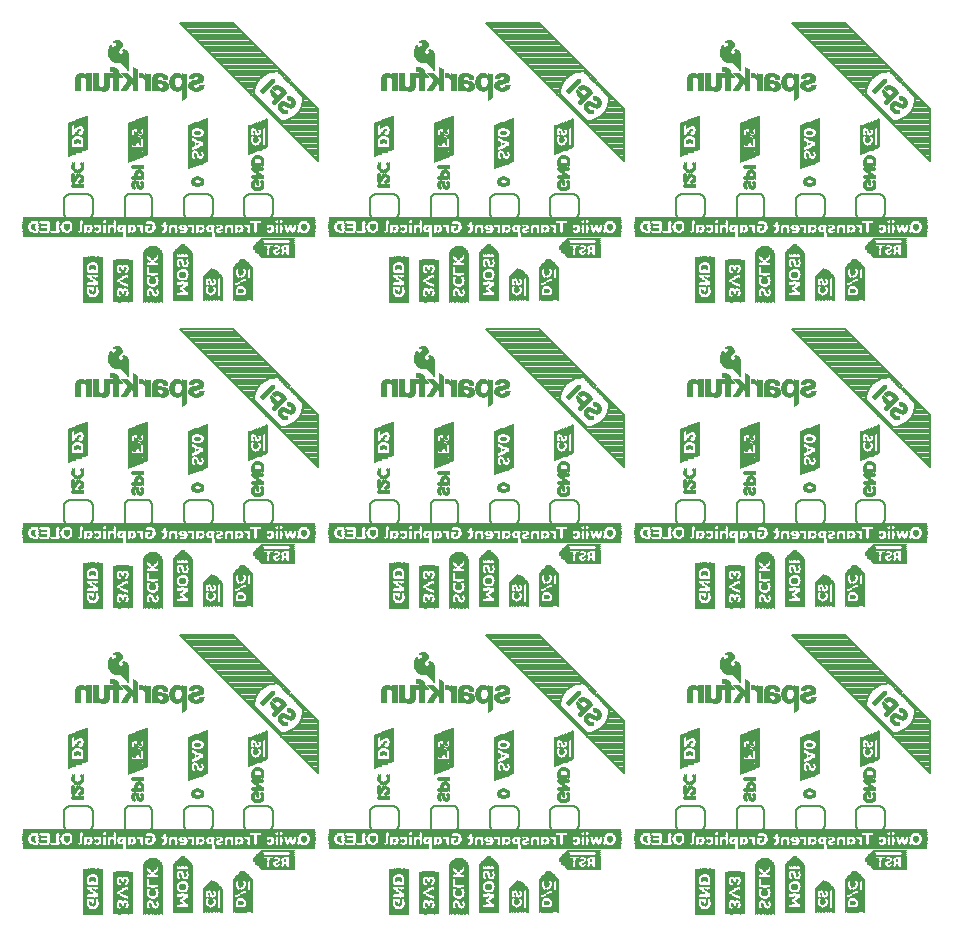
<source format=gbo>
G75*
%MOIN*%
%OFA0B0*%
%FSLAX25Y25*%
%IPPOS*%
%LPD*%
%AMOC8*
5,1,8,0,0,1.08239X$1,22.5*
%
%ADD10C,0.00800*%
%ADD11C,0.00600*%
%ADD12R,0.00157X0.07874*%
%ADD13R,0.00157X0.08031*%
%ADD14R,0.00157X0.08346*%
%ADD15R,0.00157X0.08504*%
%ADD16R,0.00157X0.01575*%
%ADD17R,0.00157X0.01417*%
%ADD18R,0.00157X0.01732*%
%ADD19R,0.00157X0.01890*%
%ADD20R,0.00157X0.02205*%
%ADD21R,0.00157X0.09606*%
%ADD22R,0.00157X0.09764*%
%ADD23R,0.00157X0.09921*%
%ADD24R,0.00157X0.10079*%
%ADD25R,0.00157X0.02835*%
%ADD26R,0.00157X0.03465*%
%ADD27R,0.00157X0.02520*%
%ADD28R,0.00157X0.00945*%
%ADD29R,0.00157X0.03307*%
%ADD30R,0.00157X0.00472*%
%ADD31R,0.00157X0.02047*%
%ADD32R,0.00157X0.00315*%
%ADD33R,0.00157X0.00787*%
%ADD34R,0.00157X0.00630*%
%ADD35R,0.00157X0.03622*%
%ADD36R,0.00157X0.01260*%
%ADD37R,0.00157X0.04882*%
%ADD38R,0.00157X0.04724*%
%ADD39R,0.00157X0.04252*%
%ADD40R,0.00157X0.03780*%
%ADD41R,0.00157X0.02992*%
%ADD42R,0.00157X0.03150*%
%ADD43R,0.00157X0.02677*%
%ADD44R,0.00157X0.02362*%
%ADD45R,0.00157X0.08661*%
%ADD46R,0.00157X0.16063*%
%ADD47R,0.00157X0.16220*%
%ADD48R,0.00157X0.16535*%
%ADD49R,0.00157X0.16693*%
%ADD50R,0.00157X0.16850*%
%ADD51R,0.00157X0.17008*%
%ADD52R,0.00157X0.17165*%
%ADD53R,0.00157X0.04409*%
%ADD54R,0.00157X0.01102*%
%ADD55R,0.00157X0.00157*%
%ADD56R,0.00157X0.16378*%
%ADD57R,0.00157X0.17480*%
%ADD58R,0.00157X0.17638*%
%ADD59R,0.00157X0.17795*%
%ADD60R,0.00157X0.17953*%
%ADD61R,0.00157X0.07244*%
%ADD62R,0.00157X0.03937*%
%ADD63R,0.00157X0.04094*%
%ADD64R,0.00157X0.04567*%
%ADD65R,0.00157X0.14331*%
%ADD66R,0.00157X0.07087*%
%ADD67R,0.00157X0.15276*%
%ADD68R,0.00157X0.11024*%
%ADD69R,0.00157X0.11181*%
%ADD70R,0.00157X0.11496*%
%ADD71R,0.00157X0.11654*%
%ADD72R,0.00157X0.07559*%
%ADD73R,0.00157X0.12756*%
%ADD74R,0.00157X0.12913*%
%ADD75R,0.00157X0.13071*%
%ADD76R,0.00157X0.06614*%
%ADD77R,0.00157X0.06142*%
%ADD78R,0.00157X0.05197*%
%ADD79R,0.00157X0.05354*%
%ADD80R,0.00157X0.05039*%
%ADD81R,0.97480X0.00157*%
%ADD82R,0.11024X0.00157*%
%ADD83R,0.00945X0.00157*%
%ADD84R,0.53701X0.00157*%
%ADD85R,0.02835X0.00157*%
%ADD86R,0.07087X0.00157*%
%ADD87R,0.19213X0.00157*%
%ADD88R,0.03465X0.00157*%
%ADD89R,0.06772X0.00157*%
%ADD90R,0.00630X0.00157*%
%ADD91R,0.41732X0.00157*%
%ADD92R,0.10709X0.00157*%
%ADD93R,0.02520X0.00157*%
%ADD94R,0.06929X0.00157*%
%ADD95R,0.04094X0.00157*%
%ADD96R,0.14331X0.00157*%
%ADD97R,0.02992X0.00157*%
%ADD98R,0.06299X0.00157*%
%ADD99R,0.00472X0.00157*%
%ADD100R,0.04724X0.00157*%
%ADD101R,0.32598X0.00157*%
%ADD102R,0.10236X0.00157*%
%ADD103R,0.01732X0.00157*%
%ADD104R,0.02677X0.00157*%
%ADD105R,0.05984X0.00157*%
%ADD106R,0.27717X0.00157*%
%ADD107R,0.09921X0.00157*%
%ADD108R,0.03307X0.00157*%
%ADD109R,0.01260X0.00157*%
%ADD110R,0.02362X0.00157*%
%ADD111R,0.00315X0.00157*%
%ADD112R,0.05827X0.00157*%
%ADD113R,0.09764X0.00157*%
%ADD114R,0.01102X0.00157*%
%ADD115R,0.02205X0.00157*%
%ADD116R,0.05669X0.00157*%
%ADD117R,0.04882X0.00157*%
%ADD118R,0.03150X0.00157*%
%ADD119R,0.09606X0.00157*%
%ADD120R,0.12756X0.00157*%
%ADD121R,0.27874X0.00157*%
%ADD122R,0.00787X0.00157*%
%ADD123R,0.02047X0.00157*%
%ADD124R,0.13858X0.00157*%
%ADD125R,0.29291X0.00157*%
%ADD126R,0.01890X0.00157*%
%ADD127R,0.01417X0.00157*%
%ADD128R,0.01575X0.00157*%
%ADD129R,0.03780X0.00157*%
%ADD130R,0.03622X0.00157*%
%ADD131R,0.33543X0.00157*%
%ADD132R,0.28661X0.00157*%
%ADD133R,0.33386X0.00157*%
%ADD134R,0.00157X0.12126*%
%ADD135R,0.00157X0.12283*%
%ADD136R,0.00157X0.07402*%
%ADD137R,0.11181X0.00157*%
%ADD138R,0.11496X0.00157*%
%ADD139R,0.11654X0.00157*%
%ADD140R,0.12913X0.00157*%
%ADD141R,0.13071X0.00157*%
%ADD142R,0.13228X0.00157*%
%ADD143R,0.04409X0.00157*%
%ADD144R,0.04567X0.00157*%
%ADD145R,0.04252X0.00157*%
%ADD146R,0.03937X0.00157*%
%ADD147R,0.11811X0.00157*%
%ADD148R,0.01654X0.00236*%
%ADD149R,0.02126X0.00236*%
%ADD150R,0.00236X0.00236*%
%ADD151R,0.02598X0.00236*%
%ADD152R,0.03307X0.00236*%
%ADD153R,0.01181X0.00236*%
%ADD154R,0.04016X0.00236*%
%ADD155R,0.03543X0.00236*%
%ADD156R,0.04252X0.00236*%
%ADD157R,0.04488X0.00236*%
%ADD158R,0.03780X0.00236*%
%ADD159R,0.04724X0.00236*%
%ADD160R,0.01890X0.00236*%
%ADD161R,0.01417X0.00236*%
%ADD162R,0.00945X0.00236*%
%ADD163R,0.02362X0.00236*%
%ADD164R,0.03071X0.00236*%
%ADD165R,0.00709X0.00236*%
%ADD166R,0.00157X0.14646*%
%ADD167R,0.00157X0.14803*%
%ADD168R,0.00157X0.06772*%
%ADD169C,0.00300*%
%ADD170R,0.00157X0.11339*%
%ADD171R,0.00157X0.06457*%
D10*
X0128106Y0115788D02*
X0145606Y0115788D01*
X0144808Y0116586D02*
X0127308Y0116586D01*
X0126509Y0117385D02*
X0144009Y0117385D01*
X0143210Y0118183D02*
X0125710Y0118183D01*
X0124912Y0118982D02*
X0142412Y0118982D01*
X0141613Y0119780D02*
X0124113Y0119780D01*
X0123315Y0120579D02*
X0140815Y0120579D01*
X0140016Y0121377D02*
X0122516Y0121377D01*
X0121718Y0122176D02*
X0139218Y0122176D01*
X0138419Y0122974D02*
X0120919Y0122974D01*
X0120121Y0123773D02*
X0137621Y0123773D01*
X0136822Y0124571D02*
X0119322Y0124571D01*
X0118524Y0125370D02*
X0136024Y0125370D01*
X0135225Y0126168D02*
X0117725Y0126168D01*
X0116927Y0126967D02*
X0134427Y0126967D01*
X0133628Y0127765D02*
X0116128Y0127765D01*
X0115330Y0128564D02*
X0132830Y0128564D01*
X0132644Y0128750D02*
X0115144Y0128750D01*
X0161144Y0082750D01*
X0161144Y0100250D01*
X0152144Y0109250D01*
X0151644Y0108750D01*
X0156144Y0104250D01*
X0156144Y0103750D01*
X0156051Y0102577D01*
X0155777Y0101432D01*
X0155326Y0100345D01*
X0154711Y0099342D01*
X0153947Y0098447D01*
X0153052Y0097682D01*
X0152049Y0097067D01*
X0150961Y0096617D01*
X0149817Y0096342D01*
X0148644Y0096250D01*
X0139644Y0105250D01*
X0139736Y0106423D01*
X0140011Y0107568D01*
X0140461Y0108655D01*
X0141076Y0109658D01*
X0141840Y0110553D01*
X0142735Y0111318D01*
X0143739Y0111933D01*
X0144826Y0112383D01*
X0145971Y0112658D01*
X0147144Y0112750D01*
X0147644Y0112750D01*
X0151144Y0109250D01*
X0151644Y0109750D01*
X0132644Y0128750D01*
X0128905Y0114989D02*
X0146405Y0114989D01*
X0147203Y0114191D02*
X0129703Y0114191D01*
X0130502Y0113392D02*
X0148002Y0113392D01*
X0147800Y0112594D02*
X0148800Y0112594D01*
X0148599Y0111795D02*
X0149599Y0111795D01*
X0149397Y0110997D02*
X0150397Y0110997D01*
X0150196Y0110198D02*
X0151196Y0110198D01*
X0151293Y0109400D02*
X0150994Y0109400D01*
X0151793Y0108601D02*
X0152793Y0108601D01*
X0152591Y0107803D02*
X0153591Y0107803D01*
X0153390Y0107004D02*
X0154390Y0107004D01*
X0154188Y0106206D02*
X0155188Y0106206D01*
X0154987Y0105407D02*
X0155987Y0105407D01*
X0155785Y0104609D02*
X0156785Y0104609D01*
X0156144Y0103810D02*
X0157584Y0103810D01*
X0158382Y0103012D02*
X0156086Y0103012D01*
X0155964Y0102213D02*
X0159181Y0102213D01*
X0159979Y0101415D02*
X0155769Y0101415D01*
X0155439Y0100616D02*
X0160778Y0100616D01*
X0161144Y0099818D02*
X0155003Y0099818D01*
X0154436Y0099019D02*
X0161144Y0099019D01*
X0161144Y0098220D02*
X0153682Y0098220D01*
X0152627Y0097422D02*
X0161144Y0097422D01*
X0161144Y0096623D02*
X0150977Y0096623D01*
X0148867Y0095026D02*
X0161144Y0095026D01*
X0161144Y0094228D02*
X0149666Y0094228D01*
X0150464Y0093429D02*
X0161144Y0093429D01*
X0161144Y0092631D02*
X0151263Y0092631D01*
X0152061Y0091832D02*
X0161144Y0091832D01*
X0161144Y0091034D02*
X0152860Y0091034D01*
X0153658Y0090235D02*
X0161144Y0090235D01*
X0161144Y0089437D02*
X0154457Y0089437D01*
X0155255Y0088638D02*
X0161144Y0088638D01*
X0161144Y0087840D02*
X0156054Y0087840D01*
X0156852Y0087041D02*
X0161144Y0087041D01*
X0161144Y0086243D02*
X0157651Y0086243D01*
X0158449Y0085444D02*
X0161144Y0085444D01*
X0161144Y0084646D02*
X0159248Y0084646D01*
X0160046Y0083847D02*
X0161144Y0083847D01*
X0161144Y0083049D02*
X0160845Y0083049D01*
X0161144Y0095825D02*
X0148069Y0095825D01*
X0148270Y0096623D02*
X0147270Y0096623D01*
X0147472Y0097422D02*
X0146472Y0097422D01*
X0146673Y0098220D02*
X0145673Y0098220D01*
X0145875Y0099019D02*
X0144875Y0099019D01*
X0145076Y0099818D02*
X0144076Y0099818D01*
X0144278Y0100616D02*
X0143278Y0100616D01*
X0143479Y0101415D02*
X0142479Y0101415D01*
X0142681Y0102213D02*
X0141681Y0102213D01*
X0141882Y0103012D02*
X0140882Y0103012D01*
X0141084Y0103810D02*
X0140084Y0103810D01*
X0140285Y0104609D02*
X0139285Y0104609D01*
X0139656Y0105407D02*
X0138487Y0105407D01*
X0137688Y0106206D02*
X0139719Y0106206D01*
X0139876Y0107004D02*
X0136890Y0107004D01*
X0136091Y0107803D02*
X0140108Y0107803D01*
X0140439Y0108601D02*
X0135293Y0108601D01*
X0134494Y0109400D02*
X0140918Y0109400D01*
X0141537Y0110198D02*
X0133696Y0110198D01*
X0132897Y0110997D02*
X0142360Y0110997D01*
X0143515Y0111795D02*
X0132099Y0111795D01*
X0131300Y0112594D02*
X0145704Y0112594D01*
X0217144Y0128750D02*
X0263144Y0082750D01*
X0263144Y0100250D01*
X0254144Y0109250D01*
X0253644Y0108750D01*
X0258144Y0104250D01*
X0258144Y0103750D01*
X0258051Y0102577D01*
X0257777Y0101432D01*
X0257326Y0100345D01*
X0256711Y0099342D01*
X0255947Y0098447D01*
X0255052Y0097682D01*
X0254049Y0097067D01*
X0252961Y0096617D01*
X0251817Y0096342D01*
X0250644Y0096250D01*
X0241644Y0105250D01*
X0241736Y0106423D01*
X0242011Y0107568D01*
X0242461Y0108655D01*
X0243076Y0109658D01*
X0243840Y0110553D01*
X0244735Y0111318D01*
X0245739Y0111933D01*
X0246826Y0112383D01*
X0247971Y0112658D01*
X0249144Y0112750D01*
X0249644Y0112750D01*
X0253144Y0109250D01*
X0253644Y0109750D01*
X0234644Y0128750D01*
X0217144Y0128750D01*
X0217330Y0128564D02*
X0234830Y0128564D01*
X0235628Y0127765D02*
X0218128Y0127765D01*
X0218927Y0126967D02*
X0236427Y0126967D01*
X0237225Y0126168D02*
X0219725Y0126168D01*
X0220524Y0125370D02*
X0238024Y0125370D01*
X0238822Y0124571D02*
X0221322Y0124571D01*
X0222121Y0123773D02*
X0239621Y0123773D01*
X0240419Y0122974D02*
X0222919Y0122974D01*
X0223718Y0122176D02*
X0241218Y0122176D01*
X0242016Y0121377D02*
X0224516Y0121377D01*
X0225315Y0120579D02*
X0242815Y0120579D01*
X0243613Y0119780D02*
X0226113Y0119780D01*
X0226912Y0118982D02*
X0244412Y0118982D01*
X0245210Y0118183D02*
X0227710Y0118183D01*
X0228509Y0117385D02*
X0246009Y0117385D01*
X0246808Y0116586D02*
X0229308Y0116586D01*
X0230106Y0115788D02*
X0247606Y0115788D01*
X0248405Y0114989D02*
X0230905Y0114989D01*
X0231703Y0114191D02*
X0249203Y0114191D01*
X0250002Y0113392D02*
X0232502Y0113392D01*
X0233300Y0112594D02*
X0247704Y0112594D01*
X0249800Y0112594D02*
X0250800Y0112594D01*
X0250599Y0111795D02*
X0251599Y0111795D01*
X0251397Y0110997D02*
X0252397Y0110997D01*
X0252196Y0110198D02*
X0253196Y0110198D01*
X0253293Y0109400D02*
X0252994Y0109400D01*
X0253793Y0108601D02*
X0254793Y0108601D01*
X0254591Y0107803D02*
X0255591Y0107803D01*
X0255390Y0107004D02*
X0256390Y0107004D01*
X0256188Y0106206D02*
X0257188Y0106206D01*
X0256987Y0105407D02*
X0257987Y0105407D01*
X0257785Y0104609D02*
X0258785Y0104609D01*
X0258144Y0103810D02*
X0259584Y0103810D01*
X0260382Y0103012D02*
X0258086Y0103012D01*
X0257964Y0102213D02*
X0261181Y0102213D01*
X0261979Y0101415D02*
X0257769Y0101415D01*
X0257439Y0100616D02*
X0262778Y0100616D01*
X0263144Y0099818D02*
X0257003Y0099818D01*
X0256436Y0099019D02*
X0263144Y0099019D01*
X0263144Y0098220D02*
X0255682Y0098220D01*
X0254627Y0097422D02*
X0263144Y0097422D01*
X0263144Y0096623D02*
X0252977Y0096623D01*
X0250867Y0095026D02*
X0263144Y0095026D01*
X0263144Y0094228D02*
X0251666Y0094228D01*
X0252464Y0093429D02*
X0263144Y0093429D01*
X0263144Y0092631D02*
X0253263Y0092631D01*
X0254061Y0091832D02*
X0263144Y0091832D01*
X0263144Y0091034D02*
X0254860Y0091034D01*
X0255658Y0090235D02*
X0263144Y0090235D01*
X0263144Y0089437D02*
X0256457Y0089437D01*
X0257255Y0088638D02*
X0263144Y0088638D01*
X0263144Y0087840D02*
X0258054Y0087840D01*
X0258852Y0087041D02*
X0263144Y0087041D01*
X0263144Y0086243D02*
X0259651Y0086243D01*
X0260449Y0085444D02*
X0263144Y0085444D01*
X0263144Y0084646D02*
X0261248Y0084646D01*
X0262046Y0083847D02*
X0263144Y0083847D01*
X0263144Y0083049D02*
X0262845Y0083049D01*
X0263144Y0095825D02*
X0250069Y0095825D01*
X0250270Y0096623D02*
X0249270Y0096623D01*
X0249472Y0097422D02*
X0248472Y0097422D01*
X0248673Y0098220D02*
X0247673Y0098220D01*
X0247875Y0099019D02*
X0246875Y0099019D01*
X0247076Y0099818D02*
X0246076Y0099818D01*
X0246278Y0100616D02*
X0245278Y0100616D01*
X0245479Y0101415D02*
X0244479Y0101415D01*
X0244681Y0102213D02*
X0243681Y0102213D01*
X0243882Y0103012D02*
X0242882Y0103012D01*
X0243084Y0103810D02*
X0242084Y0103810D01*
X0242285Y0104609D02*
X0241285Y0104609D01*
X0241656Y0105407D02*
X0240487Y0105407D01*
X0239688Y0106206D02*
X0241719Y0106206D01*
X0241876Y0107004D02*
X0238890Y0107004D01*
X0238091Y0107803D02*
X0242108Y0107803D01*
X0242439Y0108601D02*
X0237293Y0108601D01*
X0236494Y0109400D02*
X0242918Y0109400D01*
X0243537Y0110198D02*
X0235696Y0110198D01*
X0234897Y0110997D02*
X0244360Y0110997D01*
X0245515Y0111795D02*
X0234099Y0111795D01*
X0263144Y0184750D02*
X0263144Y0202250D01*
X0254144Y0211250D01*
X0253644Y0210750D01*
X0258144Y0206250D01*
X0258144Y0205750D01*
X0258051Y0204577D01*
X0257777Y0203432D01*
X0257326Y0202345D01*
X0256711Y0201342D01*
X0255947Y0200447D01*
X0255052Y0199682D01*
X0254049Y0199067D01*
X0252961Y0198617D01*
X0251817Y0198342D01*
X0250644Y0198250D01*
X0241644Y0207250D01*
X0241736Y0208423D01*
X0242011Y0209568D01*
X0242461Y0210655D01*
X0243076Y0211658D01*
X0243840Y0212553D01*
X0244735Y0213318D01*
X0245739Y0213933D01*
X0246826Y0214383D01*
X0247971Y0214658D01*
X0249144Y0214750D01*
X0249644Y0214750D01*
X0253144Y0211250D01*
X0253644Y0211750D01*
X0234644Y0230750D01*
X0217144Y0230750D01*
X0263144Y0184750D01*
X0263144Y0185258D02*
X0262636Y0185258D01*
X0263144Y0186057D02*
X0261837Y0186057D01*
X0261039Y0186855D02*
X0263144Y0186855D01*
X0263144Y0187654D02*
X0260240Y0187654D01*
X0259441Y0188452D02*
X0263144Y0188452D01*
X0263144Y0189251D02*
X0258643Y0189251D01*
X0257844Y0190049D02*
X0263144Y0190049D01*
X0263144Y0190848D02*
X0257046Y0190848D01*
X0256247Y0191646D02*
X0263144Y0191646D01*
X0263144Y0192445D02*
X0255449Y0192445D01*
X0254650Y0193243D02*
X0263144Y0193243D01*
X0263144Y0194042D02*
X0253852Y0194042D01*
X0253053Y0194840D02*
X0263144Y0194840D01*
X0263144Y0195639D02*
X0252255Y0195639D01*
X0251456Y0196437D02*
X0263144Y0196437D01*
X0263144Y0197236D02*
X0250658Y0197236D01*
X0249859Y0198034D02*
X0263144Y0198034D01*
X0263144Y0198833D02*
X0253482Y0198833D01*
X0254969Y0199631D02*
X0263144Y0199631D01*
X0263144Y0200430D02*
X0255927Y0200430D01*
X0256615Y0201228D02*
X0263144Y0201228D01*
X0263144Y0202027D02*
X0257131Y0202027D01*
X0257525Y0202825D02*
X0262568Y0202825D01*
X0261770Y0203624D02*
X0257823Y0203624D01*
X0258014Y0204422D02*
X0260971Y0204422D01*
X0260173Y0205221D02*
X0258102Y0205221D01*
X0258144Y0206020D02*
X0259374Y0206020D01*
X0258576Y0206818D02*
X0257576Y0206818D01*
X0257777Y0207617D02*
X0256777Y0207617D01*
X0256979Y0208415D02*
X0255979Y0208415D01*
X0256180Y0209214D02*
X0255180Y0209214D01*
X0255382Y0210012D02*
X0254382Y0210012D01*
X0254583Y0210811D02*
X0253704Y0210811D01*
X0253503Y0211609D02*
X0252785Y0211609D01*
X0252986Y0212408D02*
X0251986Y0212408D01*
X0252188Y0213206D02*
X0251188Y0213206D01*
X0251389Y0214005D02*
X0250389Y0214005D01*
X0250591Y0214803D02*
X0233091Y0214803D01*
X0233889Y0214005D02*
X0245913Y0214005D01*
X0244605Y0213206D02*
X0234688Y0213206D01*
X0235486Y0212408D02*
X0243716Y0212408D01*
X0243046Y0211609D02*
X0236285Y0211609D01*
X0237083Y0210811D02*
X0242557Y0210811D01*
X0242195Y0210012D02*
X0237882Y0210012D01*
X0238680Y0209214D02*
X0241926Y0209214D01*
X0241735Y0208415D02*
X0239479Y0208415D01*
X0240277Y0207617D02*
X0241673Y0207617D01*
X0242076Y0206818D02*
X0241076Y0206818D01*
X0241874Y0206020D02*
X0242874Y0206020D01*
X0242673Y0205221D02*
X0243673Y0205221D01*
X0243471Y0204422D02*
X0244471Y0204422D01*
X0244270Y0203624D02*
X0245270Y0203624D01*
X0245068Y0202825D02*
X0246068Y0202825D01*
X0245867Y0202027D02*
X0246867Y0202027D01*
X0246665Y0201228D02*
X0247665Y0201228D01*
X0247464Y0200430D02*
X0248464Y0200430D01*
X0248262Y0199631D02*
X0249262Y0199631D01*
X0249061Y0198833D02*
X0250061Y0198833D01*
X0249792Y0215602D02*
X0232292Y0215602D01*
X0231494Y0216400D02*
X0248994Y0216400D01*
X0248195Y0217199D02*
X0230695Y0217199D01*
X0229897Y0217997D02*
X0247397Y0217997D01*
X0246598Y0218796D02*
X0229098Y0218796D01*
X0228300Y0219594D02*
X0245800Y0219594D01*
X0245001Y0220393D02*
X0227501Y0220393D01*
X0226703Y0221191D02*
X0244203Y0221191D01*
X0243404Y0221990D02*
X0225904Y0221990D01*
X0225106Y0222788D02*
X0242606Y0222788D01*
X0241807Y0223587D02*
X0224307Y0223587D01*
X0223508Y0224385D02*
X0241008Y0224385D01*
X0240210Y0225184D02*
X0222710Y0225184D01*
X0221911Y0225982D02*
X0239411Y0225982D01*
X0238613Y0226781D02*
X0221113Y0226781D01*
X0220314Y0227579D02*
X0237814Y0227579D01*
X0237016Y0228378D02*
X0219516Y0228378D01*
X0218717Y0229176D02*
X0236217Y0229176D01*
X0235419Y0229975D02*
X0217919Y0229975D01*
X0161144Y0202250D02*
X0161144Y0184750D01*
X0115144Y0230750D01*
X0132644Y0230750D01*
X0151644Y0211750D01*
X0151144Y0211250D01*
X0147644Y0214750D01*
X0147144Y0214750D01*
X0145971Y0214658D01*
X0144826Y0214383D01*
X0143739Y0213933D01*
X0142735Y0213318D01*
X0141840Y0212553D01*
X0141076Y0211658D01*
X0140461Y0210655D01*
X0140011Y0209568D01*
X0139736Y0208423D01*
X0139644Y0207250D01*
X0148644Y0198250D01*
X0149817Y0198342D01*
X0150961Y0198617D01*
X0152049Y0199067D01*
X0153052Y0199682D01*
X0153947Y0200447D01*
X0154711Y0201342D01*
X0155326Y0202345D01*
X0155777Y0203432D01*
X0156051Y0204577D01*
X0156144Y0205750D01*
X0156144Y0206250D01*
X0151644Y0210750D01*
X0152144Y0211250D01*
X0161144Y0202250D01*
X0161144Y0202027D02*
X0155131Y0202027D01*
X0155525Y0202825D02*
X0160568Y0202825D01*
X0159770Y0203624D02*
X0155823Y0203624D01*
X0156014Y0204422D02*
X0158971Y0204422D01*
X0158173Y0205221D02*
X0156102Y0205221D01*
X0156144Y0206020D02*
X0157374Y0206020D01*
X0156576Y0206818D02*
X0155576Y0206818D01*
X0155777Y0207617D02*
X0154777Y0207617D01*
X0154979Y0208415D02*
X0153979Y0208415D01*
X0154180Y0209214D02*
X0153180Y0209214D01*
X0153382Y0210012D02*
X0152382Y0210012D01*
X0152583Y0210811D02*
X0151704Y0210811D01*
X0151503Y0211609D02*
X0150785Y0211609D01*
X0150986Y0212408D02*
X0149986Y0212408D01*
X0150188Y0213206D02*
X0149188Y0213206D01*
X0149389Y0214005D02*
X0148389Y0214005D01*
X0148591Y0214803D02*
X0131091Y0214803D01*
X0131889Y0214005D02*
X0143913Y0214005D01*
X0142605Y0213206D02*
X0132688Y0213206D01*
X0133486Y0212408D02*
X0141716Y0212408D01*
X0141046Y0211609D02*
X0134285Y0211609D01*
X0135083Y0210811D02*
X0140557Y0210811D01*
X0140195Y0210012D02*
X0135882Y0210012D01*
X0136680Y0209214D02*
X0139926Y0209214D01*
X0139735Y0208415D02*
X0137479Y0208415D01*
X0138277Y0207617D02*
X0139673Y0207617D01*
X0140076Y0206818D02*
X0139076Y0206818D01*
X0139874Y0206020D02*
X0140874Y0206020D01*
X0140673Y0205221D02*
X0141673Y0205221D01*
X0141471Y0204422D02*
X0142471Y0204422D01*
X0142270Y0203624D02*
X0143270Y0203624D01*
X0143068Y0202825D02*
X0144068Y0202825D01*
X0143867Y0202027D02*
X0144867Y0202027D01*
X0144665Y0201228D02*
X0145665Y0201228D01*
X0145464Y0200430D02*
X0146464Y0200430D01*
X0146262Y0199631D02*
X0147262Y0199631D01*
X0147061Y0198833D02*
X0148061Y0198833D01*
X0147859Y0198034D02*
X0161144Y0198034D01*
X0161144Y0197236D02*
X0148658Y0197236D01*
X0149456Y0196437D02*
X0161144Y0196437D01*
X0161144Y0195639D02*
X0150255Y0195639D01*
X0151053Y0194840D02*
X0161144Y0194840D01*
X0161144Y0194042D02*
X0151852Y0194042D01*
X0152650Y0193243D02*
X0161144Y0193243D01*
X0161144Y0192445D02*
X0153449Y0192445D01*
X0154247Y0191646D02*
X0161144Y0191646D01*
X0161144Y0190848D02*
X0155046Y0190848D01*
X0155844Y0190049D02*
X0161144Y0190049D01*
X0161144Y0189251D02*
X0156643Y0189251D01*
X0157441Y0188452D02*
X0161144Y0188452D01*
X0161144Y0187654D02*
X0158240Y0187654D01*
X0159039Y0186855D02*
X0161144Y0186855D01*
X0161144Y0186057D02*
X0159837Y0186057D01*
X0160636Y0185258D02*
X0161144Y0185258D01*
X0161144Y0198833D02*
X0151482Y0198833D01*
X0152969Y0199631D02*
X0161144Y0199631D01*
X0161144Y0200430D02*
X0153927Y0200430D01*
X0154615Y0201228D02*
X0161144Y0201228D01*
X0147792Y0215602D02*
X0130292Y0215602D01*
X0129494Y0216400D02*
X0146994Y0216400D01*
X0146195Y0217199D02*
X0128695Y0217199D01*
X0127897Y0217997D02*
X0145397Y0217997D01*
X0144598Y0218796D02*
X0127098Y0218796D01*
X0126300Y0219594D02*
X0143800Y0219594D01*
X0143001Y0220393D02*
X0125501Y0220393D01*
X0124703Y0221191D02*
X0142203Y0221191D01*
X0141404Y0221990D02*
X0123904Y0221990D01*
X0123106Y0222788D02*
X0140606Y0222788D01*
X0139807Y0223587D02*
X0122307Y0223587D01*
X0121508Y0224385D02*
X0139008Y0224385D01*
X0138210Y0225184D02*
X0120710Y0225184D01*
X0119911Y0225982D02*
X0137411Y0225982D01*
X0136613Y0226781D02*
X0119113Y0226781D01*
X0118314Y0227579D02*
X0135814Y0227579D01*
X0135016Y0228378D02*
X0117516Y0228378D01*
X0116717Y0229176D02*
X0134217Y0229176D01*
X0133419Y0229975D02*
X0115919Y0229975D01*
X0161144Y0286750D02*
X0161144Y0304250D01*
X0152144Y0313250D01*
X0151644Y0312750D01*
X0156144Y0308250D01*
X0156144Y0307750D01*
X0156051Y0306577D01*
X0155777Y0305432D01*
X0155326Y0304345D01*
X0154711Y0303342D01*
X0153947Y0302447D01*
X0153052Y0301682D01*
X0152049Y0301067D01*
X0150961Y0300617D01*
X0149817Y0300342D01*
X0148644Y0300250D01*
X0139644Y0309250D01*
X0139736Y0310423D01*
X0140011Y0311568D01*
X0140461Y0312655D01*
X0141076Y0313658D01*
X0141840Y0314553D01*
X0142735Y0315318D01*
X0143739Y0315933D01*
X0144826Y0316383D01*
X0145971Y0316658D01*
X0147144Y0316750D01*
X0147644Y0316750D01*
X0151144Y0313250D01*
X0151644Y0313750D01*
X0132644Y0332750D01*
X0115144Y0332750D01*
X0161144Y0286750D01*
X0161144Y0287468D02*
X0160426Y0287468D01*
X0161144Y0288266D02*
X0159628Y0288266D01*
X0158829Y0289065D02*
X0161144Y0289065D01*
X0161144Y0289863D02*
X0158031Y0289863D01*
X0157232Y0290662D02*
X0161144Y0290662D01*
X0161144Y0291460D02*
X0156434Y0291460D01*
X0155635Y0292259D02*
X0161144Y0292259D01*
X0161144Y0293057D02*
X0154837Y0293057D01*
X0154038Y0293856D02*
X0161144Y0293856D01*
X0161144Y0294654D02*
X0153239Y0294654D01*
X0152441Y0295453D02*
X0161144Y0295453D01*
X0161144Y0296251D02*
X0151642Y0296251D01*
X0150844Y0297050D02*
X0161144Y0297050D01*
X0161144Y0297848D02*
X0150045Y0297848D01*
X0149247Y0298647D02*
X0161144Y0298647D01*
X0161144Y0299445D02*
X0148448Y0299445D01*
X0147650Y0300244D02*
X0161144Y0300244D01*
X0161144Y0301042D02*
X0151988Y0301042D01*
X0153238Y0301841D02*
X0161144Y0301841D01*
X0161144Y0302639D02*
X0154112Y0302639D01*
X0154770Y0303438D02*
X0161144Y0303438D01*
X0161144Y0304236D02*
X0155260Y0304236D01*
X0155612Y0305035D02*
X0160359Y0305035D01*
X0159560Y0305833D02*
X0155873Y0305833D01*
X0156056Y0306632D02*
X0158762Y0306632D01*
X0157963Y0307430D02*
X0156119Y0307430D01*
X0156144Y0308229D02*
X0157165Y0308229D01*
X0156366Y0309027D02*
X0155366Y0309027D01*
X0155568Y0309826D02*
X0154568Y0309826D01*
X0154769Y0310624D02*
X0153769Y0310624D01*
X0153971Y0311423D02*
X0152971Y0311423D01*
X0153172Y0312222D02*
X0152172Y0312222D01*
X0152374Y0313020D02*
X0151914Y0313020D01*
X0151575Y0313819D02*
X0150575Y0313819D01*
X0150777Y0314617D02*
X0149777Y0314617D01*
X0149978Y0315416D02*
X0148978Y0315416D01*
X0149180Y0316214D02*
X0148180Y0316214D01*
X0148381Y0317013D02*
X0130881Y0317013D01*
X0130083Y0317811D02*
X0147583Y0317811D01*
X0146784Y0318610D02*
X0129284Y0318610D01*
X0128486Y0319408D02*
X0145986Y0319408D01*
X0145187Y0320207D02*
X0127687Y0320207D01*
X0126889Y0321005D02*
X0144389Y0321005D01*
X0143590Y0321804D02*
X0126090Y0321804D01*
X0125292Y0322602D02*
X0142792Y0322602D01*
X0141993Y0323401D02*
X0124493Y0323401D01*
X0123695Y0324199D02*
X0141195Y0324199D01*
X0140396Y0324998D02*
X0122896Y0324998D01*
X0122098Y0325796D02*
X0139598Y0325796D01*
X0138799Y0326595D02*
X0121299Y0326595D01*
X0120501Y0327393D02*
X0138001Y0327393D01*
X0137202Y0328192D02*
X0119702Y0328192D01*
X0118904Y0328990D02*
X0136404Y0328990D01*
X0135605Y0329789D02*
X0118105Y0329789D01*
X0117306Y0330587D02*
X0134806Y0330587D01*
X0134008Y0331386D02*
X0116508Y0331386D01*
X0115709Y0332184D02*
X0133209Y0332184D01*
X0131680Y0316214D02*
X0144418Y0316214D01*
X0142895Y0315416D02*
X0132478Y0315416D01*
X0133277Y0314617D02*
X0141915Y0314617D01*
X0141213Y0313819D02*
X0134075Y0313819D01*
X0134874Y0313020D02*
X0140685Y0313020D01*
X0140282Y0312222D02*
X0135672Y0312222D01*
X0136471Y0311423D02*
X0139976Y0311423D01*
X0139784Y0310624D02*
X0137269Y0310624D01*
X0138068Y0309826D02*
X0139689Y0309826D01*
X0139866Y0309027D02*
X0138866Y0309027D01*
X0139665Y0308229D02*
X0140665Y0308229D01*
X0140463Y0307430D02*
X0141463Y0307430D01*
X0141262Y0306632D02*
X0142262Y0306632D01*
X0142060Y0305833D02*
X0143060Y0305833D01*
X0142859Y0305035D02*
X0143859Y0305035D01*
X0143657Y0304236D02*
X0144657Y0304236D01*
X0144456Y0303438D02*
X0145456Y0303438D01*
X0145254Y0302639D02*
X0146254Y0302639D01*
X0146053Y0301841D02*
X0147053Y0301841D01*
X0146851Y0301042D02*
X0147851Y0301042D01*
X0217144Y0332750D02*
X0263144Y0286750D01*
X0263144Y0304250D01*
X0254144Y0313250D01*
X0253644Y0312750D01*
X0258144Y0308250D01*
X0258144Y0307750D01*
X0258051Y0306577D01*
X0257777Y0305432D01*
X0257326Y0304345D01*
X0256711Y0303342D01*
X0255947Y0302447D01*
X0255052Y0301682D01*
X0254049Y0301067D01*
X0252961Y0300617D01*
X0251817Y0300342D01*
X0250644Y0300250D01*
X0241644Y0309250D01*
X0241736Y0310423D01*
X0242011Y0311568D01*
X0242461Y0312655D01*
X0243076Y0313658D01*
X0243840Y0314553D01*
X0244735Y0315318D01*
X0245739Y0315933D01*
X0246826Y0316383D01*
X0247971Y0316658D01*
X0249144Y0316750D01*
X0249644Y0316750D01*
X0253144Y0313250D01*
X0253644Y0313750D01*
X0234644Y0332750D01*
X0217144Y0332750D01*
X0217709Y0332184D02*
X0235209Y0332184D01*
X0236008Y0331386D02*
X0218508Y0331386D01*
X0219306Y0330587D02*
X0236806Y0330587D01*
X0237605Y0329789D02*
X0220105Y0329789D01*
X0220904Y0328990D02*
X0238404Y0328990D01*
X0239202Y0328192D02*
X0221702Y0328192D01*
X0222501Y0327393D02*
X0240001Y0327393D01*
X0240799Y0326595D02*
X0223299Y0326595D01*
X0224098Y0325796D02*
X0241598Y0325796D01*
X0242396Y0324998D02*
X0224896Y0324998D01*
X0225695Y0324199D02*
X0243195Y0324199D01*
X0243993Y0323401D02*
X0226493Y0323401D01*
X0227292Y0322602D02*
X0244792Y0322602D01*
X0245590Y0321804D02*
X0228090Y0321804D01*
X0228889Y0321005D02*
X0246389Y0321005D01*
X0247187Y0320207D02*
X0229687Y0320207D01*
X0230486Y0319408D02*
X0247986Y0319408D01*
X0248784Y0318610D02*
X0231284Y0318610D01*
X0232083Y0317811D02*
X0249583Y0317811D01*
X0250381Y0317013D02*
X0232881Y0317013D01*
X0233680Y0316214D02*
X0246418Y0316214D01*
X0244895Y0315416D02*
X0234478Y0315416D01*
X0235277Y0314617D02*
X0243915Y0314617D01*
X0243213Y0313819D02*
X0236075Y0313819D01*
X0236874Y0313020D02*
X0242685Y0313020D01*
X0242282Y0312222D02*
X0237672Y0312222D01*
X0238471Y0311423D02*
X0241976Y0311423D01*
X0241784Y0310624D02*
X0239269Y0310624D01*
X0240068Y0309826D02*
X0241689Y0309826D01*
X0241866Y0309027D02*
X0240866Y0309027D01*
X0241665Y0308229D02*
X0242665Y0308229D01*
X0242463Y0307430D02*
X0243463Y0307430D01*
X0243262Y0306632D02*
X0244262Y0306632D01*
X0244060Y0305833D02*
X0245060Y0305833D01*
X0244859Y0305035D02*
X0245859Y0305035D01*
X0245657Y0304236D02*
X0246657Y0304236D01*
X0246456Y0303438D02*
X0247456Y0303438D01*
X0247254Y0302639D02*
X0248254Y0302639D01*
X0248053Y0301841D02*
X0249053Y0301841D01*
X0248851Y0301042D02*
X0249851Y0301042D01*
X0249650Y0300244D02*
X0263144Y0300244D01*
X0263144Y0301042D02*
X0253988Y0301042D01*
X0255238Y0301841D02*
X0263144Y0301841D01*
X0263144Y0302639D02*
X0256112Y0302639D01*
X0256770Y0303438D02*
X0263144Y0303438D01*
X0263144Y0304236D02*
X0257260Y0304236D01*
X0257612Y0305035D02*
X0262359Y0305035D01*
X0261560Y0305833D02*
X0257873Y0305833D01*
X0258056Y0306632D02*
X0260762Y0306632D01*
X0259963Y0307430D02*
X0258119Y0307430D01*
X0258144Y0308229D02*
X0259165Y0308229D01*
X0258366Y0309027D02*
X0257366Y0309027D01*
X0257568Y0309826D02*
X0256568Y0309826D01*
X0256769Y0310624D02*
X0255769Y0310624D01*
X0255971Y0311423D02*
X0254971Y0311423D01*
X0255172Y0312222D02*
X0254172Y0312222D01*
X0254374Y0313020D02*
X0253914Y0313020D01*
X0253575Y0313819D02*
X0252575Y0313819D01*
X0252777Y0314617D02*
X0251777Y0314617D01*
X0251978Y0315416D02*
X0250978Y0315416D01*
X0251180Y0316214D02*
X0250180Y0316214D01*
X0250448Y0299445D02*
X0263144Y0299445D01*
X0263144Y0298647D02*
X0251247Y0298647D01*
X0252045Y0297848D02*
X0263144Y0297848D01*
X0263144Y0297050D02*
X0252844Y0297050D01*
X0253642Y0296251D02*
X0263144Y0296251D01*
X0263144Y0295453D02*
X0254441Y0295453D01*
X0255239Y0294654D02*
X0263144Y0294654D01*
X0263144Y0293856D02*
X0256038Y0293856D01*
X0256837Y0293057D02*
X0263144Y0293057D01*
X0263144Y0292259D02*
X0257635Y0292259D01*
X0258434Y0291460D02*
X0263144Y0291460D01*
X0263144Y0290662D02*
X0259232Y0290662D01*
X0260031Y0289863D02*
X0263144Y0289863D01*
X0263144Y0289065D02*
X0260829Y0289065D01*
X0261628Y0288266D02*
X0263144Y0288266D01*
X0263144Y0287468D02*
X0262426Y0287468D01*
X0319144Y0332750D02*
X0365144Y0286750D01*
X0365144Y0304250D01*
X0356144Y0313250D01*
X0355644Y0312750D01*
X0360144Y0308250D01*
X0360144Y0307750D01*
X0360051Y0306577D01*
X0359777Y0305432D01*
X0359326Y0304345D01*
X0358711Y0303342D01*
X0357947Y0302447D01*
X0357052Y0301682D01*
X0356049Y0301067D01*
X0354961Y0300617D01*
X0353817Y0300342D01*
X0352644Y0300250D01*
X0343644Y0309250D01*
X0343736Y0310423D01*
X0344011Y0311568D01*
X0344461Y0312655D01*
X0345076Y0313658D01*
X0345840Y0314553D01*
X0346735Y0315318D01*
X0347739Y0315933D01*
X0348826Y0316383D01*
X0349971Y0316658D01*
X0351144Y0316750D01*
X0351644Y0316750D01*
X0355144Y0313250D01*
X0355644Y0313750D01*
X0336644Y0332750D01*
X0319144Y0332750D01*
X0319709Y0332184D02*
X0337209Y0332184D01*
X0338008Y0331386D02*
X0320508Y0331386D01*
X0321306Y0330587D02*
X0338806Y0330587D01*
X0339605Y0329789D02*
X0322105Y0329789D01*
X0322904Y0328990D02*
X0340404Y0328990D01*
X0341202Y0328192D02*
X0323702Y0328192D01*
X0324501Y0327393D02*
X0342001Y0327393D01*
X0342799Y0326595D02*
X0325299Y0326595D01*
X0326098Y0325796D02*
X0343598Y0325796D01*
X0344396Y0324998D02*
X0326896Y0324998D01*
X0327695Y0324199D02*
X0345195Y0324199D01*
X0345993Y0323401D02*
X0328493Y0323401D01*
X0329292Y0322602D02*
X0346792Y0322602D01*
X0347590Y0321804D02*
X0330090Y0321804D01*
X0330889Y0321005D02*
X0348389Y0321005D01*
X0349187Y0320207D02*
X0331687Y0320207D01*
X0332486Y0319408D02*
X0349986Y0319408D01*
X0350784Y0318610D02*
X0333284Y0318610D01*
X0334083Y0317811D02*
X0351583Y0317811D01*
X0352381Y0317013D02*
X0334881Y0317013D01*
X0335680Y0316214D02*
X0348418Y0316214D01*
X0346895Y0315416D02*
X0336478Y0315416D01*
X0337277Y0314617D02*
X0345915Y0314617D01*
X0345213Y0313819D02*
X0338075Y0313819D01*
X0338874Y0313020D02*
X0344685Y0313020D01*
X0344282Y0312222D02*
X0339672Y0312222D01*
X0340471Y0311423D02*
X0343976Y0311423D01*
X0343784Y0310624D02*
X0341269Y0310624D01*
X0342068Y0309826D02*
X0343689Y0309826D01*
X0343866Y0309027D02*
X0342866Y0309027D01*
X0343665Y0308229D02*
X0344665Y0308229D01*
X0344463Y0307430D02*
X0345463Y0307430D01*
X0345262Y0306632D02*
X0346262Y0306632D01*
X0346060Y0305833D02*
X0347060Y0305833D01*
X0346859Y0305035D02*
X0347859Y0305035D01*
X0347657Y0304236D02*
X0348657Y0304236D01*
X0348456Y0303438D02*
X0349456Y0303438D01*
X0349254Y0302639D02*
X0350254Y0302639D01*
X0350053Y0301841D02*
X0351053Y0301841D01*
X0350851Y0301042D02*
X0351851Y0301042D01*
X0351650Y0300244D02*
X0365144Y0300244D01*
X0365144Y0301042D02*
X0355988Y0301042D01*
X0357238Y0301841D02*
X0365144Y0301841D01*
X0365144Y0302639D02*
X0358112Y0302639D01*
X0358770Y0303438D02*
X0365144Y0303438D01*
X0365144Y0304236D02*
X0359260Y0304236D01*
X0359612Y0305035D02*
X0364359Y0305035D01*
X0363560Y0305833D02*
X0359873Y0305833D01*
X0360056Y0306632D02*
X0362762Y0306632D01*
X0361963Y0307430D02*
X0360119Y0307430D01*
X0360144Y0308229D02*
X0361165Y0308229D01*
X0360366Y0309027D02*
X0359366Y0309027D01*
X0359568Y0309826D02*
X0358568Y0309826D01*
X0358769Y0310624D02*
X0357769Y0310624D01*
X0357971Y0311423D02*
X0356971Y0311423D01*
X0357172Y0312222D02*
X0356172Y0312222D01*
X0356374Y0313020D02*
X0355914Y0313020D01*
X0355575Y0313819D02*
X0354575Y0313819D01*
X0354777Y0314617D02*
X0353777Y0314617D01*
X0353978Y0315416D02*
X0352978Y0315416D01*
X0353180Y0316214D02*
X0352180Y0316214D01*
X0352448Y0299445D02*
X0365144Y0299445D01*
X0365144Y0298647D02*
X0353247Y0298647D01*
X0354045Y0297848D02*
X0365144Y0297848D01*
X0365144Y0297050D02*
X0354844Y0297050D01*
X0355642Y0296251D02*
X0365144Y0296251D01*
X0365144Y0295453D02*
X0356441Y0295453D01*
X0357239Y0294654D02*
X0365144Y0294654D01*
X0365144Y0293856D02*
X0358038Y0293856D01*
X0358837Y0293057D02*
X0365144Y0293057D01*
X0365144Y0292259D02*
X0359635Y0292259D01*
X0360434Y0291460D02*
X0365144Y0291460D01*
X0365144Y0290662D02*
X0361232Y0290662D01*
X0362031Y0289863D02*
X0365144Y0289863D01*
X0365144Y0289065D02*
X0362829Y0289065D01*
X0363628Y0288266D02*
X0365144Y0288266D01*
X0365144Y0287468D02*
X0364426Y0287468D01*
X0336644Y0230750D02*
X0319144Y0230750D01*
X0365144Y0184750D01*
X0365144Y0202250D01*
X0356144Y0211250D01*
X0355644Y0210750D01*
X0360144Y0206250D01*
X0360144Y0205750D01*
X0360051Y0204577D01*
X0359777Y0203432D01*
X0359326Y0202345D01*
X0358711Y0201342D01*
X0357947Y0200447D01*
X0357052Y0199682D01*
X0356049Y0199067D01*
X0354961Y0198617D01*
X0353817Y0198342D01*
X0352644Y0198250D01*
X0343644Y0207250D01*
X0343736Y0208423D01*
X0344011Y0209568D01*
X0344461Y0210655D01*
X0345076Y0211658D01*
X0345840Y0212553D01*
X0346735Y0213318D01*
X0347739Y0213933D01*
X0348826Y0214383D01*
X0349971Y0214658D01*
X0351144Y0214750D01*
X0351644Y0214750D01*
X0355144Y0211250D01*
X0355644Y0211750D01*
X0336644Y0230750D01*
X0337419Y0229975D02*
X0319919Y0229975D01*
X0320717Y0229176D02*
X0338217Y0229176D01*
X0339016Y0228378D02*
X0321516Y0228378D01*
X0322314Y0227579D02*
X0339814Y0227579D01*
X0340613Y0226781D02*
X0323113Y0226781D01*
X0323911Y0225982D02*
X0341411Y0225982D01*
X0342210Y0225184D02*
X0324710Y0225184D01*
X0325508Y0224385D02*
X0343008Y0224385D01*
X0343807Y0223587D02*
X0326307Y0223587D01*
X0327106Y0222788D02*
X0344606Y0222788D01*
X0345404Y0221990D02*
X0327904Y0221990D01*
X0328703Y0221191D02*
X0346203Y0221191D01*
X0347001Y0220393D02*
X0329501Y0220393D01*
X0330300Y0219594D02*
X0347800Y0219594D01*
X0348598Y0218796D02*
X0331098Y0218796D01*
X0331897Y0217997D02*
X0349397Y0217997D01*
X0350195Y0217199D02*
X0332695Y0217199D01*
X0333494Y0216400D02*
X0350994Y0216400D01*
X0351792Y0215602D02*
X0334292Y0215602D01*
X0335091Y0214803D02*
X0352591Y0214803D01*
X0352389Y0214005D02*
X0353389Y0214005D01*
X0353188Y0213206D02*
X0354188Y0213206D01*
X0353986Y0212408D02*
X0354986Y0212408D01*
X0354785Y0211609D02*
X0355503Y0211609D01*
X0355704Y0210811D02*
X0356583Y0210811D01*
X0356382Y0210012D02*
X0357382Y0210012D01*
X0357180Y0209214D02*
X0358180Y0209214D01*
X0357979Y0208415D02*
X0358979Y0208415D01*
X0358777Y0207617D02*
X0359777Y0207617D01*
X0359576Y0206818D02*
X0360576Y0206818D01*
X0360144Y0206020D02*
X0361374Y0206020D01*
X0362173Y0205221D02*
X0360102Y0205221D01*
X0360014Y0204422D02*
X0362971Y0204422D01*
X0363770Y0203624D02*
X0359823Y0203624D01*
X0359525Y0202825D02*
X0364568Y0202825D01*
X0365144Y0202027D02*
X0359131Y0202027D01*
X0358615Y0201228D02*
X0365144Y0201228D01*
X0365144Y0200430D02*
X0357927Y0200430D01*
X0356969Y0199631D02*
X0365144Y0199631D01*
X0365144Y0198833D02*
X0355482Y0198833D01*
X0353456Y0196437D02*
X0365144Y0196437D01*
X0365144Y0195639D02*
X0354255Y0195639D01*
X0355053Y0194840D02*
X0365144Y0194840D01*
X0365144Y0194042D02*
X0355852Y0194042D01*
X0356650Y0193243D02*
X0365144Y0193243D01*
X0365144Y0192445D02*
X0357449Y0192445D01*
X0358247Y0191646D02*
X0365144Y0191646D01*
X0365144Y0190848D02*
X0359046Y0190848D01*
X0359844Y0190049D02*
X0365144Y0190049D01*
X0365144Y0189251D02*
X0360643Y0189251D01*
X0361441Y0188452D02*
X0365144Y0188452D01*
X0365144Y0187654D02*
X0362240Y0187654D01*
X0363039Y0186855D02*
X0365144Y0186855D01*
X0365144Y0186057D02*
X0363837Y0186057D01*
X0364636Y0185258D02*
X0365144Y0185258D01*
X0365144Y0197236D02*
X0352658Y0197236D01*
X0351859Y0198034D02*
X0365144Y0198034D01*
X0352061Y0198833D02*
X0351061Y0198833D01*
X0351262Y0199631D02*
X0350262Y0199631D01*
X0350464Y0200430D02*
X0349464Y0200430D01*
X0349665Y0201228D02*
X0348665Y0201228D01*
X0348867Y0202027D02*
X0347867Y0202027D01*
X0348068Y0202825D02*
X0347068Y0202825D01*
X0347270Y0203624D02*
X0346270Y0203624D01*
X0346471Y0204422D02*
X0345471Y0204422D01*
X0345673Y0205221D02*
X0344673Y0205221D01*
X0344874Y0206020D02*
X0343874Y0206020D01*
X0344076Y0206818D02*
X0343076Y0206818D01*
X0343673Y0207617D02*
X0342277Y0207617D01*
X0341479Y0208415D02*
X0343735Y0208415D01*
X0343926Y0209214D02*
X0340680Y0209214D01*
X0339882Y0210012D02*
X0344195Y0210012D01*
X0344557Y0210811D02*
X0339083Y0210811D01*
X0338285Y0211609D02*
X0345046Y0211609D01*
X0345716Y0212408D02*
X0337486Y0212408D01*
X0336688Y0213206D02*
X0346605Y0213206D01*
X0347913Y0214005D02*
X0335889Y0214005D01*
X0336644Y0128750D02*
X0319144Y0128750D01*
X0365144Y0082750D01*
X0365144Y0100250D01*
X0356144Y0109250D01*
X0355644Y0108750D01*
X0360144Y0104250D01*
X0360144Y0103750D01*
X0360051Y0102577D01*
X0359777Y0101432D01*
X0359326Y0100345D01*
X0358711Y0099342D01*
X0357947Y0098447D01*
X0357052Y0097682D01*
X0356049Y0097067D01*
X0354961Y0096617D01*
X0353817Y0096342D01*
X0352644Y0096250D01*
X0343644Y0105250D01*
X0343736Y0106423D01*
X0344011Y0107568D01*
X0344461Y0108655D01*
X0345076Y0109658D01*
X0345840Y0110553D01*
X0346735Y0111318D01*
X0347739Y0111933D01*
X0348826Y0112383D01*
X0349971Y0112658D01*
X0351144Y0112750D01*
X0351644Y0112750D01*
X0355144Y0109250D01*
X0355644Y0109750D01*
X0336644Y0128750D01*
X0336830Y0128564D02*
X0319330Y0128564D01*
X0320128Y0127765D02*
X0337628Y0127765D01*
X0338427Y0126967D02*
X0320927Y0126967D01*
X0321725Y0126168D02*
X0339225Y0126168D01*
X0340024Y0125370D02*
X0322524Y0125370D01*
X0323322Y0124571D02*
X0340822Y0124571D01*
X0341621Y0123773D02*
X0324121Y0123773D01*
X0324919Y0122974D02*
X0342419Y0122974D01*
X0343218Y0122176D02*
X0325718Y0122176D01*
X0326516Y0121377D02*
X0344016Y0121377D01*
X0344815Y0120579D02*
X0327315Y0120579D01*
X0328113Y0119780D02*
X0345613Y0119780D01*
X0346412Y0118982D02*
X0328912Y0118982D01*
X0329710Y0118183D02*
X0347210Y0118183D01*
X0348009Y0117385D02*
X0330509Y0117385D01*
X0331308Y0116586D02*
X0348808Y0116586D01*
X0349606Y0115788D02*
X0332106Y0115788D01*
X0332905Y0114989D02*
X0350405Y0114989D01*
X0351203Y0114191D02*
X0333703Y0114191D01*
X0334502Y0113392D02*
X0352002Y0113392D01*
X0351800Y0112594D02*
X0352800Y0112594D01*
X0352599Y0111795D02*
X0353599Y0111795D01*
X0353397Y0110997D02*
X0354397Y0110997D01*
X0354196Y0110198D02*
X0355196Y0110198D01*
X0355293Y0109400D02*
X0354994Y0109400D01*
X0355793Y0108601D02*
X0356793Y0108601D01*
X0356591Y0107803D02*
X0357591Y0107803D01*
X0357390Y0107004D02*
X0358390Y0107004D01*
X0358188Y0106206D02*
X0359188Y0106206D01*
X0358987Y0105407D02*
X0359987Y0105407D01*
X0359785Y0104609D02*
X0360785Y0104609D01*
X0360144Y0103810D02*
X0361584Y0103810D01*
X0362382Y0103012D02*
X0360086Y0103012D01*
X0359964Y0102213D02*
X0363181Y0102213D01*
X0363979Y0101415D02*
X0359769Y0101415D01*
X0359439Y0100616D02*
X0364778Y0100616D01*
X0365144Y0099818D02*
X0359003Y0099818D01*
X0358436Y0099019D02*
X0365144Y0099019D01*
X0365144Y0098220D02*
X0357682Y0098220D01*
X0356627Y0097422D02*
X0365144Y0097422D01*
X0365144Y0096623D02*
X0354977Y0096623D01*
X0352867Y0095026D02*
X0365144Y0095026D01*
X0365144Y0094228D02*
X0353666Y0094228D01*
X0354464Y0093429D02*
X0365144Y0093429D01*
X0365144Y0092631D02*
X0355263Y0092631D01*
X0356061Y0091832D02*
X0365144Y0091832D01*
X0365144Y0091034D02*
X0356860Y0091034D01*
X0357658Y0090235D02*
X0365144Y0090235D01*
X0365144Y0089437D02*
X0358457Y0089437D01*
X0359255Y0088638D02*
X0365144Y0088638D01*
X0365144Y0087840D02*
X0360054Y0087840D01*
X0360852Y0087041D02*
X0365144Y0087041D01*
X0365144Y0086243D02*
X0361651Y0086243D01*
X0362449Y0085444D02*
X0365144Y0085444D01*
X0365144Y0084646D02*
X0363248Y0084646D01*
X0364046Y0083847D02*
X0365144Y0083847D01*
X0365144Y0083049D02*
X0364845Y0083049D01*
X0365144Y0095825D02*
X0352069Y0095825D01*
X0352270Y0096623D02*
X0351270Y0096623D01*
X0351472Y0097422D02*
X0350472Y0097422D01*
X0350673Y0098220D02*
X0349673Y0098220D01*
X0349875Y0099019D02*
X0348875Y0099019D01*
X0349076Y0099818D02*
X0348076Y0099818D01*
X0348278Y0100616D02*
X0347278Y0100616D01*
X0347479Y0101415D02*
X0346479Y0101415D01*
X0346681Y0102213D02*
X0345681Y0102213D01*
X0345882Y0103012D02*
X0344882Y0103012D01*
X0345084Y0103810D02*
X0344084Y0103810D01*
X0344285Y0104609D02*
X0343285Y0104609D01*
X0343656Y0105407D02*
X0342487Y0105407D01*
X0341688Y0106206D02*
X0343719Y0106206D01*
X0343876Y0107004D02*
X0340890Y0107004D01*
X0340091Y0107803D02*
X0344108Y0107803D01*
X0344439Y0108601D02*
X0339293Y0108601D01*
X0338494Y0109400D02*
X0344918Y0109400D01*
X0345537Y0110198D02*
X0337696Y0110198D01*
X0336897Y0110997D02*
X0346360Y0110997D01*
X0347515Y0111795D02*
X0336099Y0111795D01*
X0335300Y0112594D02*
X0349704Y0112594D01*
D11*
X0348144Y0071750D02*
X0342144Y0071750D01*
X0342061Y0071748D01*
X0341978Y0071742D01*
X0341895Y0071733D01*
X0341813Y0071719D01*
X0341732Y0071702D01*
X0341651Y0071681D01*
X0341572Y0071657D01*
X0341494Y0071628D01*
X0341417Y0071597D01*
X0341342Y0071561D01*
X0341268Y0071523D01*
X0341196Y0071480D01*
X0341127Y0071435D01*
X0341059Y0071386D01*
X0340994Y0071335D01*
X0340931Y0071280D01*
X0340871Y0071223D01*
X0340814Y0071163D01*
X0340759Y0071100D01*
X0340708Y0071035D01*
X0340659Y0070967D01*
X0340614Y0070898D01*
X0340571Y0070826D01*
X0340533Y0070752D01*
X0340497Y0070677D01*
X0340466Y0070600D01*
X0340437Y0070522D01*
X0340413Y0070443D01*
X0340392Y0070362D01*
X0340375Y0070281D01*
X0340361Y0070199D01*
X0340352Y0070116D01*
X0340346Y0070033D01*
X0340344Y0069950D01*
X0340344Y0065550D01*
X0340346Y0065467D01*
X0340352Y0065384D01*
X0340361Y0065301D01*
X0340375Y0065219D01*
X0340392Y0065138D01*
X0340413Y0065057D01*
X0340437Y0064978D01*
X0340466Y0064900D01*
X0340497Y0064823D01*
X0340533Y0064748D01*
X0340571Y0064674D01*
X0340614Y0064602D01*
X0340659Y0064533D01*
X0340708Y0064465D01*
X0340759Y0064400D01*
X0340814Y0064337D01*
X0340871Y0064277D01*
X0340931Y0064220D01*
X0340994Y0064165D01*
X0341059Y0064114D01*
X0341127Y0064065D01*
X0341196Y0064020D01*
X0341268Y0063977D01*
X0341342Y0063939D01*
X0341417Y0063903D01*
X0341494Y0063872D01*
X0341572Y0063843D01*
X0341651Y0063819D01*
X0341732Y0063798D01*
X0341813Y0063781D01*
X0341895Y0063767D01*
X0341978Y0063758D01*
X0342061Y0063752D01*
X0342144Y0063750D01*
X0348144Y0063750D01*
X0348227Y0063752D01*
X0348310Y0063758D01*
X0348393Y0063767D01*
X0348475Y0063781D01*
X0348556Y0063798D01*
X0348637Y0063819D01*
X0348716Y0063843D01*
X0348794Y0063872D01*
X0348871Y0063903D01*
X0348946Y0063939D01*
X0349020Y0063977D01*
X0349092Y0064020D01*
X0349161Y0064065D01*
X0349229Y0064114D01*
X0349294Y0064165D01*
X0349357Y0064220D01*
X0349417Y0064277D01*
X0349474Y0064337D01*
X0349529Y0064400D01*
X0349580Y0064465D01*
X0349629Y0064533D01*
X0349674Y0064602D01*
X0349717Y0064674D01*
X0349755Y0064748D01*
X0349791Y0064823D01*
X0349822Y0064900D01*
X0349851Y0064978D01*
X0349875Y0065057D01*
X0349896Y0065138D01*
X0349913Y0065219D01*
X0349927Y0065301D01*
X0349936Y0065384D01*
X0349942Y0065467D01*
X0349944Y0065550D01*
X0349944Y0069950D01*
X0349942Y0070033D01*
X0349936Y0070116D01*
X0349927Y0070199D01*
X0349913Y0070281D01*
X0349896Y0070362D01*
X0349875Y0070443D01*
X0349851Y0070522D01*
X0349822Y0070600D01*
X0349791Y0070677D01*
X0349755Y0070752D01*
X0349717Y0070826D01*
X0349674Y0070898D01*
X0349629Y0070967D01*
X0349580Y0071035D01*
X0349529Y0071100D01*
X0349474Y0071163D01*
X0349417Y0071223D01*
X0349357Y0071280D01*
X0349294Y0071335D01*
X0349229Y0071386D01*
X0349161Y0071435D01*
X0349092Y0071480D01*
X0349020Y0071523D01*
X0348946Y0071561D01*
X0348871Y0071597D01*
X0348794Y0071628D01*
X0348716Y0071657D01*
X0348637Y0071681D01*
X0348556Y0071702D01*
X0348475Y0071719D01*
X0348393Y0071733D01*
X0348310Y0071742D01*
X0348227Y0071748D01*
X0348144Y0071750D01*
X0329944Y0069950D02*
X0329944Y0065550D01*
X0329942Y0065467D01*
X0329936Y0065384D01*
X0329927Y0065301D01*
X0329913Y0065219D01*
X0329896Y0065138D01*
X0329875Y0065057D01*
X0329851Y0064978D01*
X0329822Y0064900D01*
X0329791Y0064823D01*
X0329755Y0064748D01*
X0329717Y0064674D01*
X0329674Y0064602D01*
X0329629Y0064533D01*
X0329580Y0064465D01*
X0329529Y0064400D01*
X0329474Y0064337D01*
X0329417Y0064277D01*
X0329357Y0064220D01*
X0329294Y0064165D01*
X0329229Y0064114D01*
X0329161Y0064065D01*
X0329092Y0064020D01*
X0329020Y0063977D01*
X0328946Y0063939D01*
X0328871Y0063903D01*
X0328794Y0063872D01*
X0328716Y0063843D01*
X0328637Y0063819D01*
X0328556Y0063798D01*
X0328475Y0063781D01*
X0328393Y0063767D01*
X0328310Y0063758D01*
X0328227Y0063752D01*
X0328144Y0063750D01*
X0322144Y0063750D01*
X0322061Y0063752D01*
X0321978Y0063758D01*
X0321895Y0063767D01*
X0321813Y0063781D01*
X0321732Y0063798D01*
X0321651Y0063819D01*
X0321572Y0063843D01*
X0321494Y0063872D01*
X0321417Y0063903D01*
X0321342Y0063939D01*
X0321268Y0063977D01*
X0321196Y0064020D01*
X0321127Y0064065D01*
X0321059Y0064114D01*
X0320994Y0064165D01*
X0320931Y0064220D01*
X0320871Y0064277D01*
X0320814Y0064337D01*
X0320759Y0064400D01*
X0320708Y0064465D01*
X0320659Y0064533D01*
X0320614Y0064602D01*
X0320571Y0064674D01*
X0320533Y0064748D01*
X0320497Y0064823D01*
X0320466Y0064900D01*
X0320437Y0064978D01*
X0320413Y0065057D01*
X0320392Y0065138D01*
X0320375Y0065219D01*
X0320361Y0065301D01*
X0320352Y0065384D01*
X0320346Y0065467D01*
X0320344Y0065550D01*
X0320344Y0069950D01*
X0320346Y0070033D01*
X0320352Y0070116D01*
X0320361Y0070199D01*
X0320375Y0070281D01*
X0320392Y0070362D01*
X0320413Y0070443D01*
X0320437Y0070522D01*
X0320466Y0070600D01*
X0320497Y0070677D01*
X0320533Y0070752D01*
X0320571Y0070826D01*
X0320614Y0070898D01*
X0320659Y0070967D01*
X0320708Y0071035D01*
X0320759Y0071100D01*
X0320814Y0071163D01*
X0320871Y0071223D01*
X0320931Y0071280D01*
X0320994Y0071335D01*
X0321059Y0071386D01*
X0321127Y0071435D01*
X0321196Y0071480D01*
X0321268Y0071523D01*
X0321342Y0071561D01*
X0321417Y0071597D01*
X0321494Y0071628D01*
X0321572Y0071657D01*
X0321651Y0071681D01*
X0321732Y0071702D01*
X0321813Y0071719D01*
X0321895Y0071733D01*
X0321978Y0071742D01*
X0322061Y0071748D01*
X0322144Y0071750D01*
X0328144Y0071750D01*
X0328227Y0071748D01*
X0328310Y0071742D01*
X0328393Y0071733D01*
X0328475Y0071719D01*
X0328556Y0071702D01*
X0328637Y0071681D01*
X0328716Y0071657D01*
X0328794Y0071628D01*
X0328871Y0071597D01*
X0328946Y0071561D01*
X0329020Y0071523D01*
X0329092Y0071480D01*
X0329161Y0071435D01*
X0329229Y0071386D01*
X0329294Y0071335D01*
X0329357Y0071280D01*
X0329417Y0071223D01*
X0329474Y0071163D01*
X0329529Y0071100D01*
X0329580Y0071035D01*
X0329629Y0070967D01*
X0329674Y0070898D01*
X0329717Y0070826D01*
X0329755Y0070752D01*
X0329791Y0070677D01*
X0329822Y0070600D01*
X0329851Y0070522D01*
X0329875Y0070443D01*
X0329896Y0070362D01*
X0329913Y0070281D01*
X0329927Y0070199D01*
X0329936Y0070116D01*
X0329942Y0070033D01*
X0329944Y0069950D01*
X0309544Y0070750D02*
X0309544Y0064750D01*
X0309542Y0064690D01*
X0309537Y0064629D01*
X0309528Y0064570D01*
X0309515Y0064511D01*
X0309499Y0064452D01*
X0309479Y0064395D01*
X0309456Y0064340D01*
X0309429Y0064285D01*
X0309400Y0064233D01*
X0309367Y0064182D01*
X0309331Y0064133D01*
X0309293Y0064087D01*
X0309251Y0064043D01*
X0309207Y0064001D01*
X0309161Y0063963D01*
X0309112Y0063927D01*
X0309061Y0063894D01*
X0309009Y0063865D01*
X0308954Y0063838D01*
X0308899Y0063815D01*
X0308842Y0063795D01*
X0308783Y0063779D01*
X0308724Y0063766D01*
X0308665Y0063757D01*
X0308604Y0063752D01*
X0308544Y0063750D01*
X0301744Y0063750D01*
X0301684Y0063752D01*
X0301623Y0063757D01*
X0301564Y0063766D01*
X0301505Y0063779D01*
X0301446Y0063795D01*
X0301389Y0063815D01*
X0301334Y0063838D01*
X0301279Y0063865D01*
X0301227Y0063894D01*
X0301176Y0063927D01*
X0301127Y0063963D01*
X0301081Y0064001D01*
X0301037Y0064043D01*
X0300995Y0064087D01*
X0300957Y0064133D01*
X0300921Y0064182D01*
X0300888Y0064233D01*
X0300859Y0064285D01*
X0300832Y0064340D01*
X0300809Y0064395D01*
X0300789Y0064452D01*
X0300773Y0064511D01*
X0300760Y0064570D01*
X0300751Y0064629D01*
X0300746Y0064690D01*
X0300744Y0064750D01*
X0300744Y0070750D01*
X0300746Y0070810D01*
X0300751Y0070871D01*
X0300760Y0070930D01*
X0300773Y0070989D01*
X0300789Y0071048D01*
X0300809Y0071105D01*
X0300832Y0071160D01*
X0300859Y0071215D01*
X0300888Y0071267D01*
X0300921Y0071318D01*
X0300957Y0071367D01*
X0300995Y0071413D01*
X0301037Y0071457D01*
X0301081Y0071499D01*
X0301127Y0071537D01*
X0301176Y0071573D01*
X0301227Y0071606D01*
X0301279Y0071635D01*
X0301334Y0071662D01*
X0301389Y0071685D01*
X0301446Y0071705D01*
X0301505Y0071721D01*
X0301564Y0071734D01*
X0301623Y0071743D01*
X0301684Y0071748D01*
X0301744Y0071750D01*
X0308544Y0071750D01*
X0308604Y0071748D01*
X0308665Y0071743D01*
X0308724Y0071734D01*
X0308783Y0071721D01*
X0308842Y0071705D01*
X0308899Y0071685D01*
X0308954Y0071662D01*
X0309009Y0071635D01*
X0309061Y0071606D01*
X0309112Y0071573D01*
X0309161Y0071537D01*
X0309207Y0071499D01*
X0309251Y0071457D01*
X0309293Y0071413D01*
X0309331Y0071367D01*
X0309367Y0071318D01*
X0309400Y0071267D01*
X0309429Y0071215D01*
X0309456Y0071160D01*
X0309479Y0071105D01*
X0309499Y0071048D01*
X0309515Y0070989D01*
X0309528Y0070930D01*
X0309537Y0070871D01*
X0309542Y0070810D01*
X0309544Y0070750D01*
X0289944Y0069950D02*
X0289944Y0065550D01*
X0289942Y0065467D01*
X0289936Y0065384D01*
X0289927Y0065301D01*
X0289913Y0065219D01*
X0289896Y0065138D01*
X0289875Y0065057D01*
X0289851Y0064978D01*
X0289822Y0064900D01*
X0289791Y0064823D01*
X0289755Y0064748D01*
X0289717Y0064674D01*
X0289674Y0064602D01*
X0289629Y0064533D01*
X0289580Y0064465D01*
X0289529Y0064400D01*
X0289474Y0064337D01*
X0289417Y0064277D01*
X0289357Y0064220D01*
X0289294Y0064165D01*
X0289229Y0064114D01*
X0289161Y0064065D01*
X0289092Y0064020D01*
X0289020Y0063977D01*
X0288946Y0063939D01*
X0288871Y0063903D01*
X0288794Y0063872D01*
X0288716Y0063843D01*
X0288637Y0063819D01*
X0288556Y0063798D01*
X0288475Y0063781D01*
X0288393Y0063767D01*
X0288310Y0063758D01*
X0288227Y0063752D01*
X0288144Y0063750D01*
X0282144Y0063750D01*
X0282061Y0063752D01*
X0281978Y0063758D01*
X0281895Y0063767D01*
X0281813Y0063781D01*
X0281732Y0063798D01*
X0281651Y0063819D01*
X0281572Y0063843D01*
X0281494Y0063872D01*
X0281417Y0063903D01*
X0281342Y0063939D01*
X0281268Y0063977D01*
X0281196Y0064020D01*
X0281127Y0064065D01*
X0281059Y0064114D01*
X0280994Y0064165D01*
X0280931Y0064220D01*
X0280871Y0064277D01*
X0280814Y0064337D01*
X0280759Y0064400D01*
X0280708Y0064465D01*
X0280659Y0064533D01*
X0280614Y0064602D01*
X0280571Y0064674D01*
X0280533Y0064748D01*
X0280497Y0064823D01*
X0280466Y0064900D01*
X0280437Y0064978D01*
X0280413Y0065057D01*
X0280392Y0065138D01*
X0280375Y0065219D01*
X0280361Y0065301D01*
X0280352Y0065384D01*
X0280346Y0065467D01*
X0280344Y0065550D01*
X0280344Y0069950D01*
X0280346Y0070033D01*
X0280352Y0070116D01*
X0280361Y0070199D01*
X0280375Y0070281D01*
X0280392Y0070362D01*
X0280413Y0070443D01*
X0280437Y0070522D01*
X0280466Y0070600D01*
X0280497Y0070677D01*
X0280533Y0070752D01*
X0280571Y0070826D01*
X0280614Y0070898D01*
X0280659Y0070967D01*
X0280708Y0071035D01*
X0280759Y0071100D01*
X0280814Y0071163D01*
X0280871Y0071223D01*
X0280931Y0071280D01*
X0280994Y0071335D01*
X0281059Y0071386D01*
X0281127Y0071435D01*
X0281196Y0071480D01*
X0281268Y0071523D01*
X0281342Y0071561D01*
X0281417Y0071597D01*
X0281494Y0071628D01*
X0281572Y0071657D01*
X0281651Y0071681D01*
X0281732Y0071702D01*
X0281813Y0071719D01*
X0281895Y0071733D01*
X0281978Y0071742D01*
X0282061Y0071748D01*
X0282144Y0071750D01*
X0288144Y0071750D01*
X0288227Y0071748D01*
X0288310Y0071742D01*
X0288393Y0071733D01*
X0288475Y0071719D01*
X0288556Y0071702D01*
X0288637Y0071681D01*
X0288716Y0071657D01*
X0288794Y0071628D01*
X0288871Y0071597D01*
X0288946Y0071561D01*
X0289020Y0071523D01*
X0289092Y0071480D01*
X0289161Y0071435D01*
X0289229Y0071386D01*
X0289294Y0071335D01*
X0289357Y0071280D01*
X0289417Y0071223D01*
X0289474Y0071163D01*
X0289529Y0071100D01*
X0289580Y0071035D01*
X0289629Y0070967D01*
X0289674Y0070898D01*
X0289717Y0070826D01*
X0289755Y0070752D01*
X0289791Y0070677D01*
X0289822Y0070600D01*
X0289851Y0070522D01*
X0289875Y0070443D01*
X0289896Y0070362D01*
X0289913Y0070281D01*
X0289927Y0070199D01*
X0289936Y0070116D01*
X0289942Y0070033D01*
X0289944Y0069950D01*
X0247944Y0069950D02*
X0247944Y0065550D01*
X0247942Y0065467D01*
X0247936Y0065384D01*
X0247927Y0065301D01*
X0247913Y0065219D01*
X0247896Y0065138D01*
X0247875Y0065057D01*
X0247851Y0064978D01*
X0247822Y0064900D01*
X0247791Y0064823D01*
X0247755Y0064748D01*
X0247717Y0064674D01*
X0247674Y0064602D01*
X0247629Y0064533D01*
X0247580Y0064465D01*
X0247529Y0064400D01*
X0247474Y0064337D01*
X0247417Y0064277D01*
X0247357Y0064220D01*
X0247294Y0064165D01*
X0247229Y0064114D01*
X0247161Y0064065D01*
X0247092Y0064020D01*
X0247020Y0063977D01*
X0246946Y0063939D01*
X0246871Y0063903D01*
X0246794Y0063872D01*
X0246716Y0063843D01*
X0246637Y0063819D01*
X0246556Y0063798D01*
X0246475Y0063781D01*
X0246393Y0063767D01*
X0246310Y0063758D01*
X0246227Y0063752D01*
X0246144Y0063750D01*
X0240144Y0063750D01*
X0240061Y0063752D01*
X0239978Y0063758D01*
X0239895Y0063767D01*
X0239813Y0063781D01*
X0239732Y0063798D01*
X0239651Y0063819D01*
X0239572Y0063843D01*
X0239494Y0063872D01*
X0239417Y0063903D01*
X0239342Y0063939D01*
X0239268Y0063977D01*
X0239196Y0064020D01*
X0239127Y0064065D01*
X0239059Y0064114D01*
X0238994Y0064165D01*
X0238931Y0064220D01*
X0238871Y0064277D01*
X0238814Y0064337D01*
X0238759Y0064400D01*
X0238708Y0064465D01*
X0238659Y0064533D01*
X0238614Y0064602D01*
X0238571Y0064674D01*
X0238533Y0064748D01*
X0238497Y0064823D01*
X0238466Y0064900D01*
X0238437Y0064978D01*
X0238413Y0065057D01*
X0238392Y0065138D01*
X0238375Y0065219D01*
X0238361Y0065301D01*
X0238352Y0065384D01*
X0238346Y0065467D01*
X0238344Y0065550D01*
X0238344Y0069950D01*
X0238346Y0070033D01*
X0238352Y0070116D01*
X0238361Y0070199D01*
X0238375Y0070281D01*
X0238392Y0070362D01*
X0238413Y0070443D01*
X0238437Y0070522D01*
X0238466Y0070600D01*
X0238497Y0070677D01*
X0238533Y0070752D01*
X0238571Y0070826D01*
X0238614Y0070898D01*
X0238659Y0070967D01*
X0238708Y0071035D01*
X0238759Y0071100D01*
X0238814Y0071163D01*
X0238871Y0071223D01*
X0238931Y0071280D01*
X0238994Y0071335D01*
X0239059Y0071386D01*
X0239127Y0071435D01*
X0239196Y0071480D01*
X0239268Y0071523D01*
X0239342Y0071561D01*
X0239417Y0071597D01*
X0239494Y0071628D01*
X0239572Y0071657D01*
X0239651Y0071681D01*
X0239732Y0071702D01*
X0239813Y0071719D01*
X0239895Y0071733D01*
X0239978Y0071742D01*
X0240061Y0071748D01*
X0240144Y0071750D01*
X0246144Y0071750D01*
X0246227Y0071748D01*
X0246310Y0071742D01*
X0246393Y0071733D01*
X0246475Y0071719D01*
X0246556Y0071702D01*
X0246637Y0071681D01*
X0246716Y0071657D01*
X0246794Y0071628D01*
X0246871Y0071597D01*
X0246946Y0071561D01*
X0247020Y0071523D01*
X0247092Y0071480D01*
X0247161Y0071435D01*
X0247229Y0071386D01*
X0247294Y0071335D01*
X0247357Y0071280D01*
X0247417Y0071223D01*
X0247474Y0071163D01*
X0247529Y0071100D01*
X0247580Y0071035D01*
X0247629Y0070967D01*
X0247674Y0070898D01*
X0247717Y0070826D01*
X0247755Y0070752D01*
X0247791Y0070677D01*
X0247822Y0070600D01*
X0247851Y0070522D01*
X0247875Y0070443D01*
X0247896Y0070362D01*
X0247913Y0070281D01*
X0247927Y0070199D01*
X0247936Y0070116D01*
X0247942Y0070033D01*
X0247944Y0069950D01*
X0227944Y0069950D02*
X0227944Y0065550D01*
X0227942Y0065467D01*
X0227936Y0065384D01*
X0227927Y0065301D01*
X0227913Y0065219D01*
X0227896Y0065138D01*
X0227875Y0065057D01*
X0227851Y0064978D01*
X0227822Y0064900D01*
X0227791Y0064823D01*
X0227755Y0064748D01*
X0227717Y0064674D01*
X0227674Y0064602D01*
X0227629Y0064533D01*
X0227580Y0064465D01*
X0227529Y0064400D01*
X0227474Y0064337D01*
X0227417Y0064277D01*
X0227357Y0064220D01*
X0227294Y0064165D01*
X0227229Y0064114D01*
X0227161Y0064065D01*
X0227092Y0064020D01*
X0227020Y0063977D01*
X0226946Y0063939D01*
X0226871Y0063903D01*
X0226794Y0063872D01*
X0226716Y0063843D01*
X0226637Y0063819D01*
X0226556Y0063798D01*
X0226475Y0063781D01*
X0226393Y0063767D01*
X0226310Y0063758D01*
X0226227Y0063752D01*
X0226144Y0063750D01*
X0220144Y0063750D01*
X0220061Y0063752D01*
X0219978Y0063758D01*
X0219895Y0063767D01*
X0219813Y0063781D01*
X0219732Y0063798D01*
X0219651Y0063819D01*
X0219572Y0063843D01*
X0219494Y0063872D01*
X0219417Y0063903D01*
X0219342Y0063939D01*
X0219268Y0063977D01*
X0219196Y0064020D01*
X0219127Y0064065D01*
X0219059Y0064114D01*
X0218994Y0064165D01*
X0218931Y0064220D01*
X0218871Y0064277D01*
X0218814Y0064337D01*
X0218759Y0064400D01*
X0218708Y0064465D01*
X0218659Y0064533D01*
X0218614Y0064602D01*
X0218571Y0064674D01*
X0218533Y0064748D01*
X0218497Y0064823D01*
X0218466Y0064900D01*
X0218437Y0064978D01*
X0218413Y0065057D01*
X0218392Y0065138D01*
X0218375Y0065219D01*
X0218361Y0065301D01*
X0218352Y0065384D01*
X0218346Y0065467D01*
X0218344Y0065550D01*
X0218344Y0069950D01*
X0218346Y0070033D01*
X0218352Y0070116D01*
X0218361Y0070199D01*
X0218375Y0070281D01*
X0218392Y0070362D01*
X0218413Y0070443D01*
X0218437Y0070522D01*
X0218466Y0070600D01*
X0218497Y0070677D01*
X0218533Y0070752D01*
X0218571Y0070826D01*
X0218614Y0070898D01*
X0218659Y0070967D01*
X0218708Y0071035D01*
X0218759Y0071100D01*
X0218814Y0071163D01*
X0218871Y0071223D01*
X0218931Y0071280D01*
X0218994Y0071335D01*
X0219059Y0071386D01*
X0219127Y0071435D01*
X0219196Y0071480D01*
X0219268Y0071523D01*
X0219342Y0071561D01*
X0219417Y0071597D01*
X0219494Y0071628D01*
X0219572Y0071657D01*
X0219651Y0071681D01*
X0219732Y0071702D01*
X0219813Y0071719D01*
X0219895Y0071733D01*
X0219978Y0071742D01*
X0220061Y0071748D01*
X0220144Y0071750D01*
X0226144Y0071750D01*
X0226227Y0071748D01*
X0226310Y0071742D01*
X0226393Y0071733D01*
X0226475Y0071719D01*
X0226556Y0071702D01*
X0226637Y0071681D01*
X0226716Y0071657D01*
X0226794Y0071628D01*
X0226871Y0071597D01*
X0226946Y0071561D01*
X0227020Y0071523D01*
X0227092Y0071480D01*
X0227161Y0071435D01*
X0227229Y0071386D01*
X0227294Y0071335D01*
X0227357Y0071280D01*
X0227417Y0071223D01*
X0227474Y0071163D01*
X0227529Y0071100D01*
X0227580Y0071035D01*
X0227629Y0070967D01*
X0227674Y0070898D01*
X0227717Y0070826D01*
X0227755Y0070752D01*
X0227791Y0070677D01*
X0227822Y0070600D01*
X0227851Y0070522D01*
X0227875Y0070443D01*
X0227896Y0070362D01*
X0227913Y0070281D01*
X0227927Y0070199D01*
X0227936Y0070116D01*
X0227942Y0070033D01*
X0227944Y0069950D01*
X0207544Y0070750D02*
X0207544Y0064750D01*
X0207542Y0064690D01*
X0207537Y0064629D01*
X0207528Y0064570D01*
X0207515Y0064511D01*
X0207499Y0064452D01*
X0207479Y0064395D01*
X0207456Y0064340D01*
X0207429Y0064285D01*
X0207400Y0064233D01*
X0207367Y0064182D01*
X0207331Y0064133D01*
X0207293Y0064087D01*
X0207251Y0064043D01*
X0207207Y0064001D01*
X0207161Y0063963D01*
X0207112Y0063927D01*
X0207061Y0063894D01*
X0207009Y0063865D01*
X0206954Y0063838D01*
X0206899Y0063815D01*
X0206842Y0063795D01*
X0206783Y0063779D01*
X0206724Y0063766D01*
X0206665Y0063757D01*
X0206604Y0063752D01*
X0206544Y0063750D01*
X0199744Y0063750D01*
X0199684Y0063752D01*
X0199623Y0063757D01*
X0199564Y0063766D01*
X0199505Y0063779D01*
X0199446Y0063795D01*
X0199389Y0063815D01*
X0199334Y0063838D01*
X0199279Y0063865D01*
X0199227Y0063894D01*
X0199176Y0063927D01*
X0199127Y0063963D01*
X0199081Y0064001D01*
X0199037Y0064043D01*
X0198995Y0064087D01*
X0198957Y0064133D01*
X0198921Y0064182D01*
X0198888Y0064233D01*
X0198859Y0064285D01*
X0198832Y0064340D01*
X0198809Y0064395D01*
X0198789Y0064452D01*
X0198773Y0064511D01*
X0198760Y0064570D01*
X0198751Y0064629D01*
X0198746Y0064690D01*
X0198744Y0064750D01*
X0198744Y0070750D01*
X0198746Y0070810D01*
X0198751Y0070871D01*
X0198760Y0070930D01*
X0198773Y0070989D01*
X0198789Y0071048D01*
X0198809Y0071105D01*
X0198832Y0071160D01*
X0198859Y0071215D01*
X0198888Y0071267D01*
X0198921Y0071318D01*
X0198957Y0071367D01*
X0198995Y0071413D01*
X0199037Y0071457D01*
X0199081Y0071499D01*
X0199127Y0071537D01*
X0199176Y0071573D01*
X0199227Y0071606D01*
X0199279Y0071635D01*
X0199334Y0071662D01*
X0199389Y0071685D01*
X0199446Y0071705D01*
X0199505Y0071721D01*
X0199564Y0071734D01*
X0199623Y0071743D01*
X0199684Y0071748D01*
X0199744Y0071750D01*
X0206544Y0071750D01*
X0206604Y0071748D01*
X0206665Y0071743D01*
X0206724Y0071734D01*
X0206783Y0071721D01*
X0206842Y0071705D01*
X0206899Y0071685D01*
X0206954Y0071662D01*
X0207009Y0071635D01*
X0207061Y0071606D01*
X0207112Y0071573D01*
X0207161Y0071537D01*
X0207207Y0071499D01*
X0207251Y0071457D01*
X0207293Y0071413D01*
X0207331Y0071367D01*
X0207367Y0071318D01*
X0207400Y0071267D01*
X0207429Y0071215D01*
X0207456Y0071160D01*
X0207479Y0071105D01*
X0207499Y0071048D01*
X0207515Y0070989D01*
X0207528Y0070930D01*
X0207537Y0070871D01*
X0207542Y0070810D01*
X0207544Y0070750D01*
X0187944Y0069950D02*
X0187944Y0065550D01*
X0187942Y0065467D01*
X0187936Y0065384D01*
X0187927Y0065301D01*
X0187913Y0065219D01*
X0187896Y0065138D01*
X0187875Y0065057D01*
X0187851Y0064978D01*
X0187822Y0064900D01*
X0187791Y0064823D01*
X0187755Y0064748D01*
X0187717Y0064674D01*
X0187674Y0064602D01*
X0187629Y0064533D01*
X0187580Y0064465D01*
X0187529Y0064400D01*
X0187474Y0064337D01*
X0187417Y0064277D01*
X0187357Y0064220D01*
X0187294Y0064165D01*
X0187229Y0064114D01*
X0187161Y0064065D01*
X0187092Y0064020D01*
X0187020Y0063977D01*
X0186946Y0063939D01*
X0186871Y0063903D01*
X0186794Y0063872D01*
X0186716Y0063843D01*
X0186637Y0063819D01*
X0186556Y0063798D01*
X0186475Y0063781D01*
X0186393Y0063767D01*
X0186310Y0063758D01*
X0186227Y0063752D01*
X0186144Y0063750D01*
X0180144Y0063750D01*
X0180061Y0063752D01*
X0179978Y0063758D01*
X0179895Y0063767D01*
X0179813Y0063781D01*
X0179732Y0063798D01*
X0179651Y0063819D01*
X0179572Y0063843D01*
X0179494Y0063872D01*
X0179417Y0063903D01*
X0179342Y0063939D01*
X0179268Y0063977D01*
X0179196Y0064020D01*
X0179127Y0064065D01*
X0179059Y0064114D01*
X0178994Y0064165D01*
X0178931Y0064220D01*
X0178871Y0064277D01*
X0178814Y0064337D01*
X0178759Y0064400D01*
X0178708Y0064465D01*
X0178659Y0064533D01*
X0178614Y0064602D01*
X0178571Y0064674D01*
X0178533Y0064748D01*
X0178497Y0064823D01*
X0178466Y0064900D01*
X0178437Y0064978D01*
X0178413Y0065057D01*
X0178392Y0065138D01*
X0178375Y0065219D01*
X0178361Y0065301D01*
X0178352Y0065384D01*
X0178346Y0065467D01*
X0178344Y0065550D01*
X0178344Y0069950D01*
X0178346Y0070033D01*
X0178352Y0070116D01*
X0178361Y0070199D01*
X0178375Y0070281D01*
X0178392Y0070362D01*
X0178413Y0070443D01*
X0178437Y0070522D01*
X0178466Y0070600D01*
X0178497Y0070677D01*
X0178533Y0070752D01*
X0178571Y0070826D01*
X0178614Y0070898D01*
X0178659Y0070967D01*
X0178708Y0071035D01*
X0178759Y0071100D01*
X0178814Y0071163D01*
X0178871Y0071223D01*
X0178931Y0071280D01*
X0178994Y0071335D01*
X0179059Y0071386D01*
X0179127Y0071435D01*
X0179196Y0071480D01*
X0179268Y0071523D01*
X0179342Y0071561D01*
X0179417Y0071597D01*
X0179494Y0071628D01*
X0179572Y0071657D01*
X0179651Y0071681D01*
X0179732Y0071702D01*
X0179813Y0071719D01*
X0179895Y0071733D01*
X0179978Y0071742D01*
X0180061Y0071748D01*
X0180144Y0071750D01*
X0186144Y0071750D01*
X0186227Y0071748D01*
X0186310Y0071742D01*
X0186393Y0071733D01*
X0186475Y0071719D01*
X0186556Y0071702D01*
X0186637Y0071681D01*
X0186716Y0071657D01*
X0186794Y0071628D01*
X0186871Y0071597D01*
X0186946Y0071561D01*
X0187020Y0071523D01*
X0187092Y0071480D01*
X0187161Y0071435D01*
X0187229Y0071386D01*
X0187294Y0071335D01*
X0187357Y0071280D01*
X0187417Y0071223D01*
X0187474Y0071163D01*
X0187529Y0071100D01*
X0187580Y0071035D01*
X0187629Y0070967D01*
X0187674Y0070898D01*
X0187717Y0070826D01*
X0187755Y0070752D01*
X0187791Y0070677D01*
X0187822Y0070600D01*
X0187851Y0070522D01*
X0187875Y0070443D01*
X0187896Y0070362D01*
X0187913Y0070281D01*
X0187927Y0070199D01*
X0187936Y0070116D01*
X0187942Y0070033D01*
X0187944Y0069950D01*
X0145944Y0069950D02*
X0145944Y0065550D01*
X0145942Y0065467D01*
X0145936Y0065384D01*
X0145927Y0065301D01*
X0145913Y0065219D01*
X0145896Y0065138D01*
X0145875Y0065057D01*
X0145851Y0064978D01*
X0145822Y0064900D01*
X0145791Y0064823D01*
X0145755Y0064748D01*
X0145717Y0064674D01*
X0145674Y0064602D01*
X0145629Y0064533D01*
X0145580Y0064465D01*
X0145529Y0064400D01*
X0145474Y0064337D01*
X0145417Y0064277D01*
X0145357Y0064220D01*
X0145294Y0064165D01*
X0145229Y0064114D01*
X0145161Y0064065D01*
X0145092Y0064020D01*
X0145020Y0063977D01*
X0144946Y0063939D01*
X0144871Y0063903D01*
X0144794Y0063872D01*
X0144716Y0063843D01*
X0144637Y0063819D01*
X0144556Y0063798D01*
X0144475Y0063781D01*
X0144393Y0063767D01*
X0144310Y0063758D01*
X0144227Y0063752D01*
X0144144Y0063750D01*
X0138144Y0063750D01*
X0138061Y0063752D01*
X0137978Y0063758D01*
X0137895Y0063767D01*
X0137813Y0063781D01*
X0137732Y0063798D01*
X0137651Y0063819D01*
X0137572Y0063843D01*
X0137494Y0063872D01*
X0137417Y0063903D01*
X0137342Y0063939D01*
X0137268Y0063977D01*
X0137196Y0064020D01*
X0137127Y0064065D01*
X0137059Y0064114D01*
X0136994Y0064165D01*
X0136931Y0064220D01*
X0136871Y0064277D01*
X0136814Y0064337D01*
X0136759Y0064400D01*
X0136708Y0064465D01*
X0136659Y0064533D01*
X0136614Y0064602D01*
X0136571Y0064674D01*
X0136533Y0064748D01*
X0136497Y0064823D01*
X0136466Y0064900D01*
X0136437Y0064978D01*
X0136413Y0065057D01*
X0136392Y0065138D01*
X0136375Y0065219D01*
X0136361Y0065301D01*
X0136352Y0065384D01*
X0136346Y0065467D01*
X0136344Y0065550D01*
X0136344Y0069950D01*
X0136346Y0070033D01*
X0136352Y0070116D01*
X0136361Y0070199D01*
X0136375Y0070281D01*
X0136392Y0070362D01*
X0136413Y0070443D01*
X0136437Y0070522D01*
X0136466Y0070600D01*
X0136497Y0070677D01*
X0136533Y0070752D01*
X0136571Y0070826D01*
X0136614Y0070898D01*
X0136659Y0070967D01*
X0136708Y0071035D01*
X0136759Y0071100D01*
X0136814Y0071163D01*
X0136871Y0071223D01*
X0136931Y0071280D01*
X0136994Y0071335D01*
X0137059Y0071386D01*
X0137127Y0071435D01*
X0137196Y0071480D01*
X0137268Y0071523D01*
X0137342Y0071561D01*
X0137417Y0071597D01*
X0137494Y0071628D01*
X0137572Y0071657D01*
X0137651Y0071681D01*
X0137732Y0071702D01*
X0137813Y0071719D01*
X0137895Y0071733D01*
X0137978Y0071742D01*
X0138061Y0071748D01*
X0138144Y0071750D01*
X0144144Y0071750D01*
X0144227Y0071748D01*
X0144310Y0071742D01*
X0144393Y0071733D01*
X0144475Y0071719D01*
X0144556Y0071702D01*
X0144637Y0071681D01*
X0144716Y0071657D01*
X0144794Y0071628D01*
X0144871Y0071597D01*
X0144946Y0071561D01*
X0145020Y0071523D01*
X0145092Y0071480D01*
X0145161Y0071435D01*
X0145229Y0071386D01*
X0145294Y0071335D01*
X0145357Y0071280D01*
X0145417Y0071223D01*
X0145474Y0071163D01*
X0145529Y0071100D01*
X0145580Y0071035D01*
X0145629Y0070967D01*
X0145674Y0070898D01*
X0145717Y0070826D01*
X0145755Y0070752D01*
X0145791Y0070677D01*
X0145822Y0070600D01*
X0145851Y0070522D01*
X0145875Y0070443D01*
X0145896Y0070362D01*
X0145913Y0070281D01*
X0145927Y0070199D01*
X0145936Y0070116D01*
X0145942Y0070033D01*
X0145944Y0069950D01*
X0125944Y0069950D02*
X0125944Y0065550D01*
X0125942Y0065467D01*
X0125936Y0065384D01*
X0125927Y0065301D01*
X0125913Y0065219D01*
X0125896Y0065138D01*
X0125875Y0065057D01*
X0125851Y0064978D01*
X0125822Y0064900D01*
X0125791Y0064823D01*
X0125755Y0064748D01*
X0125717Y0064674D01*
X0125674Y0064602D01*
X0125629Y0064533D01*
X0125580Y0064465D01*
X0125529Y0064400D01*
X0125474Y0064337D01*
X0125417Y0064277D01*
X0125357Y0064220D01*
X0125294Y0064165D01*
X0125229Y0064114D01*
X0125161Y0064065D01*
X0125092Y0064020D01*
X0125020Y0063977D01*
X0124946Y0063939D01*
X0124871Y0063903D01*
X0124794Y0063872D01*
X0124716Y0063843D01*
X0124637Y0063819D01*
X0124556Y0063798D01*
X0124475Y0063781D01*
X0124393Y0063767D01*
X0124310Y0063758D01*
X0124227Y0063752D01*
X0124144Y0063750D01*
X0118144Y0063750D01*
X0118061Y0063752D01*
X0117978Y0063758D01*
X0117895Y0063767D01*
X0117813Y0063781D01*
X0117732Y0063798D01*
X0117651Y0063819D01*
X0117572Y0063843D01*
X0117494Y0063872D01*
X0117417Y0063903D01*
X0117342Y0063939D01*
X0117268Y0063977D01*
X0117196Y0064020D01*
X0117127Y0064065D01*
X0117059Y0064114D01*
X0116994Y0064165D01*
X0116931Y0064220D01*
X0116871Y0064277D01*
X0116814Y0064337D01*
X0116759Y0064400D01*
X0116708Y0064465D01*
X0116659Y0064533D01*
X0116614Y0064602D01*
X0116571Y0064674D01*
X0116533Y0064748D01*
X0116497Y0064823D01*
X0116466Y0064900D01*
X0116437Y0064978D01*
X0116413Y0065057D01*
X0116392Y0065138D01*
X0116375Y0065219D01*
X0116361Y0065301D01*
X0116352Y0065384D01*
X0116346Y0065467D01*
X0116344Y0065550D01*
X0116344Y0069950D01*
X0116346Y0070033D01*
X0116352Y0070116D01*
X0116361Y0070199D01*
X0116375Y0070281D01*
X0116392Y0070362D01*
X0116413Y0070443D01*
X0116437Y0070522D01*
X0116466Y0070600D01*
X0116497Y0070677D01*
X0116533Y0070752D01*
X0116571Y0070826D01*
X0116614Y0070898D01*
X0116659Y0070967D01*
X0116708Y0071035D01*
X0116759Y0071100D01*
X0116814Y0071163D01*
X0116871Y0071223D01*
X0116931Y0071280D01*
X0116994Y0071335D01*
X0117059Y0071386D01*
X0117127Y0071435D01*
X0117196Y0071480D01*
X0117268Y0071523D01*
X0117342Y0071561D01*
X0117417Y0071597D01*
X0117494Y0071628D01*
X0117572Y0071657D01*
X0117651Y0071681D01*
X0117732Y0071702D01*
X0117813Y0071719D01*
X0117895Y0071733D01*
X0117978Y0071742D01*
X0118061Y0071748D01*
X0118144Y0071750D01*
X0124144Y0071750D01*
X0124227Y0071748D01*
X0124310Y0071742D01*
X0124393Y0071733D01*
X0124475Y0071719D01*
X0124556Y0071702D01*
X0124637Y0071681D01*
X0124716Y0071657D01*
X0124794Y0071628D01*
X0124871Y0071597D01*
X0124946Y0071561D01*
X0125020Y0071523D01*
X0125092Y0071480D01*
X0125161Y0071435D01*
X0125229Y0071386D01*
X0125294Y0071335D01*
X0125357Y0071280D01*
X0125417Y0071223D01*
X0125474Y0071163D01*
X0125529Y0071100D01*
X0125580Y0071035D01*
X0125629Y0070967D01*
X0125674Y0070898D01*
X0125717Y0070826D01*
X0125755Y0070752D01*
X0125791Y0070677D01*
X0125822Y0070600D01*
X0125851Y0070522D01*
X0125875Y0070443D01*
X0125896Y0070362D01*
X0125913Y0070281D01*
X0125927Y0070199D01*
X0125936Y0070116D01*
X0125942Y0070033D01*
X0125944Y0069950D01*
X0105544Y0070750D02*
X0105544Y0064750D01*
X0105542Y0064690D01*
X0105537Y0064629D01*
X0105528Y0064570D01*
X0105515Y0064511D01*
X0105499Y0064452D01*
X0105479Y0064395D01*
X0105456Y0064340D01*
X0105429Y0064285D01*
X0105400Y0064233D01*
X0105367Y0064182D01*
X0105331Y0064133D01*
X0105293Y0064087D01*
X0105251Y0064043D01*
X0105207Y0064001D01*
X0105161Y0063963D01*
X0105112Y0063927D01*
X0105061Y0063894D01*
X0105009Y0063865D01*
X0104954Y0063838D01*
X0104899Y0063815D01*
X0104842Y0063795D01*
X0104783Y0063779D01*
X0104724Y0063766D01*
X0104665Y0063757D01*
X0104604Y0063752D01*
X0104544Y0063750D01*
X0097744Y0063750D01*
X0097684Y0063752D01*
X0097623Y0063757D01*
X0097564Y0063766D01*
X0097505Y0063779D01*
X0097446Y0063795D01*
X0097389Y0063815D01*
X0097334Y0063838D01*
X0097279Y0063865D01*
X0097227Y0063894D01*
X0097176Y0063927D01*
X0097127Y0063963D01*
X0097081Y0064001D01*
X0097037Y0064043D01*
X0096995Y0064087D01*
X0096957Y0064133D01*
X0096921Y0064182D01*
X0096888Y0064233D01*
X0096859Y0064285D01*
X0096832Y0064340D01*
X0096809Y0064395D01*
X0096789Y0064452D01*
X0096773Y0064511D01*
X0096760Y0064570D01*
X0096751Y0064629D01*
X0096746Y0064690D01*
X0096744Y0064750D01*
X0096744Y0070750D01*
X0096746Y0070810D01*
X0096751Y0070871D01*
X0096760Y0070930D01*
X0096773Y0070989D01*
X0096789Y0071048D01*
X0096809Y0071105D01*
X0096832Y0071160D01*
X0096859Y0071215D01*
X0096888Y0071267D01*
X0096921Y0071318D01*
X0096957Y0071367D01*
X0096995Y0071413D01*
X0097037Y0071457D01*
X0097081Y0071499D01*
X0097127Y0071537D01*
X0097176Y0071573D01*
X0097227Y0071606D01*
X0097279Y0071635D01*
X0097334Y0071662D01*
X0097389Y0071685D01*
X0097446Y0071705D01*
X0097505Y0071721D01*
X0097564Y0071734D01*
X0097623Y0071743D01*
X0097684Y0071748D01*
X0097744Y0071750D01*
X0104544Y0071750D01*
X0104604Y0071748D01*
X0104665Y0071743D01*
X0104724Y0071734D01*
X0104783Y0071721D01*
X0104842Y0071705D01*
X0104899Y0071685D01*
X0104954Y0071662D01*
X0105009Y0071635D01*
X0105061Y0071606D01*
X0105112Y0071573D01*
X0105161Y0071537D01*
X0105207Y0071499D01*
X0105251Y0071457D01*
X0105293Y0071413D01*
X0105331Y0071367D01*
X0105367Y0071318D01*
X0105400Y0071267D01*
X0105429Y0071215D01*
X0105456Y0071160D01*
X0105479Y0071105D01*
X0105499Y0071048D01*
X0105515Y0070989D01*
X0105528Y0070930D01*
X0105537Y0070871D01*
X0105542Y0070810D01*
X0105544Y0070750D01*
X0085944Y0069950D02*
X0085944Y0065550D01*
X0085942Y0065467D01*
X0085936Y0065384D01*
X0085927Y0065301D01*
X0085913Y0065219D01*
X0085896Y0065138D01*
X0085875Y0065057D01*
X0085851Y0064978D01*
X0085822Y0064900D01*
X0085791Y0064823D01*
X0085755Y0064748D01*
X0085717Y0064674D01*
X0085674Y0064602D01*
X0085629Y0064533D01*
X0085580Y0064465D01*
X0085529Y0064400D01*
X0085474Y0064337D01*
X0085417Y0064277D01*
X0085357Y0064220D01*
X0085294Y0064165D01*
X0085229Y0064114D01*
X0085161Y0064065D01*
X0085092Y0064020D01*
X0085020Y0063977D01*
X0084946Y0063939D01*
X0084871Y0063903D01*
X0084794Y0063872D01*
X0084716Y0063843D01*
X0084637Y0063819D01*
X0084556Y0063798D01*
X0084475Y0063781D01*
X0084393Y0063767D01*
X0084310Y0063758D01*
X0084227Y0063752D01*
X0084144Y0063750D01*
X0078144Y0063750D01*
X0078061Y0063752D01*
X0077978Y0063758D01*
X0077895Y0063767D01*
X0077813Y0063781D01*
X0077732Y0063798D01*
X0077651Y0063819D01*
X0077572Y0063843D01*
X0077494Y0063872D01*
X0077417Y0063903D01*
X0077342Y0063939D01*
X0077268Y0063977D01*
X0077196Y0064020D01*
X0077127Y0064065D01*
X0077059Y0064114D01*
X0076994Y0064165D01*
X0076931Y0064220D01*
X0076871Y0064277D01*
X0076814Y0064337D01*
X0076759Y0064400D01*
X0076708Y0064465D01*
X0076659Y0064533D01*
X0076614Y0064602D01*
X0076571Y0064674D01*
X0076533Y0064748D01*
X0076497Y0064823D01*
X0076466Y0064900D01*
X0076437Y0064978D01*
X0076413Y0065057D01*
X0076392Y0065138D01*
X0076375Y0065219D01*
X0076361Y0065301D01*
X0076352Y0065384D01*
X0076346Y0065467D01*
X0076344Y0065550D01*
X0076344Y0069950D01*
X0076346Y0070033D01*
X0076352Y0070116D01*
X0076361Y0070199D01*
X0076375Y0070281D01*
X0076392Y0070362D01*
X0076413Y0070443D01*
X0076437Y0070522D01*
X0076466Y0070600D01*
X0076497Y0070677D01*
X0076533Y0070752D01*
X0076571Y0070826D01*
X0076614Y0070898D01*
X0076659Y0070967D01*
X0076708Y0071035D01*
X0076759Y0071100D01*
X0076814Y0071163D01*
X0076871Y0071223D01*
X0076931Y0071280D01*
X0076994Y0071335D01*
X0077059Y0071386D01*
X0077127Y0071435D01*
X0077196Y0071480D01*
X0077268Y0071523D01*
X0077342Y0071561D01*
X0077417Y0071597D01*
X0077494Y0071628D01*
X0077572Y0071657D01*
X0077651Y0071681D01*
X0077732Y0071702D01*
X0077813Y0071719D01*
X0077895Y0071733D01*
X0077978Y0071742D01*
X0078061Y0071748D01*
X0078144Y0071750D01*
X0084144Y0071750D01*
X0084227Y0071748D01*
X0084310Y0071742D01*
X0084393Y0071733D01*
X0084475Y0071719D01*
X0084556Y0071702D01*
X0084637Y0071681D01*
X0084716Y0071657D01*
X0084794Y0071628D01*
X0084871Y0071597D01*
X0084946Y0071561D01*
X0085020Y0071523D01*
X0085092Y0071480D01*
X0085161Y0071435D01*
X0085229Y0071386D01*
X0085294Y0071335D01*
X0085357Y0071280D01*
X0085417Y0071223D01*
X0085474Y0071163D01*
X0085529Y0071100D01*
X0085580Y0071035D01*
X0085629Y0070967D01*
X0085674Y0070898D01*
X0085717Y0070826D01*
X0085755Y0070752D01*
X0085791Y0070677D01*
X0085822Y0070600D01*
X0085851Y0070522D01*
X0085875Y0070443D01*
X0085896Y0070362D01*
X0085913Y0070281D01*
X0085927Y0070199D01*
X0085936Y0070116D01*
X0085942Y0070033D01*
X0085944Y0069950D01*
X0084144Y0165750D02*
X0078144Y0165750D01*
X0078061Y0165752D01*
X0077978Y0165758D01*
X0077895Y0165767D01*
X0077813Y0165781D01*
X0077732Y0165798D01*
X0077651Y0165819D01*
X0077572Y0165843D01*
X0077494Y0165872D01*
X0077417Y0165903D01*
X0077342Y0165939D01*
X0077268Y0165977D01*
X0077196Y0166020D01*
X0077127Y0166065D01*
X0077059Y0166114D01*
X0076994Y0166165D01*
X0076931Y0166220D01*
X0076871Y0166277D01*
X0076814Y0166337D01*
X0076759Y0166400D01*
X0076708Y0166465D01*
X0076659Y0166533D01*
X0076614Y0166602D01*
X0076571Y0166674D01*
X0076533Y0166748D01*
X0076497Y0166823D01*
X0076466Y0166900D01*
X0076437Y0166978D01*
X0076413Y0167057D01*
X0076392Y0167138D01*
X0076375Y0167219D01*
X0076361Y0167301D01*
X0076352Y0167384D01*
X0076346Y0167467D01*
X0076344Y0167550D01*
X0076344Y0171950D01*
X0076346Y0172033D01*
X0076352Y0172116D01*
X0076361Y0172199D01*
X0076375Y0172281D01*
X0076392Y0172362D01*
X0076413Y0172443D01*
X0076437Y0172522D01*
X0076466Y0172600D01*
X0076497Y0172677D01*
X0076533Y0172752D01*
X0076571Y0172826D01*
X0076614Y0172898D01*
X0076659Y0172967D01*
X0076708Y0173035D01*
X0076759Y0173100D01*
X0076814Y0173163D01*
X0076871Y0173223D01*
X0076931Y0173280D01*
X0076994Y0173335D01*
X0077059Y0173386D01*
X0077127Y0173435D01*
X0077196Y0173480D01*
X0077268Y0173523D01*
X0077342Y0173561D01*
X0077417Y0173597D01*
X0077494Y0173628D01*
X0077572Y0173657D01*
X0077651Y0173681D01*
X0077732Y0173702D01*
X0077813Y0173719D01*
X0077895Y0173733D01*
X0077978Y0173742D01*
X0078061Y0173748D01*
X0078144Y0173750D01*
X0084144Y0173750D01*
X0084227Y0173748D01*
X0084310Y0173742D01*
X0084393Y0173733D01*
X0084475Y0173719D01*
X0084556Y0173702D01*
X0084637Y0173681D01*
X0084716Y0173657D01*
X0084794Y0173628D01*
X0084871Y0173597D01*
X0084946Y0173561D01*
X0085020Y0173523D01*
X0085092Y0173480D01*
X0085161Y0173435D01*
X0085229Y0173386D01*
X0085294Y0173335D01*
X0085357Y0173280D01*
X0085417Y0173223D01*
X0085474Y0173163D01*
X0085529Y0173100D01*
X0085580Y0173035D01*
X0085629Y0172967D01*
X0085674Y0172898D01*
X0085717Y0172826D01*
X0085755Y0172752D01*
X0085791Y0172677D01*
X0085822Y0172600D01*
X0085851Y0172522D01*
X0085875Y0172443D01*
X0085896Y0172362D01*
X0085913Y0172281D01*
X0085927Y0172199D01*
X0085936Y0172116D01*
X0085942Y0172033D01*
X0085944Y0171950D01*
X0085944Y0167550D01*
X0085942Y0167467D01*
X0085936Y0167384D01*
X0085927Y0167301D01*
X0085913Y0167219D01*
X0085896Y0167138D01*
X0085875Y0167057D01*
X0085851Y0166978D01*
X0085822Y0166900D01*
X0085791Y0166823D01*
X0085755Y0166748D01*
X0085717Y0166674D01*
X0085674Y0166602D01*
X0085629Y0166533D01*
X0085580Y0166465D01*
X0085529Y0166400D01*
X0085474Y0166337D01*
X0085417Y0166277D01*
X0085357Y0166220D01*
X0085294Y0166165D01*
X0085229Y0166114D01*
X0085161Y0166065D01*
X0085092Y0166020D01*
X0085020Y0165977D01*
X0084946Y0165939D01*
X0084871Y0165903D01*
X0084794Y0165872D01*
X0084716Y0165843D01*
X0084637Y0165819D01*
X0084556Y0165798D01*
X0084475Y0165781D01*
X0084393Y0165767D01*
X0084310Y0165758D01*
X0084227Y0165752D01*
X0084144Y0165750D01*
X0096744Y0166750D02*
X0096744Y0172750D01*
X0096746Y0172810D01*
X0096751Y0172871D01*
X0096760Y0172930D01*
X0096773Y0172989D01*
X0096789Y0173048D01*
X0096809Y0173105D01*
X0096832Y0173160D01*
X0096859Y0173215D01*
X0096888Y0173267D01*
X0096921Y0173318D01*
X0096957Y0173367D01*
X0096995Y0173413D01*
X0097037Y0173457D01*
X0097081Y0173499D01*
X0097127Y0173537D01*
X0097176Y0173573D01*
X0097227Y0173606D01*
X0097279Y0173635D01*
X0097334Y0173662D01*
X0097389Y0173685D01*
X0097446Y0173705D01*
X0097505Y0173721D01*
X0097564Y0173734D01*
X0097623Y0173743D01*
X0097684Y0173748D01*
X0097744Y0173750D01*
X0104544Y0173750D01*
X0104604Y0173748D01*
X0104665Y0173743D01*
X0104724Y0173734D01*
X0104783Y0173721D01*
X0104842Y0173705D01*
X0104899Y0173685D01*
X0104954Y0173662D01*
X0105009Y0173635D01*
X0105061Y0173606D01*
X0105112Y0173573D01*
X0105161Y0173537D01*
X0105207Y0173499D01*
X0105251Y0173457D01*
X0105293Y0173413D01*
X0105331Y0173367D01*
X0105367Y0173318D01*
X0105400Y0173267D01*
X0105429Y0173215D01*
X0105456Y0173160D01*
X0105479Y0173105D01*
X0105499Y0173048D01*
X0105515Y0172989D01*
X0105528Y0172930D01*
X0105537Y0172871D01*
X0105542Y0172810D01*
X0105544Y0172750D01*
X0105544Y0166750D01*
X0105542Y0166690D01*
X0105537Y0166629D01*
X0105528Y0166570D01*
X0105515Y0166511D01*
X0105499Y0166452D01*
X0105479Y0166395D01*
X0105456Y0166340D01*
X0105429Y0166285D01*
X0105400Y0166233D01*
X0105367Y0166182D01*
X0105331Y0166133D01*
X0105293Y0166087D01*
X0105251Y0166043D01*
X0105207Y0166001D01*
X0105161Y0165963D01*
X0105112Y0165927D01*
X0105061Y0165894D01*
X0105009Y0165865D01*
X0104954Y0165838D01*
X0104899Y0165815D01*
X0104842Y0165795D01*
X0104783Y0165779D01*
X0104724Y0165766D01*
X0104665Y0165757D01*
X0104604Y0165752D01*
X0104544Y0165750D01*
X0097744Y0165750D01*
X0097684Y0165752D01*
X0097623Y0165757D01*
X0097564Y0165766D01*
X0097505Y0165779D01*
X0097446Y0165795D01*
X0097389Y0165815D01*
X0097334Y0165838D01*
X0097279Y0165865D01*
X0097227Y0165894D01*
X0097176Y0165927D01*
X0097127Y0165963D01*
X0097081Y0166001D01*
X0097037Y0166043D01*
X0096995Y0166087D01*
X0096957Y0166133D01*
X0096921Y0166182D01*
X0096888Y0166233D01*
X0096859Y0166285D01*
X0096832Y0166340D01*
X0096809Y0166395D01*
X0096789Y0166452D01*
X0096773Y0166511D01*
X0096760Y0166570D01*
X0096751Y0166629D01*
X0096746Y0166690D01*
X0096744Y0166750D01*
X0116344Y0167550D02*
X0116344Y0171950D01*
X0116346Y0172033D01*
X0116352Y0172116D01*
X0116361Y0172199D01*
X0116375Y0172281D01*
X0116392Y0172362D01*
X0116413Y0172443D01*
X0116437Y0172522D01*
X0116466Y0172600D01*
X0116497Y0172677D01*
X0116533Y0172752D01*
X0116571Y0172826D01*
X0116614Y0172898D01*
X0116659Y0172967D01*
X0116708Y0173035D01*
X0116759Y0173100D01*
X0116814Y0173163D01*
X0116871Y0173223D01*
X0116931Y0173280D01*
X0116994Y0173335D01*
X0117059Y0173386D01*
X0117127Y0173435D01*
X0117196Y0173480D01*
X0117268Y0173523D01*
X0117342Y0173561D01*
X0117417Y0173597D01*
X0117494Y0173628D01*
X0117572Y0173657D01*
X0117651Y0173681D01*
X0117732Y0173702D01*
X0117813Y0173719D01*
X0117895Y0173733D01*
X0117978Y0173742D01*
X0118061Y0173748D01*
X0118144Y0173750D01*
X0124144Y0173750D01*
X0124227Y0173748D01*
X0124310Y0173742D01*
X0124393Y0173733D01*
X0124475Y0173719D01*
X0124556Y0173702D01*
X0124637Y0173681D01*
X0124716Y0173657D01*
X0124794Y0173628D01*
X0124871Y0173597D01*
X0124946Y0173561D01*
X0125020Y0173523D01*
X0125092Y0173480D01*
X0125161Y0173435D01*
X0125229Y0173386D01*
X0125294Y0173335D01*
X0125357Y0173280D01*
X0125417Y0173223D01*
X0125474Y0173163D01*
X0125529Y0173100D01*
X0125580Y0173035D01*
X0125629Y0172967D01*
X0125674Y0172898D01*
X0125717Y0172826D01*
X0125755Y0172752D01*
X0125791Y0172677D01*
X0125822Y0172600D01*
X0125851Y0172522D01*
X0125875Y0172443D01*
X0125896Y0172362D01*
X0125913Y0172281D01*
X0125927Y0172199D01*
X0125936Y0172116D01*
X0125942Y0172033D01*
X0125944Y0171950D01*
X0125944Y0167550D01*
X0125942Y0167467D01*
X0125936Y0167384D01*
X0125927Y0167301D01*
X0125913Y0167219D01*
X0125896Y0167138D01*
X0125875Y0167057D01*
X0125851Y0166978D01*
X0125822Y0166900D01*
X0125791Y0166823D01*
X0125755Y0166748D01*
X0125717Y0166674D01*
X0125674Y0166602D01*
X0125629Y0166533D01*
X0125580Y0166465D01*
X0125529Y0166400D01*
X0125474Y0166337D01*
X0125417Y0166277D01*
X0125357Y0166220D01*
X0125294Y0166165D01*
X0125229Y0166114D01*
X0125161Y0166065D01*
X0125092Y0166020D01*
X0125020Y0165977D01*
X0124946Y0165939D01*
X0124871Y0165903D01*
X0124794Y0165872D01*
X0124716Y0165843D01*
X0124637Y0165819D01*
X0124556Y0165798D01*
X0124475Y0165781D01*
X0124393Y0165767D01*
X0124310Y0165758D01*
X0124227Y0165752D01*
X0124144Y0165750D01*
X0118144Y0165750D01*
X0118061Y0165752D01*
X0117978Y0165758D01*
X0117895Y0165767D01*
X0117813Y0165781D01*
X0117732Y0165798D01*
X0117651Y0165819D01*
X0117572Y0165843D01*
X0117494Y0165872D01*
X0117417Y0165903D01*
X0117342Y0165939D01*
X0117268Y0165977D01*
X0117196Y0166020D01*
X0117127Y0166065D01*
X0117059Y0166114D01*
X0116994Y0166165D01*
X0116931Y0166220D01*
X0116871Y0166277D01*
X0116814Y0166337D01*
X0116759Y0166400D01*
X0116708Y0166465D01*
X0116659Y0166533D01*
X0116614Y0166602D01*
X0116571Y0166674D01*
X0116533Y0166748D01*
X0116497Y0166823D01*
X0116466Y0166900D01*
X0116437Y0166978D01*
X0116413Y0167057D01*
X0116392Y0167138D01*
X0116375Y0167219D01*
X0116361Y0167301D01*
X0116352Y0167384D01*
X0116346Y0167467D01*
X0116344Y0167550D01*
X0136344Y0167550D02*
X0136344Y0171950D01*
X0136346Y0172033D01*
X0136352Y0172116D01*
X0136361Y0172199D01*
X0136375Y0172281D01*
X0136392Y0172362D01*
X0136413Y0172443D01*
X0136437Y0172522D01*
X0136466Y0172600D01*
X0136497Y0172677D01*
X0136533Y0172752D01*
X0136571Y0172826D01*
X0136614Y0172898D01*
X0136659Y0172967D01*
X0136708Y0173035D01*
X0136759Y0173100D01*
X0136814Y0173163D01*
X0136871Y0173223D01*
X0136931Y0173280D01*
X0136994Y0173335D01*
X0137059Y0173386D01*
X0137127Y0173435D01*
X0137196Y0173480D01*
X0137268Y0173523D01*
X0137342Y0173561D01*
X0137417Y0173597D01*
X0137494Y0173628D01*
X0137572Y0173657D01*
X0137651Y0173681D01*
X0137732Y0173702D01*
X0137813Y0173719D01*
X0137895Y0173733D01*
X0137978Y0173742D01*
X0138061Y0173748D01*
X0138144Y0173750D01*
X0144144Y0173750D01*
X0144227Y0173748D01*
X0144310Y0173742D01*
X0144393Y0173733D01*
X0144475Y0173719D01*
X0144556Y0173702D01*
X0144637Y0173681D01*
X0144716Y0173657D01*
X0144794Y0173628D01*
X0144871Y0173597D01*
X0144946Y0173561D01*
X0145020Y0173523D01*
X0145092Y0173480D01*
X0145161Y0173435D01*
X0145229Y0173386D01*
X0145294Y0173335D01*
X0145357Y0173280D01*
X0145417Y0173223D01*
X0145474Y0173163D01*
X0145529Y0173100D01*
X0145580Y0173035D01*
X0145629Y0172967D01*
X0145674Y0172898D01*
X0145717Y0172826D01*
X0145755Y0172752D01*
X0145791Y0172677D01*
X0145822Y0172600D01*
X0145851Y0172522D01*
X0145875Y0172443D01*
X0145896Y0172362D01*
X0145913Y0172281D01*
X0145927Y0172199D01*
X0145936Y0172116D01*
X0145942Y0172033D01*
X0145944Y0171950D01*
X0145944Y0167550D01*
X0145942Y0167467D01*
X0145936Y0167384D01*
X0145927Y0167301D01*
X0145913Y0167219D01*
X0145896Y0167138D01*
X0145875Y0167057D01*
X0145851Y0166978D01*
X0145822Y0166900D01*
X0145791Y0166823D01*
X0145755Y0166748D01*
X0145717Y0166674D01*
X0145674Y0166602D01*
X0145629Y0166533D01*
X0145580Y0166465D01*
X0145529Y0166400D01*
X0145474Y0166337D01*
X0145417Y0166277D01*
X0145357Y0166220D01*
X0145294Y0166165D01*
X0145229Y0166114D01*
X0145161Y0166065D01*
X0145092Y0166020D01*
X0145020Y0165977D01*
X0144946Y0165939D01*
X0144871Y0165903D01*
X0144794Y0165872D01*
X0144716Y0165843D01*
X0144637Y0165819D01*
X0144556Y0165798D01*
X0144475Y0165781D01*
X0144393Y0165767D01*
X0144310Y0165758D01*
X0144227Y0165752D01*
X0144144Y0165750D01*
X0138144Y0165750D01*
X0138061Y0165752D01*
X0137978Y0165758D01*
X0137895Y0165767D01*
X0137813Y0165781D01*
X0137732Y0165798D01*
X0137651Y0165819D01*
X0137572Y0165843D01*
X0137494Y0165872D01*
X0137417Y0165903D01*
X0137342Y0165939D01*
X0137268Y0165977D01*
X0137196Y0166020D01*
X0137127Y0166065D01*
X0137059Y0166114D01*
X0136994Y0166165D01*
X0136931Y0166220D01*
X0136871Y0166277D01*
X0136814Y0166337D01*
X0136759Y0166400D01*
X0136708Y0166465D01*
X0136659Y0166533D01*
X0136614Y0166602D01*
X0136571Y0166674D01*
X0136533Y0166748D01*
X0136497Y0166823D01*
X0136466Y0166900D01*
X0136437Y0166978D01*
X0136413Y0167057D01*
X0136392Y0167138D01*
X0136375Y0167219D01*
X0136361Y0167301D01*
X0136352Y0167384D01*
X0136346Y0167467D01*
X0136344Y0167550D01*
X0178344Y0167550D02*
X0178344Y0171950D01*
X0178346Y0172033D01*
X0178352Y0172116D01*
X0178361Y0172199D01*
X0178375Y0172281D01*
X0178392Y0172362D01*
X0178413Y0172443D01*
X0178437Y0172522D01*
X0178466Y0172600D01*
X0178497Y0172677D01*
X0178533Y0172752D01*
X0178571Y0172826D01*
X0178614Y0172898D01*
X0178659Y0172967D01*
X0178708Y0173035D01*
X0178759Y0173100D01*
X0178814Y0173163D01*
X0178871Y0173223D01*
X0178931Y0173280D01*
X0178994Y0173335D01*
X0179059Y0173386D01*
X0179127Y0173435D01*
X0179196Y0173480D01*
X0179268Y0173523D01*
X0179342Y0173561D01*
X0179417Y0173597D01*
X0179494Y0173628D01*
X0179572Y0173657D01*
X0179651Y0173681D01*
X0179732Y0173702D01*
X0179813Y0173719D01*
X0179895Y0173733D01*
X0179978Y0173742D01*
X0180061Y0173748D01*
X0180144Y0173750D01*
X0186144Y0173750D01*
X0186227Y0173748D01*
X0186310Y0173742D01*
X0186393Y0173733D01*
X0186475Y0173719D01*
X0186556Y0173702D01*
X0186637Y0173681D01*
X0186716Y0173657D01*
X0186794Y0173628D01*
X0186871Y0173597D01*
X0186946Y0173561D01*
X0187020Y0173523D01*
X0187092Y0173480D01*
X0187161Y0173435D01*
X0187229Y0173386D01*
X0187294Y0173335D01*
X0187357Y0173280D01*
X0187417Y0173223D01*
X0187474Y0173163D01*
X0187529Y0173100D01*
X0187580Y0173035D01*
X0187629Y0172967D01*
X0187674Y0172898D01*
X0187717Y0172826D01*
X0187755Y0172752D01*
X0187791Y0172677D01*
X0187822Y0172600D01*
X0187851Y0172522D01*
X0187875Y0172443D01*
X0187896Y0172362D01*
X0187913Y0172281D01*
X0187927Y0172199D01*
X0187936Y0172116D01*
X0187942Y0172033D01*
X0187944Y0171950D01*
X0187944Y0167550D01*
X0187942Y0167467D01*
X0187936Y0167384D01*
X0187927Y0167301D01*
X0187913Y0167219D01*
X0187896Y0167138D01*
X0187875Y0167057D01*
X0187851Y0166978D01*
X0187822Y0166900D01*
X0187791Y0166823D01*
X0187755Y0166748D01*
X0187717Y0166674D01*
X0187674Y0166602D01*
X0187629Y0166533D01*
X0187580Y0166465D01*
X0187529Y0166400D01*
X0187474Y0166337D01*
X0187417Y0166277D01*
X0187357Y0166220D01*
X0187294Y0166165D01*
X0187229Y0166114D01*
X0187161Y0166065D01*
X0187092Y0166020D01*
X0187020Y0165977D01*
X0186946Y0165939D01*
X0186871Y0165903D01*
X0186794Y0165872D01*
X0186716Y0165843D01*
X0186637Y0165819D01*
X0186556Y0165798D01*
X0186475Y0165781D01*
X0186393Y0165767D01*
X0186310Y0165758D01*
X0186227Y0165752D01*
X0186144Y0165750D01*
X0180144Y0165750D01*
X0180061Y0165752D01*
X0179978Y0165758D01*
X0179895Y0165767D01*
X0179813Y0165781D01*
X0179732Y0165798D01*
X0179651Y0165819D01*
X0179572Y0165843D01*
X0179494Y0165872D01*
X0179417Y0165903D01*
X0179342Y0165939D01*
X0179268Y0165977D01*
X0179196Y0166020D01*
X0179127Y0166065D01*
X0179059Y0166114D01*
X0178994Y0166165D01*
X0178931Y0166220D01*
X0178871Y0166277D01*
X0178814Y0166337D01*
X0178759Y0166400D01*
X0178708Y0166465D01*
X0178659Y0166533D01*
X0178614Y0166602D01*
X0178571Y0166674D01*
X0178533Y0166748D01*
X0178497Y0166823D01*
X0178466Y0166900D01*
X0178437Y0166978D01*
X0178413Y0167057D01*
X0178392Y0167138D01*
X0178375Y0167219D01*
X0178361Y0167301D01*
X0178352Y0167384D01*
X0178346Y0167467D01*
X0178344Y0167550D01*
X0198744Y0166750D02*
X0198744Y0172750D01*
X0198746Y0172810D01*
X0198751Y0172871D01*
X0198760Y0172930D01*
X0198773Y0172989D01*
X0198789Y0173048D01*
X0198809Y0173105D01*
X0198832Y0173160D01*
X0198859Y0173215D01*
X0198888Y0173267D01*
X0198921Y0173318D01*
X0198957Y0173367D01*
X0198995Y0173413D01*
X0199037Y0173457D01*
X0199081Y0173499D01*
X0199127Y0173537D01*
X0199176Y0173573D01*
X0199227Y0173606D01*
X0199279Y0173635D01*
X0199334Y0173662D01*
X0199389Y0173685D01*
X0199446Y0173705D01*
X0199505Y0173721D01*
X0199564Y0173734D01*
X0199623Y0173743D01*
X0199684Y0173748D01*
X0199744Y0173750D01*
X0206544Y0173750D01*
X0206604Y0173748D01*
X0206665Y0173743D01*
X0206724Y0173734D01*
X0206783Y0173721D01*
X0206842Y0173705D01*
X0206899Y0173685D01*
X0206954Y0173662D01*
X0207009Y0173635D01*
X0207061Y0173606D01*
X0207112Y0173573D01*
X0207161Y0173537D01*
X0207207Y0173499D01*
X0207251Y0173457D01*
X0207293Y0173413D01*
X0207331Y0173367D01*
X0207367Y0173318D01*
X0207400Y0173267D01*
X0207429Y0173215D01*
X0207456Y0173160D01*
X0207479Y0173105D01*
X0207499Y0173048D01*
X0207515Y0172989D01*
X0207528Y0172930D01*
X0207537Y0172871D01*
X0207542Y0172810D01*
X0207544Y0172750D01*
X0207544Y0166750D01*
X0207542Y0166690D01*
X0207537Y0166629D01*
X0207528Y0166570D01*
X0207515Y0166511D01*
X0207499Y0166452D01*
X0207479Y0166395D01*
X0207456Y0166340D01*
X0207429Y0166285D01*
X0207400Y0166233D01*
X0207367Y0166182D01*
X0207331Y0166133D01*
X0207293Y0166087D01*
X0207251Y0166043D01*
X0207207Y0166001D01*
X0207161Y0165963D01*
X0207112Y0165927D01*
X0207061Y0165894D01*
X0207009Y0165865D01*
X0206954Y0165838D01*
X0206899Y0165815D01*
X0206842Y0165795D01*
X0206783Y0165779D01*
X0206724Y0165766D01*
X0206665Y0165757D01*
X0206604Y0165752D01*
X0206544Y0165750D01*
X0199744Y0165750D01*
X0199684Y0165752D01*
X0199623Y0165757D01*
X0199564Y0165766D01*
X0199505Y0165779D01*
X0199446Y0165795D01*
X0199389Y0165815D01*
X0199334Y0165838D01*
X0199279Y0165865D01*
X0199227Y0165894D01*
X0199176Y0165927D01*
X0199127Y0165963D01*
X0199081Y0166001D01*
X0199037Y0166043D01*
X0198995Y0166087D01*
X0198957Y0166133D01*
X0198921Y0166182D01*
X0198888Y0166233D01*
X0198859Y0166285D01*
X0198832Y0166340D01*
X0198809Y0166395D01*
X0198789Y0166452D01*
X0198773Y0166511D01*
X0198760Y0166570D01*
X0198751Y0166629D01*
X0198746Y0166690D01*
X0198744Y0166750D01*
X0218344Y0167550D02*
X0218344Y0171950D01*
X0218346Y0172033D01*
X0218352Y0172116D01*
X0218361Y0172199D01*
X0218375Y0172281D01*
X0218392Y0172362D01*
X0218413Y0172443D01*
X0218437Y0172522D01*
X0218466Y0172600D01*
X0218497Y0172677D01*
X0218533Y0172752D01*
X0218571Y0172826D01*
X0218614Y0172898D01*
X0218659Y0172967D01*
X0218708Y0173035D01*
X0218759Y0173100D01*
X0218814Y0173163D01*
X0218871Y0173223D01*
X0218931Y0173280D01*
X0218994Y0173335D01*
X0219059Y0173386D01*
X0219127Y0173435D01*
X0219196Y0173480D01*
X0219268Y0173523D01*
X0219342Y0173561D01*
X0219417Y0173597D01*
X0219494Y0173628D01*
X0219572Y0173657D01*
X0219651Y0173681D01*
X0219732Y0173702D01*
X0219813Y0173719D01*
X0219895Y0173733D01*
X0219978Y0173742D01*
X0220061Y0173748D01*
X0220144Y0173750D01*
X0226144Y0173750D01*
X0226227Y0173748D01*
X0226310Y0173742D01*
X0226393Y0173733D01*
X0226475Y0173719D01*
X0226556Y0173702D01*
X0226637Y0173681D01*
X0226716Y0173657D01*
X0226794Y0173628D01*
X0226871Y0173597D01*
X0226946Y0173561D01*
X0227020Y0173523D01*
X0227092Y0173480D01*
X0227161Y0173435D01*
X0227229Y0173386D01*
X0227294Y0173335D01*
X0227357Y0173280D01*
X0227417Y0173223D01*
X0227474Y0173163D01*
X0227529Y0173100D01*
X0227580Y0173035D01*
X0227629Y0172967D01*
X0227674Y0172898D01*
X0227717Y0172826D01*
X0227755Y0172752D01*
X0227791Y0172677D01*
X0227822Y0172600D01*
X0227851Y0172522D01*
X0227875Y0172443D01*
X0227896Y0172362D01*
X0227913Y0172281D01*
X0227927Y0172199D01*
X0227936Y0172116D01*
X0227942Y0172033D01*
X0227944Y0171950D01*
X0227944Y0167550D01*
X0227942Y0167467D01*
X0227936Y0167384D01*
X0227927Y0167301D01*
X0227913Y0167219D01*
X0227896Y0167138D01*
X0227875Y0167057D01*
X0227851Y0166978D01*
X0227822Y0166900D01*
X0227791Y0166823D01*
X0227755Y0166748D01*
X0227717Y0166674D01*
X0227674Y0166602D01*
X0227629Y0166533D01*
X0227580Y0166465D01*
X0227529Y0166400D01*
X0227474Y0166337D01*
X0227417Y0166277D01*
X0227357Y0166220D01*
X0227294Y0166165D01*
X0227229Y0166114D01*
X0227161Y0166065D01*
X0227092Y0166020D01*
X0227020Y0165977D01*
X0226946Y0165939D01*
X0226871Y0165903D01*
X0226794Y0165872D01*
X0226716Y0165843D01*
X0226637Y0165819D01*
X0226556Y0165798D01*
X0226475Y0165781D01*
X0226393Y0165767D01*
X0226310Y0165758D01*
X0226227Y0165752D01*
X0226144Y0165750D01*
X0220144Y0165750D01*
X0220061Y0165752D01*
X0219978Y0165758D01*
X0219895Y0165767D01*
X0219813Y0165781D01*
X0219732Y0165798D01*
X0219651Y0165819D01*
X0219572Y0165843D01*
X0219494Y0165872D01*
X0219417Y0165903D01*
X0219342Y0165939D01*
X0219268Y0165977D01*
X0219196Y0166020D01*
X0219127Y0166065D01*
X0219059Y0166114D01*
X0218994Y0166165D01*
X0218931Y0166220D01*
X0218871Y0166277D01*
X0218814Y0166337D01*
X0218759Y0166400D01*
X0218708Y0166465D01*
X0218659Y0166533D01*
X0218614Y0166602D01*
X0218571Y0166674D01*
X0218533Y0166748D01*
X0218497Y0166823D01*
X0218466Y0166900D01*
X0218437Y0166978D01*
X0218413Y0167057D01*
X0218392Y0167138D01*
X0218375Y0167219D01*
X0218361Y0167301D01*
X0218352Y0167384D01*
X0218346Y0167467D01*
X0218344Y0167550D01*
X0238344Y0167550D02*
X0238344Y0171950D01*
X0238346Y0172033D01*
X0238352Y0172116D01*
X0238361Y0172199D01*
X0238375Y0172281D01*
X0238392Y0172362D01*
X0238413Y0172443D01*
X0238437Y0172522D01*
X0238466Y0172600D01*
X0238497Y0172677D01*
X0238533Y0172752D01*
X0238571Y0172826D01*
X0238614Y0172898D01*
X0238659Y0172967D01*
X0238708Y0173035D01*
X0238759Y0173100D01*
X0238814Y0173163D01*
X0238871Y0173223D01*
X0238931Y0173280D01*
X0238994Y0173335D01*
X0239059Y0173386D01*
X0239127Y0173435D01*
X0239196Y0173480D01*
X0239268Y0173523D01*
X0239342Y0173561D01*
X0239417Y0173597D01*
X0239494Y0173628D01*
X0239572Y0173657D01*
X0239651Y0173681D01*
X0239732Y0173702D01*
X0239813Y0173719D01*
X0239895Y0173733D01*
X0239978Y0173742D01*
X0240061Y0173748D01*
X0240144Y0173750D01*
X0246144Y0173750D01*
X0246227Y0173748D01*
X0246310Y0173742D01*
X0246393Y0173733D01*
X0246475Y0173719D01*
X0246556Y0173702D01*
X0246637Y0173681D01*
X0246716Y0173657D01*
X0246794Y0173628D01*
X0246871Y0173597D01*
X0246946Y0173561D01*
X0247020Y0173523D01*
X0247092Y0173480D01*
X0247161Y0173435D01*
X0247229Y0173386D01*
X0247294Y0173335D01*
X0247357Y0173280D01*
X0247417Y0173223D01*
X0247474Y0173163D01*
X0247529Y0173100D01*
X0247580Y0173035D01*
X0247629Y0172967D01*
X0247674Y0172898D01*
X0247717Y0172826D01*
X0247755Y0172752D01*
X0247791Y0172677D01*
X0247822Y0172600D01*
X0247851Y0172522D01*
X0247875Y0172443D01*
X0247896Y0172362D01*
X0247913Y0172281D01*
X0247927Y0172199D01*
X0247936Y0172116D01*
X0247942Y0172033D01*
X0247944Y0171950D01*
X0247944Y0167550D01*
X0247942Y0167467D01*
X0247936Y0167384D01*
X0247927Y0167301D01*
X0247913Y0167219D01*
X0247896Y0167138D01*
X0247875Y0167057D01*
X0247851Y0166978D01*
X0247822Y0166900D01*
X0247791Y0166823D01*
X0247755Y0166748D01*
X0247717Y0166674D01*
X0247674Y0166602D01*
X0247629Y0166533D01*
X0247580Y0166465D01*
X0247529Y0166400D01*
X0247474Y0166337D01*
X0247417Y0166277D01*
X0247357Y0166220D01*
X0247294Y0166165D01*
X0247229Y0166114D01*
X0247161Y0166065D01*
X0247092Y0166020D01*
X0247020Y0165977D01*
X0246946Y0165939D01*
X0246871Y0165903D01*
X0246794Y0165872D01*
X0246716Y0165843D01*
X0246637Y0165819D01*
X0246556Y0165798D01*
X0246475Y0165781D01*
X0246393Y0165767D01*
X0246310Y0165758D01*
X0246227Y0165752D01*
X0246144Y0165750D01*
X0240144Y0165750D01*
X0240061Y0165752D01*
X0239978Y0165758D01*
X0239895Y0165767D01*
X0239813Y0165781D01*
X0239732Y0165798D01*
X0239651Y0165819D01*
X0239572Y0165843D01*
X0239494Y0165872D01*
X0239417Y0165903D01*
X0239342Y0165939D01*
X0239268Y0165977D01*
X0239196Y0166020D01*
X0239127Y0166065D01*
X0239059Y0166114D01*
X0238994Y0166165D01*
X0238931Y0166220D01*
X0238871Y0166277D01*
X0238814Y0166337D01*
X0238759Y0166400D01*
X0238708Y0166465D01*
X0238659Y0166533D01*
X0238614Y0166602D01*
X0238571Y0166674D01*
X0238533Y0166748D01*
X0238497Y0166823D01*
X0238466Y0166900D01*
X0238437Y0166978D01*
X0238413Y0167057D01*
X0238392Y0167138D01*
X0238375Y0167219D01*
X0238361Y0167301D01*
X0238352Y0167384D01*
X0238346Y0167467D01*
X0238344Y0167550D01*
X0280344Y0167550D02*
X0280344Y0171950D01*
X0280346Y0172033D01*
X0280352Y0172116D01*
X0280361Y0172199D01*
X0280375Y0172281D01*
X0280392Y0172362D01*
X0280413Y0172443D01*
X0280437Y0172522D01*
X0280466Y0172600D01*
X0280497Y0172677D01*
X0280533Y0172752D01*
X0280571Y0172826D01*
X0280614Y0172898D01*
X0280659Y0172967D01*
X0280708Y0173035D01*
X0280759Y0173100D01*
X0280814Y0173163D01*
X0280871Y0173223D01*
X0280931Y0173280D01*
X0280994Y0173335D01*
X0281059Y0173386D01*
X0281127Y0173435D01*
X0281196Y0173480D01*
X0281268Y0173523D01*
X0281342Y0173561D01*
X0281417Y0173597D01*
X0281494Y0173628D01*
X0281572Y0173657D01*
X0281651Y0173681D01*
X0281732Y0173702D01*
X0281813Y0173719D01*
X0281895Y0173733D01*
X0281978Y0173742D01*
X0282061Y0173748D01*
X0282144Y0173750D01*
X0288144Y0173750D01*
X0288227Y0173748D01*
X0288310Y0173742D01*
X0288393Y0173733D01*
X0288475Y0173719D01*
X0288556Y0173702D01*
X0288637Y0173681D01*
X0288716Y0173657D01*
X0288794Y0173628D01*
X0288871Y0173597D01*
X0288946Y0173561D01*
X0289020Y0173523D01*
X0289092Y0173480D01*
X0289161Y0173435D01*
X0289229Y0173386D01*
X0289294Y0173335D01*
X0289357Y0173280D01*
X0289417Y0173223D01*
X0289474Y0173163D01*
X0289529Y0173100D01*
X0289580Y0173035D01*
X0289629Y0172967D01*
X0289674Y0172898D01*
X0289717Y0172826D01*
X0289755Y0172752D01*
X0289791Y0172677D01*
X0289822Y0172600D01*
X0289851Y0172522D01*
X0289875Y0172443D01*
X0289896Y0172362D01*
X0289913Y0172281D01*
X0289927Y0172199D01*
X0289936Y0172116D01*
X0289942Y0172033D01*
X0289944Y0171950D01*
X0289944Y0167550D01*
X0289942Y0167467D01*
X0289936Y0167384D01*
X0289927Y0167301D01*
X0289913Y0167219D01*
X0289896Y0167138D01*
X0289875Y0167057D01*
X0289851Y0166978D01*
X0289822Y0166900D01*
X0289791Y0166823D01*
X0289755Y0166748D01*
X0289717Y0166674D01*
X0289674Y0166602D01*
X0289629Y0166533D01*
X0289580Y0166465D01*
X0289529Y0166400D01*
X0289474Y0166337D01*
X0289417Y0166277D01*
X0289357Y0166220D01*
X0289294Y0166165D01*
X0289229Y0166114D01*
X0289161Y0166065D01*
X0289092Y0166020D01*
X0289020Y0165977D01*
X0288946Y0165939D01*
X0288871Y0165903D01*
X0288794Y0165872D01*
X0288716Y0165843D01*
X0288637Y0165819D01*
X0288556Y0165798D01*
X0288475Y0165781D01*
X0288393Y0165767D01*
X0288310Y0165758D01*
X0288227Y0165752D01*
X0288144Y0165750D01*
X0282144Y0165750D01*
X0282061Y0165752D01*
X0281978Y0165758D01*
X0281895Y0165767D01*
X0281813Y0165781D01*
X0281732Y0165798D01*
X0281651Y0165819D01*
X0281572Y0165843D01*
X0281494Y0165872D01*
X0281417Y0165903D01*
X0281342Y0165939D01*
X0281268Y0165977D01*
X0281196Y0166020D01*
X0281127Y0166065D01*
X0281059Y0166114D01*
X0280994Y0166165D01*
X0280931Y0166220D01*
X0280871Y0166277D01*
X0280814Y0166337D01*
X0280759Y0166400D01*
X0280708Y0166465D01*
X0280659Y0166533D01*
X0280614Y0166602D01*
X0280571Y0166674D01*
X0280533Y0166748D01*
X0280497Y0166823D01*
X0280466Y0166900D01*
X0280437Y0166978D01*
X0280413Y0167057D01*
X0280392Y0167138D01*
X0280375Y0167219D01*
X0280361Y0167301D01*
X0280352Y0167384D01*
X0280346Y0167467D01*
X0280344Y0167550D01*
X0300744Y0166750D02*
X0300744Y0172750D01*
X0300746Y0172810D01*
X0300751Y0172871D01*
X0300760Y0172930D01*
X0300773Y0172989D01*
X0300789Y0173048D01*
X0300809Y0173105D01*
X0300832Y0173160D01*
X0300859Y0173215D01*
X0300888Y0173267D01*
X0300921Y0173318D01*
X0300957Y0173367D01*
X0300995Y0173413D01*
X0301037Y0173457D01*
X0301081Y0173499D01*
X0301127Y0173537D01*
X0301176Y0173573D01*
X0301227Y0173606D01*
X0301279Y0173635D01*
X0301334Y0173662D01*
X0301389Y0173685D01*
X0301446Y0173705D01*
X0301505Y0173721D01*
X0301564Y0173734D01*
X0301623Y0173743D01*
X0301684Y0173748D01*
X0301744Y0173750D01*
X0308544Y0173750D01*
X0308604Y0173748D01*
X0308665Y0173743D01*
X0308724Y0173734D01*
X0308783Y0173721D01*
X0308842Y0173705D01*
X0308899Y0173685D01*
X0308954Y0173662D01*
X0309009Y0173635D01*
X0309061Y0173606D01*
X0309112Y0173573D01*
X0309161Y0173537D01*
X0309207Y0173499D01*
X0309251Y0173457D01*
X0309293Y0173413D01*
X0309331Y0173367D01*
X0309367Y0173318D01*
X0309400Y0173267D01*
X0309429Y0173215D01*
X0309456Y0173160D01*
X0309479Y0173105D01*
X0309499Y0173048D01*
X0309515Y0172989D01*
X0309528Y0172930D01*
X0309537Y0172871D01*
X0309542Y0172810D01*
X0309544Y0172750D01*
X0309544Y0166750D01*
X0309542Y0166690D01*
X0309537Y0166629D01*
X0309528Y0166570D01*
X0309515Y0166511D01*
X0309499Y0166452D01*
X0309479Y0166395D01*
X0309456Y0166340D01*
X0309429Y0166285D01*
X0309400Y0166233D01*
X0309367Y0166182D01*
X0309331Y0166133D01*
X0309293Y0166087D01*
X0309251Y0166043D01*
X0309207Y0166001D01*
X0309161Y0165963D01*
X0309112Y0165927D01*
X0309061Y0165894D01*
X0309009Y0165865D01*
X0308954Y0165838D01*
X0308899Y0165815D01*
X0308842Y0165795D01*
X0308783Y0165779D01*
X0308724Y0165766D01*
X0308665Y0165757D01*
X0308604Y0165752D01*
X0308544Y0165750D01*
X0301744Y0165750D01*
X0301684Y0165752D01*
X0301623Y0165757D01*
X0301564Y0165766D01*
X0301505Y0165779D01*
X0301446Y0165795D01*
X0301389Y0165815D01*
X0301334Y0165838D01*
X0301279Y0165865D01*
X0301227Y0165894D01*
X0301176Y0165927D01*
X0301127Y0165963D01*
X0301081Y0166001D01*
X0301037Y0166043D01*
X0300995Y0166087D01*
X0300957Y0166133D01*
X0300921Y0166182D01*
X0300888Y0166233D01*
X0300859Y0166285D01*
X0300832Y0166340D01*
X0300809Y0166395D01*
X0300789Y0166452D01*
X0300773Y0166511D01*
X0300760Y0166570D01*
X0300751Y0166629D01*
X0300746Y0166690D01*
X0300744Y0166750D01*
X0320344Y0167550D02*
X0320344Y0171950D01*
X0320346Y0172033D01*
X0320352Y0172116D01*
X0320361Y0172199D01*
X0320375Y0172281D01*
X0320392Y0172362D01*
X0320413Y0172443D01*
X0320437Y0172522D01*
X0320466Y0172600D01*
X0320497Y0172677D01*
X0320533Y0172752D01*
X0320571Y0172826D01*
X0320614Y0172898D01*
X0320659Y0172967D01*
X0320708Y0173035D01*
X0320759Y0173100D01*
X0320814Y0173163D01*
X0320871Y0173223D01*
X0320931Y0173280D01*
X0320994Y0173335D01*
X0321059Y0173386D01*
X0321127Y0173435D01*
X0321196Y0173480D01*
X0321268Y0173523D01*
X0321342Y0173561D01*
X0321417Y0173597D01*
X0321494Y0173628D01*
X0321572Y0173657D01*
X0321651Y0173681D01*
X0321732Y0173702D01*
X0321813Y0173719D01*
X0321895Y0173733D01*
X0321978Y0173742D01*
X0322061Y0173748D01*
X0322144Y0173750D01*
X0328144Y0173750D01*
X0328227Y0173748D01*
X0328310Y0173742D01*
X0328393Y0173733D01*
X0328475Y0173719D01*
X0328556Y0173702D01*
X0328637Y0173681D01*
X0328716Y0173657D01*
X0328794Y0173628D01*
X0328871Y0173597D01*
X0328946Y0173561D01*
X0329020Y0173523D01*
X0329092Y0173480D01*
X0329161Y0173435D01*
X0329229Y0173386D01*
X0329294Y0173335D01*
X0329357Y0173280D01*
X0329417Y0173223D01*
X0329474Y0173163D01*
X0329529Y0173100D01*
X0329580Y0173035D01*
X0329629Y0172967D01*
X0329674Y0172898D01*
X0329717Y0172826D01*
X0329755Y0172752D01*
X0329791Y0172677D01*
X0329822Y0172600D01*
X0329851Y0172522D01*
X0329875Y0172443D01*
X0329896Y0172362D01*
X0329913Y0172281D01*
X0329927Y0172199D01*
X0329936Y0172116D01*
X0329942Y0172033D01*
X0329944Y0171950D01*
X0329944Y0167550D01*
X0329942Y0167467D01*
X0329936Y0167384D01*
X0329927Y0167301D01*
X0329913Y0167219D01*
X0329896Y0167138D01*
X0329875Y0167057D01*
X0329851Y0166978D01*
X0329822Y0166900D01*
X0329791Y0166823D01*
X0329755Y0166748D01*
X0329717Y0166674D01*
X0329674Y0166602D01*
X0329629Y0166533D01*
X0329580Y0166465D01*
X0329529Y0166400D01*
X0329474Y0166337D01*
X0329417Y0166277D01*
X0329357Y0166220D01*
X0329294Y0166165D01*
X0329229Y0166114D01*
X0329161Y0166065D01*
X0329092Y0166020D01*
X0329020Y0165977D01*
X0328946Y0165939D01*
X0328871Y0165903D01*
X0328794Y0165872D01*
X0328716Y0165843D01*
X0328637Y0165819D01*
X0328556Y0165798D01*
X0328475Y0165781D01*
X0328393Y0165767D01*
X0328310Y0165758D01*
X0328227Y0165752D01*
X0328144Y0165750D01*
X0322144Y0165750D01*
X0322061Y0165752D01*
X0321978Y0165758D01*
X0321895Y0165767D01*
X0321813Y0165781D01*
X0321732Y0165798D01*
X0321651Y0165819D01*
X0321572Y0165843D01*
X0321494Y0165872D01*
X0321417Y0165903D01*
X0321342Y0165939D01*
X0321268Y0165977D01*
X0321196Y0166020D01*
X0321127Y0166065D01*
X0321059Y0166114D01*
X0320994Y0166165D01*
X0320931Y0166220D01*
X0320871Y0166277D01*
X0320814Y0166337D01*
X0320759Y0166400D01*
X0320708Y0166465D01*
X0320659Y0166533D01*
X0320614Y0166602D01*
X0320571Y0166674D01*
X0320533Y0166748D01*
X0320497Y0166823D01*
X0320466Y0166900D01*
X0320437Y0166978D01*
X0320413Y0167057D01*
X0320392Y0167138D01*
X0320375Y0167219D01*
X0320361Y0167301D01*
X0320352Y0167384D01*
X0320346Y0167467D01*
X0320344Y0167550D01*
X0340344Y0167550D02*
X0340344Y0171950D01*
X0340346Y0172033D01*
X0340352Y0172116D01*
X0340361Y0172199D01*
X0340375Y0172281D01*
X0340392Y0172362D01*
X0340413Y0172443D01*
X0340437Y0172522D01*
X0340466Y0172600D01*
X0340497Y0172677D01*
X0340533Y0172752D01*
X0340571Y0172826D01*
X0340614Y0172898D01*
X0340659Y0172967D01*
X0340708Y0173035D01*
X0340759Y0173100D01*
X0340814Y0173163D01*
X0340871Y0173223D01*
X0340931Y0173280D01*
X0340994Y0173335D01*
X0341059Y0173386D01*
X0341127Y0173435D01*
X0341196Y0173480D01*
X0341268Y0173523D01*
X0341342Y0173561D01*
X0341417Y0173597D01*
X0341494Y0173628D01*
X0341572Y0173657D01*
X0341651Y0173681D01*
X0341732Y0173702D01*
X0341813Y0173719D01*
X0341895Y0173733D01*
X0341978Y0173742D01*
X0342061Y0173748D01*
X0342144Y0173750D01*
X0348144Y0173750D01*
X0348227Y0173748D01*
X0348310Y0173742D01*
X0348393Y0173733D01*
X0348475Y0173719D01*
X0348556Y0173702D01*
X0348637Y0173681D01*
X0348716Y0173657D01*
X0348794Y0173628D01*
X0348871Y0173597D01*
X0348946Y0173561D01*
X0349020Y0173523D01*
X0349092Y0173480D01*
X0349161Y0173435D01*
X0349229Y0173386D01*
X0349294Y0173335D01*
X0349357Y0173280D01*
X0349417Y0173223D01*
X0349474Y0173163D01*
X0349529Y0173100D01*
X0349580Y0173035D01*
X0349629Y0172967D01*
X0349674Y0172898D01*
X0349717Y0172826D01*
X0349755Y0172752D01*
X0349791Y0172677D01*
X0349822Y0172600D01*
X0349851Y0172522D01*
X0349875Y0172443D01*
X0349896Y0172362D01*
X0349913Y0172281D01*
X0349927Y0172199D01*
X0349936Y0172116D01*
X0349942Y0172033D01*
X0349944Y0171950D01*
X0349944Y0167550D01*
X0349942Y0167467D01*
X0349936Y0167384D01*
X0349927Y0167301D01*
X0349913Y0167219D01*
X0349896Y0167138D01*
X0349875Y0167057D01*
X0349851Y0166978D01*
X0349822Y0166900D01*
X0349791Y0166823D01*
X0349755Y0166748D01*
X0349717Y0166674D01*
X0349674Y0166602D01*
X0349629Y0166533D01*
X0349580Y0166465D01*
X0349529Y0166400D01*
X0349474Y0166337D01*
X0349417Y0166277D01*
X0349357Y0166220D01*
X0349294Y0166165D01*
X0349229Y0166114D01*
X0349161Y0166065D01*
X0349092Y0166020D01*
X0349020Y0165977D01*
X0348946Y0165939D01*
X0348871Y0165903D01*
X0348794Y0165872D01*
X0348716Y0165843D01*
X0348637Y0165819D01*
X0348556Y0165798D01*
X0348475Y0165781D01*
X0348393Y0165767D01*
X0348310Y0165758D01*
X0348227Y0165752D01*
X0348144Y0165750D01*
X0342144Y0165750D01*
X0342061Y0165752D01*
X0341978Y0165758D01*
X0341895Y0165767D01*
X0341813Y0165781D01*
X0341732Y0165798D01*
X0341651Y0165819D01*
X0341572Y0165843D01*
X0341494Y0165872D01*
X0341417Y0165903D01*
X0341342Y0165939D01*
X0341268Y0165977D01*
X0341196Y0166020D01*
X0341127Y0166065D01*
X0341059Y0166114D01*
X0340994Y0166165D01*
X0340931Y0166220D01*
X0340871Y0166277D01*
X0340814Y0166337D01*
X0340759Y0166400D01*
X0340708Y0166465D01*
X0340659Y0166533D01*
X0340614Y0166602D01*
X0340571Y0166674D01*
X0340533Y0166748D01*
X0340497Y0166823D01*
X0340466Y0166900D01*
X0340437Y0166978D01*
X0340413Y0167057D01*
X0340392Y0167138D01*
X0340375Y0167219D01*
X0340361Y0167301D01*
X0340352Y0167384D01*
X0340346Y0167467D01*
X0340344Y0167550D01*
X0342144Y0267750D02*
X0348144Y0267750D01*
X0348227Y0267752D01*
X0348310Y0267758D01*
X0348393Y0267767D01*
X0348475Y0267781D01*
X0348556Y0267798D01*
X0348637Y0267819D01*
X0348716Y0267843D01*
X0348794Y0267872D01*
X0348871Y0267903D01*
X0348946Y0267939D01*
X0349020Y0267977D01*
X0349092Y0268020D01*
X0349161Y0268065D01*
X0349229Y0268114D01*
X0349294Y0268165D01*
X0349357Y0268220D01*
X0349417Y0268277D01*
X0349474Y0268337D01*
X0349529Y0268400D01*
X0349580Y0268465D01*
X0349629Y0268533D01*
X0349674Y0268602D01*
X0349717Y0268674D01*
X0349755Y0268748D01*
X0349791Y0268823D01*
X0349822Y0268900D01*
X0349851Y0268978D01*
X0349875Y0269057D01*
X0349896Y0269138D01*
X0349913Y0269219D01*
X0349927Y0269301D01*
X0349936Y0269384D01*
X0349942Y0269467D01*
X0349944Y0269550D01*
X0349944Y0273950D01*
X0349942Y0274033D01*
X0349936Y0274116D01*
X0349927Y0274199D01*
X0349913Y0274281D01*
X0349896Y0274362D01*
X0349875Y0274443D01*
X0349851Y0274522D01*
X0349822Y0274600D01*
X0349791Y0274677D01*
X0349755Y0274752D01*
X0349717Y0274826D01*
X0349674Y0274898D01*
X0349629Y0274967D01*
X0349580Y0275035D01*
X0349529Y0275100D01*
X0349474Y0275163D01*
X0349417Y0275223D01*
X0349357Y0275280D01*
X0349294Y0275335D01*
X0349229Y0275386D01*
X0349161Y0275435D01*
X0349092Y0275480D01*
X0349020Y0275523D01*
X0348946Y0275561D01*
X0348871Y0275597D01*
X0348794Y0275628D01*
X0348716Y0275657D01*
X0348637Y0275681D01*
X0348556Y0275702D01*
X0348475Y0275719D01*
X0348393Y0275733D01*
X0348310Y0275742D01*
X0348227Y0275748D01*
X0348144Y0275750D01*
X0342144Y0275750D01*
X0342061Y0275748D01*
X0341978Y0275742D01*
X0341895Y0275733D01*
X0341813Y0275719D01*
X0341732Y0275702D01*
X0341651Y0275681D01*
X0341572Y0275657D01*
X0341494Y0275628D01*
X0341417Y0275597D01*
X0341342Y0275561D01*
X0341268Y0275523D01*
X0341196Y0275480D01*
X0341127Y0275435D01*
X0341059Y0275386D01*
X0340994Y0275335D01*
X0340931Y0275280D01*
X0340871Y0275223D01*
X0340814Y0275163D01*
X0340759Y0275100D01*
X0340708Y0275035D01*
X0340659Y0274967D01*
X0340614Y0274898D01*
X0340571Y0274826D01*
X0340533Y0274752D01*
X0340497Y0274677D01*
X0340466Y0274600D01*
X0340437Y0274522D01*
X0340413Y0274443D01*
X0340392Y0274362D01*
X0340375Y0274281D01*
X0340361Y0274199D01*
X0340352Y0274116D01*
X0340346Y0274033D01*
X0340344Y0273950D01*
X0340344Y0269550D01*
X0340346Y0269467D01*
X0340352Y0269384D01*
X0340361Y0269301D01*
X0340375Y0269219D01*
X0340392Y0269138D01*
X0340413Y0269057D01*
X0340437Y0268978D01*
X0340466Y0268900D01*
X0340497Y0268823D01*
X0340533Y0268748D01*
X0340571Y0268674D01*
X0340614Y0268602D01*
X0340659Y0268533D01*
X0340708Y0268465D01*
X0340759Y0268400D01*
X0340814Y0268337D01*
X0340871Y0268277D01*
X0340931Y0268220D01*
X0340994Y0268165D01*
X0341059Y0268114D01*
X0341127Y0268065D01*
X0341196Y0268020D01*
X0341268Y0267977D01*
X0341342Y0267939D01*
X0341417Y0267903D01*
X0341494Y0267872D01*
X0341572Y0267843D01*
X0341651Y0267819D01*
X0341732Y0267798D01*
X0341813Y0267781D01*
X0341895Y0267767D01*
X0341978Y0267758D01*
X0342061Y0267752D01*
X0342144Y0267750D01*
X0329944Y0269550D02*
X0329944Y0273950D01*
X0329942Y0274033D01*
X0329936Y0274116D01*
X0329927Y0274199D01*
X0329913Y0274281D01*
X0329896Y0274362D01*
X0329875Y0274443D01*
X0329851Y0274522D01*
X0329822Y0274600D01*
X0329791Y0274677D01*
X0329755Y0274752D01*
X0329717Y0274826D01*
X0329674Y0274898D01*
X0329629Y0274967D01*
X0329580Y0275035D01*
X0329529Y0275100D01*
X0329474Y0275163D01*
X0329417Y0275223D01*
X0329357Y0275280D01*
X0329294Y0275335D01*
X0329229Y0275386D01*
X0329161Y0275435D01*
X0329092Y0275480D01*
X0329020Y0275523D01*
X0328946Y0275561D01*
X0328871Y0275597D01*
X0328794Y0275628D01*
X0328716Y0275657D01*
X0328637Y0275681D01*
X0328556Y0275702D01*
X0328475Y0275719D01*
X0328393Y0275733D01*
X0328310Y0275742D01*
X0328227Y0275748D01*
X0328144Y0275750D01*
X0322144Y0275750D01*
X0322061Y0275748D01*
X0321978Y0275742D01*
X0321895Y0275733D01*
X0321813Y0275719D01*
X0321732Y0275702D01*
X0321651Y0275681D01*
X0321572Y0275657D01*
X0321494Y0275628D01*
X0321417Y0275597D01*
X0321342Y0275561D01*
X0321268Y0275523D01*
X0321196Y0275480D01*
X0321127Y0275435D01*
X0321059Y0275386D01*
X0320994Y0275335D01*
X0320931Y0275280D01*
X0320871Y0275223D01*
X0320814Y0275163D01*
X0320759Y0275100D01*
X0320708Y0275035D01*
X0320659Y0274967D01*
X0320614Y0274898D01*
X0320571Y0274826D01*
X0320533Y0274752D01*
X0320497Y0274677D01*
X0320466Y0274600D01*
X0320437Y0274522D01*
X0320413Y0274443D01*
X0320392Y0274362D01*
X0320375Y0274281D01*
X0320361Y0274199D01*
X0320352Y0274116D01*
X0320346Y0274033D01*
X0320344Y0273950D01*
X0320344Y0269550D01*
X0320346Y0269467D01*
X0320352Y0269384D01*
X0320361Y0269301D01*
X0320375Y0269219D01*
X0320392Y0269138D01*
X0320413Y0269057D01*
X0320437Y0268978D01*
X0320466Y0268900D01*
X0320497Y0268823D01*
X0320533Y0268748D01*
X0320571Y0268674D01*
X0320614Y0268602D01*
X0320659Y0268533D01*
X0320708Y0268465D01*
X0320759Y0268400D01*
X0320814Y0268337D01*
X0320871Y0268277D01*
X0320931Y0268220D01*
X0320994Y0268165D01*
X0321059Y0268114D01*
X0321127Y0268065D01*
X0321196Y0268020D01*
X0321268Y0267977D01*
X0321342Y0267939D01*
X0321417Y0267903D01*
X0321494Y0267872D01*
X0321572Y0267843D01*
X0321651Y0267819D01*
X0321732Y0267798D01*
X0321813Y0267781D01*
X0321895Y0267767D01*
X0321978Y0267758D01*
X0322061Y0267752D01*
X0322144Y0267750D01*
X0328144Y0267750D01*
X0328227Y0267752D01*
X0328310Y0267758D01*
X0328393Y0267767D01*
X0328475Y0267781D01*
X0328556Y0267798D01*
X0328637Y0267819D01*
X0328716Y0267843D01*
X0328794Y0267872D01*
X0328871Y0267903D01*
X0328946Y0267939D01*
X0329020Y0267977D01*
X0329092Y0268020D01*
X0329161Y0268065D01*
X0329229Y0268114D01*
X0329294Y0268165D01*
X0329357Y0268220D01*
X0329417Y0268277D01*
X0329474Y0268337D01*
X0329529Y0268400D01*
X0329580Y0268465D01*
X0329629Y0268533D01*
X0329674Y0268602D01*
X0329717Y0268674D01*
X0329755Y0268748D01*
X0329791Y0268823D01*
X0329822Y0268900D01*
X0329851Y0268978D01*
X0329875Y0269057D01*
X0329896Y0269138D01*
X0329913Y0269219D01*
X0329927Y0269301D01*
X0329936Y0269384D01*
X0329942Y0269467D01*
X0329944Y0269550D01*
X0309544Y0268750D02*
X0309544Y0274750D01*
X0309542Y0274810D01*
X0309537Y0274871D01*
X0309528Y0274930D01*
X0309515Y0274989D01*
X0309499Y0275048D01*
X0309479Y0275105D01*
X0309456Y0275160D01*
X0309429Y0275215D01*
X0309400Y0275267D01*
X0309367Y0275318D01*
X0309331Y0275367D01*
X0309293Y0275413D01*
X0309251Y0275457D01*
X0309207Y0275499D01*
X0309161Y0275537D01*
X0309112Y0275573D01*
X0309061Y0275606D01*
X0309009Y0275635D01*
X0308954Y0275662D01*
X0308899Y0275685D01*
X0308842Y0275705D01*
X0308783Y0275721D01*
X0308724Y0275734D01*
X0308665Y0275743D01*
X0308604Y0275748D01*
X0308544Y0275750D01*
X0301744Y0275750D01*
X0301684Y0275748D01*
X0301623Y0275743D01*
X0301564Y0275734D01*
X0301505Y0275721D01*
X0301446Y0275705D01*
X0301389Y0275685D01*
X0301334Y0275662D01*
X0301279Y0275635D01*
X0301227Y0275606D01*
X0301176Y0275573D01*
X0301127Y0275537D01*
X0301081Y0275499D01*
X0301037Y0275457D01*
X0300995Y0275413D01*
X0300957Y0275367D01*
X0300921Y0275318D01*
X0300888Y0275267D01*
X0300859Y0275215D01*
X0300832Y0275160D01*
X0300809Y0275105D01*
X0300789Y0275048D01*
X0300773Y0274989D01*
X0300760Y0274930D01*
X0300751Y0274871D01*
X0300746Y0274810D01*
X0300744Y0274750D01*
X0300744Y0268750D01*
X0300746Y0268690D01*
X0300751Y0268629D01*
X0300760Y0268570D01*
X0300773Y0268511D01*
X0300789Y0268452D01*
X0300809Y0268395D01*
X0300832Y0268340D01*
X0300859Y0268285D01*
X0300888Y0268233D01*
X0300921Y0268182D01*
X0300957Y0268133D01*
X0300995Y0268087D01*
X0301037Y0268043D01*
X0301081Y0268001D01*
X0301127Y0267963D01*
X0301176Y0267927D01*
X0301227Y0267894D01*
X0301279Y0267865D01*
X0301334Y0267838D01*
X0301389Y0267815D01*
X0301446Y0267795D01*
X0301505Y0267779D01*
X0301564Y0267766D01*
X0301623Y0267757D01*
X0301684Y0267752D01*
X0301744Y0267750D01*
X0308544Y0267750D01*
X0308604Y0267752D01*
X0308665Y0267757D01*
X0308724Y0267766D01*
X0308783Y0267779D01*
X0308842Y0267795D01*
X0308899Y0267815D01*
X0308954Y0267838D01*
X0309009Y0267865D01*
X0309061Y0267894D01*
X0309112Y0267927D01*
X0309161Y0267963D01*
X0309207Y0268001D01*
X0309251Y0268043D01*
X0309293Y0268087D01*
X0309331Y0268133D01*
X0309367Y0268182D01*
X0309400Y0268233D01*
X0309429Y0268285D01*
X0309456Y0268340D01*
X0309479Y0268395D01*
X0309499Y0268452D01*
X0309515Y0268511D01*
X0309528Y0268570D01*
X0309537Y0268629D01*
X0309542Y0268690D01*
X0309544Y0268750D01*
X0289944Y0269550D02*
X0289944Y0273950D01*
X0289942Y0274033D01*
X0289936Y0274116D01*
X0289927Y0274199D01*
X0289913Y0274281D01*
X0289896Y0274362D01*
X0289875Y0274443D01*
X0289851Y0274522D01*
X0289822Y0274600D01*
X0289791Y0274677D01*
X0289755Y0274752D01*
X0289717Y0274826D01*
X0289674Y0274898D01*
X0289629Y0274967D01*
X0289580Y0275035D01*
X0289529Y0275100D01*
X0289474Y0275163D01*
X0289417Y0275223D01*
X0289357Y0275280D01*
X0289294Y0275335D01*
X0289229Y0275386D01*
X0289161Y0275435D01*
X0289092Y0275480D01*
X0289020Y0275523D01*
X0288946Y0275561D01*
X0288871Y0275597D01*
X0288794Y0275628D01*
X0288716Y0275657D01*
X0288637Y0275681D01*
X0288556Y0275702D01*
X0288475Y0275719D01*
X0288393Y0275733D01*
X0288310Y0275742D01*
X0288227Y0275748D01*
X0288144Y0275750D01*
X0282144Y0275750D01*
X0282061Y0275748D01*
X0281978Y0275742D01*
X0281895Y0275733D01*
X0281813Y0275719D01*
X0281732Y0275702D01*
X0281651Y0275681D01*
X0281572Y0275657D01*
X0281494Y0275628D01*
X0281417Y0275597D01*
X0281342Y0275561D01*
X0281268Y0275523D01*
X0281196Y0275480D01*
X0281127Y0275435D01*
X0281059Y0275386D01*
X0280994Y0275335D01*
X0280931Y0275280D01*
X0280871Y0275223D01*
X0280814Y0275163D01*
X0280759Y0275100D01*
X0280708Y0275035D01*
X0280659Y0274967D01*
X0280614Y0274898D01*
X0280571Y0274826D01*
X0280533Y0274752D01*
X0280497Y0274677D01*
X0280466Y0274600D01*
X0280437Y0274522D01*
X0280413Y0274443D01*
X0280392Y0274362D01*
X0280375Y0274281D01*
X0280361Y0274199D01*
X0280352Y0274116D01*
X0280346Y0274033D01*
X0280344Y0273950D01*
X0280344Y0269550D01*
X0280346Y0269467D01*
X0280352Y0269384D01*
X0280361Y0269301D01*
X0280375Y0269219D01*
X0280392Y0269138D01*
X0280413Y0269057D01*
X0280437Y0268978D01*
X0280466Y0268900D01*
X0280497Y0268823D01*
X0280533Y0268748D01*
X0280571Y0268674D01*
X0280614Y0268602D01*
X0280659Y0268533D01*
X0280708Y0268465D01*
X0280759Y0268400D01*
X0280814Y0268337D01*
X0280871Y0268277D01*
X0280931Y0268220D01*
X0280994Y0268165D01*
X0281059Y0268114D01*
X0281127Y0268065D01*
X0281196Y0268020D01*
X0281268Y0267977D01*
X0281342Y0267939D01*
X0281417Y0267903D01*
X0281494Y0267872D01*
X0281572Y0267843D01*
X0281651Y0267819D01*
X0281732Y0267798D01*
X0281813Y0267781D01*
X0281895Y0267767D01*
X0281978Y0267758D01*
X0282061Y0267752D01*
X0282144Y0267750D01*
X0288144Y0267750D01*
X0288227Y0267752D01*
X0288310Y0267758D01*
X0288393Y0267767D01*
X0288475Y0267781D01*
X0288556Y0267798D01*
X0288637Y0267819D01*
X0288716Y0267843D01*
X0288794Y0267872D01*
X0288871Y0267903D01*
X0288946Y0267939D01*
X0289020Y0267977D01*
X0289092Y0268020D01*
X0289161Y0268065D01*
X0289229Y0268114D01*
X0289294Y0268165D01*
X0289357Y0268220D01*
X0289417Y0268277D01*
X0289474Y0268337D01*
X0289529Y0268400D01*
X0289580Y0268465D01*
X0289629Y0268533D01*
X0289674Y0268602D01*
X0289717Y0268674D01*
X0289755Y0268748D01*
X0289791Y0268823D01*
X0289822Y0268900D01*
X0289851Y0268978D01*
X0289875Y0269057D01*
X0289896Y0269138D01*
X0289913Y0269219D01*
X0289927Y0269301D01*
X0289936Y0269384D01*
X0289942Y0269467D01*
X0289944Y0269550D01*
X0247944Y0269550D02*
X0247944Y0273950D01*
X0247942Y0274033D01*
X0247936Y0274116D01*
X0247927Y0274199D01*
X0247913Y0274281D01*
X0247896Y0274362D01*
X0247875Y0274443D01*
X0247851Y0274522D01*
X0247822Y0274600D01*
X0247791Y0274677D01*
X0247755Y0274752D01*
X0247717Y0274826D01*
X0247674Y0274898D01*
X0247629Y0274967D01*
X0247580Y0275035D01*
X0247529Y0275100D01*
X0247474Y0275163D01*
X0247417Y0275223D01*
X0247357Y0275280D01*
X0247294Y0275335D01*
X0247229Y0275386D01*
X0247161Y0275435D01*
X0247092Y0275480D01*
X0247020Y0275523D01*
X0246946Y0275561D01*
X0246871Y0275597D01*
X0246794Y0275628D01*
X0246716Y0275657D01*
X0246637Y0275681D01*
X0246556Y0275702D01*
X0246475Y0275719D01*
X0246393Y0275733D01*
X0246310Y0275742D01*
X0246227Y0275748D01*
X0246144Y0275750D01*
X0240144Y0275750D01*
X0240061Y0275748D01*
X0239978Y0275742D01*
X0239895Y0275733D01*
X0239813Y0275719D01*
X0239732Y0275702D01*
X0239651Y0275681D01*
X0239572Y0275657D01*
X0239494Y0275628D01*
X0239417Y0275597D01*
X0239342Y0275561D01*
X0239268Y0275523D01*
X0239196Y0275480D01*
X0239127Y0275435D01*
X0239059Y0275386D01*
X0238994Y0275335D01*
X0238931Y0275280D01*
X0238871Y0275223D01*
X0238814Y0275163D01*
X0238759Y0275100D01*
X0238708Y0275035D01*
X0238659Y0274967D01*
X0238614Y0274898D01*
X0238571Y0274826D01*
X0238533Y0274752D01*
X0238497Y0274677D01*
X0238466Y0274600D01*
X0238437Y0274522D01*
X0238413Y0274443D01*
X0238392Y0274362D01*
X0238375Y0274281D01*
X0238361Y0274199D01*
X0238352Y0274116D01*
X0238346Y0274033D01*
X0238344Y0273950D01*
X0238344Y0269550D01*
X0238346Y0269467D01*
X0238352Y0269384D01*
X0238361Y0269301D01*
X0238375Y0269219D01*
X0238392Y0269138D01*
X0238413Y0269057D01*
X0238437Y0268978D01*
X0238466Y0268900D01*
X0238497Y0268823D01*
X0238533Y0268748D01*
X0238571Y0268674D01*
X0238614Y0268602D01*
X0238659Y0268533D01*
X0238708Y0268465D01*
X0238759Y0268400D01*
X0238814Y0268337D01*
X0238871Y0268277D01*
X0238931Y0268220D01*
X0238994Y0268165D01*
X0239059Y0268114D01*
X0239127Y0268065D01*
X0239196Y0268020D01*
X0239268Y0267977D01*
X0239342Y0267939D01*
X0239417Y0267903D01*
X0239494Y0267872D01*
X0239572Y0267843D01*
X0239651Y0267819D01*
X0239732Y0267798D01*
X0239813Y0267781D01*
X0239895Y0267767D01*
X0239978Y0267758D01*
X0240061Y0267752D01*
X0240144Y0267750D01*
X0246144Y0267750D01*
X0246227Y0267752D01*
X0246310Y0267758D01*
X0246393Y0267767D01*
X0246475Y0267781D01*
X0246556Y0267798D01*
X0246637Y0267819D01*
X0246716Y0267843D01*
X0246794Y0267872D01*
X0246871Y0267903D01*
X0246946Y0267939D01*
X0247020Y0267977D01*
X0247092Y0268020D01*
X0247161Y0268065D01*
X0247229Y0268114D01*
X0247294Y0268165D01*
X0247357Y0268220D01*
X0247417Y0268277D01*
X0247474Y0268337D01*
X0247529Y0268400D01*
X0247580Y0268465D01*
X0247629Y0268533D01*
X0247674Y0268602D01*
X0247717Y0268674D01*
X0247755Y0268748D01*
X0247791Y0268823D01*
X0247822Y0268900D01*
X0247851Y0268978D01*
X0247875Y0269057D01*
X0247896Y0269138D01*
X0247913Y0269219D01*
X0247927Y0269301D01*
X0247936Y0269384D01*
X0247942Y0269467D01*
X0247944Y0269550D01*
X0227944Y0269550D02*
X0227944Y0273950D01*
X0227942Y0274033D01*
X0227936Y0274116D01*
X0227927Y0274199D01*
X0227913Y0274281D01*
X0227896Y0274362D01*
X0227875Y0274443D01*
X0227851Y0274522D01*
X0227822Y0274600D01*
X0227791Y0274677D01*
X0227755Y0274752D01*
X0227717Y0274826D01*
X0227674Y0274898D01*
X0227629Y0274967D01*
X0227580Y0275035D01*
X0227529Y0275100D01*
X0227474Y0275163D01*
X0227417Y0275223D01*
X0227357Y0275280D01*
X0227294Y0275335D01*
X0227229Y0275386D01*
X0227161Y0275435D01*
X0227092Y0275480D01*
X0227020Y0275523D01*
X0226946Y0275561D01*
X0226871Y0275597D01*
X0226794Y0275628D01*
X0226716Y0275657D01*
X0226637Y0275681D01*
X0226556Y0275702D01*
X0226475Y0275719D01*
X0226393Y0275733D01*
X0226310Y0275742D01*
X0226227Y0275748D01*
X0226144Y0275750D01*
X0220144Y0275750D01*
X0220061Y0275748D01*
X0219978Y0275742D01*
X0219895Y0275733D01*
X0219813Y0275719D01*
X0219732Y0275702D01*
X0219651Y0275681D01*
X0219572Y0275657D01*
X0219494Y0275628D01*
X0219417Y0275597D01*
X0219342Y0275561D01*
X0219268Y0275523D01*
X0219196Y0275480D01*
X0219127Y0275435D01*
X0219059Y0275386D01*
X0218994Y0275335D01*
X0218931Y0275280D01*
X0218871Y0275223D01*
X0218814Y0275163D01*
X0218759Y0275100D01*
X0218708Y0275035D01*
X0218659Y0274967D01*
X0218614Y0274898D01*
X0218571Y0274826D01*
X0218533Y0274752D01*
X0218497Y0274677D01*
X0218466Y0274600D01*
X0218437Y0274522D01*
X0218413Y0274443D01*
X0218392Y0274362D01*
X0218375Y0274281D01*
X0218361Y0274199D01*
X0218352Y0274116D01*
X0218346Y0274033D01*
X0218344Y0273950D01*
X0218344Y0269550D01*
X0218346Y0269467D01*
X0218352Y0269384D01*
X0218361Y0269301D01*
X0218375Y0269219D01*
X0218392Y0269138D01*
X0218413Y0269057D01*
X0218437Y0268978D01*
X0218466Y0268900D01*
X0218497Y0268823D01*
X0218533Y0268748D01*
X0218571Y0268674D01*
X0218614Y0268602D01*
X0218659Y0268533D01*
X0218708Y0268465D01*
X0218759Y0268400D01*
X0218814Y0268337D01*
X0218871Y0268277D01*
X0218931Y0268220D01*
X0218994Y0268165D01*
X0219059Y0268114D01*
X0219127Y0268065D01*
X0219196Y0268020D01*
X0219268Y0267977D01*
X0219342Y0267939D01*
X0219417Y0267903D01*
X0219494Y0267872D01*
X0219572Y0267843D01*
X0219651Y0267819D01*
X0219732Y0267798D01*
X0219813Y0267781D01*
X0219895Y0267767D01*
X0219978Y0267758D01*
X0220061Y0267752D01*
X0220144Y0267750D01*
X0226144Y0267750D01*
X0226227Y0267752D01*
X0226310Y0267758D01*
X0226393Y0267767D01*
X0226475Y0267781D01*
X0226556Y0267798D01*
X0226637Y0267819D01*
X0226716Y0267843D01*
X0226794Y0267872D01*
X0226871Y0267903D01*
X0226946Y0267939D01*
X0227020Y0267977D01*
X0227092Y0268020D01*
X0227161Y0268065D01*
X0227229Y0268114D01*
X0227294Y0268165D01*
X0227357Y0268220D01*
X0227417Y0268277D01*
X0227474Y0268337D01*
X0227529Y0268400D01*
X0227580Y0268465D01*
X0227629Y0268533D01*
X0227674Y0268602D01*
X0227717Y0268674D01*
X0227755Y0268748D01*
X0227791Y0268823D01*
X0227822Y0268900D01*
X0227851Y0268978D01*
X0227875Y0269057D01*
X0227896Y0269138D01*
X0227913Y0269219D01*
X0227927Y0269301D01*
X0227936Y0269384D01*
X0227942Y0269467D01*
X0227944Y0269550D01*
X0207544Y0268750D02*
X0207544Y0274750D01*
X0207542Y0274810D01*
X0207537Y0274871D01*
X0207528Y0274930D01*
X0207515Y0274989D01*
X0207499Y0275048D01*
X0207479Y0275105D01*
X0207456Y0275160D01*
X0207429Y0275215D01*
X0207400Y0275267D01*
X0207367Y0275318D01*
X0207331Y0275367D01*
X0207293Y0275413D01*
X0207251Y0275457D01*
X0207207Y0275499D01*
X0207161Y0275537D01*
X0207112Y0275573D01*
X0207061Y0275606D01*
X0207009Y0275635D01*
X0206954Y0275662D01*
X0206899Y0275685D01*
X0206842Y0275705D01*
X0206783Y0275721D01*
X0206724Y0275734D01*
X0206665Y0275743D01*
X0206604Y0275748D01*
X0206544Y0275750D01*
X0199744Y0275750D01*
X0199684Y0275748D01*
X0199623Y0275743D01*
X0199564Y0275734D01*
X0199505Y0275721D01*
X0199446Y0275705D01*
X0199389Y0275685D01*
X0199334Y0275662D01*
X0199279Y0275635D01*
X0199227Y0275606D01*
X0199176Y0275573D01*
X0199127Y0275537D01*
X0199081Y0275499D01*
X0199037Y0275457D01*
X0198995Y0275413D01*
X0198957Y0275367D01*
X0198921Y0275318D01*
X0198888Y0275267D01*
X0198859Y0275215D01*
X0198832Y0275160D01*
X0198809Y0275105D01*
X0198789Y0275048D01*
X0198773Y0274989D01*
X0198760Y0274930D01*
X0198751Y0274871D01*
X0198746Y0274810D01*
X0198744Y0274750D01*
X0198744Y0268750D01*
X0198746Y0268690D01*
X0198751Y0268629D01*
X0198760Y0268570D01*
X0198773Y0268511D01*
X0198789Y0268452D01*
X0198809Y0268395D01*
X0198832Y0268340D01*
X0198859Y0268285D01*
X0198888Y0268233D01*
X0198921Y0268182D01*
X0198957Y0268133D01*
X0198995Y0268087D01*
X0199037Y0268043D01*
X0199081Y0268001D01*
X0199127Y0267963D01*
X0199176Y0267927D01*
X0199227Y0267894D01*
X0199279Y0267865D01*
X0199334Y0267838D01*
X0199389Y0267815D01*
X0199446Y0267795D01*
X0199505Y0267779D01*
X0199564Y0267766D01*
X0199623Y0267757D01*
X0199684Y0267752D01*
X0199744Y0267750D01*
X0206544Y0267750D01*
X0206604Y0267752D01*
X0206665Y0267757D01*
X0206724Y0267766D01*
X0206783Y0267779D01*
X0206842Y0267795D01*
X0206899Y0267815D01*
X0206954Y0267838D01*
X0207009Y0267865D01*
X0207061Y0267894D01*
X0207112Y0267927D01*
X0207161Y0267963D01*
X0207207Y0268001D01*
X0207251Y0268043D01*
X0207293Y0268087D01*
X0207331Y0268133D01*
X0207367Y0268182D01*
X0207400Y0268233D01*
X0207429Y0268285D01*
X0207456Y0268340D01*
X0207479Y0268395D01*
X0207499Y0268452D01*
X0207515Y0268511D01*
X0207528Y0268570D01*
X0207537Y0268629D01*
X0207542Y0268690D01*
X0207544Y0268750D01*
X0187944Y0269550D02*
X0187944Y0273950D01*
X0187942Y0274033D01*
X0187936Y0274116D01*
X0187927Y0274199D01*
X0187913Y0274281D01*
X0187896Y0274362D01*
X0187875Y0274443D01*
X0187851Y0274522D01*
X0187822Y0274600D01*
X0187791Y0274677D01*
X0187755Y0274752D01*
X0187717Y0274826D01*
X0187674Y0274898D01*
X0187629Y0274967D01*
X0187580Y0275035D01*
X0187529Y0275100D01*
X0187474Y0275163D01*
X0187417Y0275223D01*
X0187357Y0275280D01*
X0187294Y0275335D01*
X0187229Y0275386D01*
X0187161Y0275435D01*
X0187092Y0275480D01*
X0187020Y0275523D01*
X0186946Y0275561D01*
X0186871Y0275597D01*
X0186794Y0275628D01*
X0186716Y0275657D01*
X0186637Y0275681D01*
X0186556Y0275702D01*
X0186475Y0275719D01*
X0186393Y0275733D01*
X0186310Y0275742D01*
X0186227Y0275748D01*
X0186144Y0275750D01*
X0180144Y0275750D01*
X0180061Y0275748D01*
X0179978Y0275742D01*
X0179895Y0275733D01*
X0179813Y0275719D01*
X0179732Y0275702D01*
X0179651Y0275681D01*
X0179572Y0275657D01*
X0179494Y0275628D01*
X0179417Y0275597D01*
X0179342Y0275561D01*
X0179268Y0275523D01*
X0179196Y0275480D01*
X0179127Y0275435D01*
X0179059Y0275386D01*
X0178994Y0275335D01*
X0178931Y0275280D01*
X0178871Y0275223D01*
X0178814Y0275163D01*
X0178759Y0275100D01*
X0178708Y0275035D01*
X0178659Y0274967D01*
X0178614Y0274898D01*
X0178571Y0274826D01*
X0178533Y0274752D01*
X0178497Y0274677D01*
X0178466Y0274600D01*
X0178437Y0274522D01*
X0178413Y0274443D01*
X0178392Y0274362D01*
X0178375Y0274281D01*
X0178361Y0274199D01*
X0178352Y0274116D01*
X0178346Y0274033D01*
X0178344Y0273950D01*
X0178344Y0269550D01*
X0178346Y0269467D01*
X0178352Y0269384D01*
X0178361Y0269301D01*
X0178375Y0269219D01*
X0178392Y0269138D01*
X0178413Y0269057D01*
X0178437Y0268978D01*
X0178466Y0268900D01*
X0178497Y0268823D01*
X0178533Y0268748D01*
X0178571Y0268674D01*
X0178614Y0268602D01*
X0178659Y0268533D01*
X0178708Y0268465D01*
X0178759Y0268400D01*
X0178814Y0268337D01*
X0178871Y0268277D01*
X0178931Y0268220D01*
X0178994Y0268165D01*
X0179059Y0268114D01*
X0179127Y0268065D01*
X0179196Y0268020D01*
X0179268Y0267977D01*
X0179342Y0267939D01*
X0179417Y0267903D01*
X0179494Y0267872D01*
X0179572Y0267843D01*
X0179651Y0267819D01*
X0179732Y0267798D01*
X0179813Y0267781D01*
X0179895Y0267767D01*
X0179978Y0267758D01*
X0180061Y0267752D01*
X0180144Y0267750D01*
X0186144Y0267750D01*
X0186227Y0267752D01*
X0186310Y0267758D01*
X0186393Y0267767D01*
X0186475Y0267781D01*
X0186556Y0267798D01*
X0186637Y0267819D01*
X0186716Y0267843D01*
X0186794Y0267872D01*
X0186871Y0267903D01*
X0186946Y0267939D01*
X0187020Y0267977D01*
X0187092Y0268020D01*
X0187161Y0268065D01*
X0187229Y0268114D01*
X0187294Y0268165D01*
X0187357Y0268220D01*
X0187417Y0268277D01*
X0187474Y0268337D01*
X0187529Y0268400D01*
X0187580Y0268465D01*
X0187629Y0268533D01*
X0187674Y0268602D01*
X0187717Y0268674D01*
X0187755Y0268748D01*
X0187791Y0268823D01*
X0187822Y0268900D01*
X0187851Y0268978D01*
X0187875Y0269057D01*
X0187896Y0269138D01*
X0187913Y0269219D01*
X0187927Y0269301D01*
X0187936Y0269384D01*
X0187942Y0269467D01*
X0187944Y0269550D01*
X0145944Y0269550D02*
X0145944Y0273950D01*
X0145942Y0274033D01*
X0145936Y0274116D01*
X0145927Y0274199D01*
X0145913Y0274281D01*
X0145896Y0274362D01*
X0145875Y0274443D01*
X0145851Y0274522D01*
X0145822Y0274600D01*
X0145791Y0274677D01*
X0145755Y0274752D01*
X0145717Y0274826D01*
X0145674Y0274898D01*
X0145629Y0274967D01*
X0145580Y0275035D01*
X0145529Y0275100D01*
X0145474Y0275163D01*
X0145417Y0275223D01*
X0145357Y0275280D01*
X0145294Y0275335D01*
X0145229Y0275386D01*
X0145161Y0275435D01*
X0145092Y0275480D01*
X0145020Y0275523D01*
X0144946Y0275561D01*
X0144871Y0275597D01*
X0144794Y0275628D01*
X0144716Y0275657D01*
X0144637Y0275681D01*
X0144556Y0275702D01*
X0144475Y0275719D01*
X0144393Y0275733D01*
X0144310Y0275742D01*
X0144227Y0275748D01*
X0144144Y0275750D01*
X0138144Y0275750D01*
X0138061Y0275748D01*
X0137978Y0275742D01*
X0137895Y0275733D01*
X0137813Y0275719D01*
X0137732Y0275702D01*
X0137651Y0275681D01*
X0137572Y0275657D01*
X0137494Y0275628D01*
X0137417Y0275597D01*
X0137342Y0275561D01*
X0137268Y0275523D01*
X0137196Y0275480D01*
X0137127Y0275435D01*
X0137059Y0275386D01*
X0136994Y0275335D01*
X0136931Y0275280D01*
X0136871Y0275223D01*
X0136814Y0275163D01*
X0136759Y0275100D01*
X0136708Y0275035D01*
X0136659Y0274967D01*
X0136614Y0274898D01*
X0136571Y0274826D01*
X0136533Y0274752D01*
X0136497Y0274677D01*
X0136466Y0274600D01*
X0136437Y0274522D01*
X0136413Y0274443D01*
X0136392Y0274362D01*
X0136375Y0274281D01*
X0136361Y0274199D01*
X0136352Y0274116D01*
X0136346Y0274033D01*
X0136344Y0273950D01*
X0136344Y0269550D01*
X0136346Y0269467D01*
X0136352Y0269384D01*
X0136361Y0269301D01*
X0136375Y0269219D01*
X0136392Y0269138D01*
X0136413Y0269057D01*
X0136437Y0268978D01*
X0136466Y0268900D01*
X0136497Y0268823D01*
X0136533Y0268748D01*
X0136571Y0268674D01*
X0136614Y0268602D01*
X0136659Y0268533D01*
X0136708Y0268465D01*
X0136759Y0268400D01*
X0136814Y0268337D01*
X0136871Y0268277D01*
X0136931Y0268220D01*
X0136994Y0268165D01*
X0137059Y0268114D01*
X0137127Y0268065D01*
X0137196Y0268020D01*
X0137268Y0267977D01*
X0137342Y0267939D01*
X0137417Y0267903D01*
X0137494Y0267872D01*
X0137572Y0267843D01*
X0137651Y0267819D01*
X0137732Y0267798D01*
X0137813Y0267781D01*
X0137895Y0267767D01*
X0137978Y0267758D01*
X0138061Y0267752D01*
X0138144Y0267750D01*
X0144144Y0267750D01*
X0144227Y0267752D01*
X0144310Y0267758D01*
X0144393Y0267767D01*
X0144475Y0267781D01*
X0144556Y0267798D01*
X0144637Y0267819D01*
X0144716Y0267843D01*
X0144794Y0267872D01*
X0144871Y0267903D01*
X0144946Y0267939D01*
X0145020Y0267977D01*
X0145092Y0268020D01*
X0145161Y0268065D01*
X0145229Y0268114D01*
X0145294Y0268165D01*
X0145357Y0268220D01*
X0145417Y0268277D01*
X0145474Y0268337D01*
X0145529Y0268400D01*
X0145580Y0268465D01*
X0145629Y0268533D01*
X0145674Y0268602D01*
X0145717Y0268674D01*
X0145755Y0268748D01*
X0145791Y0268823D01*
X0145822Y0268900D01*
X0145851Y0268978D01*
X0145875Y0269057D01*
X0145896Y0269138D01*
X0145913Y0269219D01*
X0145927Y0269301D01*
X0145936Y0269384D01*
X0145942Y0269467D01*
X0145944Y0269550D01*
X0125944Y0269550D02*
X0125944Y0273950D01*
X0125942Y0274033D01*
X0125936Y0274116D01*
X0125927Y0274199D01*
X0125913Y0274281D01*
X0125896Y0274362D01*
X0125875Y0274443D01*
X0125851Y0274522D01*
X0125822Y0274600D01*
X0125791Y0274677D01*
X0125755Y0274752D01*
X0125717Y0274826D01*
X0125674Y0274898D01*
X0125629Y0274967D01*
X0125580Y0275035D01*
X0125529Y0275100D01*
X0125474Y0275163D01*
X0125417Y0275223D01*
X0125357Y0275280D01*
X0125294Y0275335D01*
X0125229Y0275386D01*
X0125161Y0275435D01*
X0125092Y0275480D01*
X0125020Y0275523D01*
X0124946Y0275561D01*
X0124871Y0275597D01*
X0124794Y0275628D01*
X0124716Y0275657D01*
X0124637Y0275681D01*
X0124556Y0275702D01*
X0124475Y0275719D01*
X0124393Y0275733D01*
X0124310Y0275742D01*
X0124227Y0275748D01*
X0124144Y0275750D01*
X0118144Y0275750D01*
X0118061Y0275748D01*
X0117978Y0275742D01*
X0117895Y0275733D01*
X0117813Y0275719D01*
X0117732Y0275702D01*
X0117651Y0275681D01*
X0117572Y0275657D01*
X0117494Y0275628D01*
X0117417Y0275597D01*
X0117342Y0275561D01*
X0117268Y0275523D01*
X0117196Y0275480D01*
X0117127Y0275435D01*
X0117059Y0275386D01*
X0116994Y0275335D01*
X0116931Y0275280D01*
X0116871Y0275223D01*
X0116814Y0275163D01*
X0116759Y0275100D01*
X0116708Y0275035D01*
X0116659Y0274967D01*
X0116614Y0274898D01*
X0116571Y0274826D01*
X0116533Y0274752D01*
X0116497Y0274677D01*
X0116466Y0274600D01*
X0116437Y0274522D01*
X0116413Y0274443D01*
X0116392Y0274362D01*
X0116375Y0274281D01*
X0116361Y0274199D01*
X0116352Y0274116D01*
X0116346Y0274033D01*
X0116344Y0273950D01*
X0116344Y0269550D01*
X0116346Y0269467D01*
X0116352Y0269384D01*
X0116361Y0269301D01*
X0116375Y0269219D01*
X0116392Y0269138D01*
X0116413Y0269057D01*
X0116437Y0268978D01*
X0116466Y0268900D01*
X0116497Y0268823D01*
X0116533Y0268748D01*
X0116571Y0268674D01*
X0116614Y0268602D01*
X0116659Y0268533D01*
X0116708Y0268465D01*
X0116759Y0268400D01*
X0116814Y0268337D01*
X0116871Y0268277D01*
X0116931Y0268220D01*
X0116994Y0268165D01*
X0117059Y0268114D01*
X0117127Y0268065D01*
X0117196Y0268020D01*
X0117268Y0267977D01*
X0117342Y0267939D01*
X0117417Y0267903D01*
X0117494Y0267872D01*
X0117572Y0267843D01*
X0117651Y0267819D01*
X0117732Y0267798D01*
X0117813Y0267781D01*
X0117895Y0267767D01*
X0117978Y0267758D01*
X0118061Y0267752D01*
X0118144Y0267750D01*
X0124144Y0267750D01*
X0124227Y0267752D01*
X0124310Y0267758D01*
X0124393Y0267767D01*
X0124475Y0267781D01*
X0124556Y0267798D01*
X0124637Y0267819D01*
X0124716Y0267843D01*
X0124794Y0267872D01*
X0124871Y0267903D01*
X0124946Y0267939D01*
X0125020Y0267977D01*
X0125092Y0268020D01*
X0125161Y0268065D01*
X0125229Y0268114D01*
X0125294Y0268165D01*
X0125357Y0268220D01*
X0125417Y0268277D01*
X0125474Y0268337D01*
X0125529Y0268400D01*
X0125580Y0268465D01*
X0125629Y0268533D01*
X0125674Y0268602D01*
X0125717Y0268674D01*
X0125755Y0268748D01*
X0125791Y0268823D01*
X0125822Y0268900D01*
X0125851Y0268978D01*
X0125875Y0269057D01*
X0125896Y0269138D01*
X0125913Y0269219D01*
X0125927Y0269301D01*
X0125936Y0269384D01*
X0125942Y0269467D01*
X0125944Y0269550D01*
X0105544Y0268750D02*
X0105544Y0274750D01*
X0105542Y0274810D01*
X0105537Y0274871D01*
X0105528Y0274930D01*
X0105515Y0274989D01*
X0105499Y0275048D01*
X0105479Y0275105D01*
X0105456Y0275160D01*
X0105429Y0275215D01*
X0105400Y0275267D01*
X0105367Y0275318D01*
X0105331Y0275367D01*
X0105293Y0275413D01*
X0105251Y0275457D01*
X0105207Y0275499D01*
X0105161Y0275537D01*
X0105112Y0275573D01*
X0105061Y0275606D01*
X0105009Y0275635D01*
X0104954Y0275662D01*
X0104899Y0275685D01*
X0104842Y0275705D01*
X0104783Y0275721D01*
X0104724Y0275734D01*
X0104665Y0275743D01*
X0104604Y0275748D01*
X0104544Y0275750D01*
X0097744Y0275750D01*
X0097684Y0275748D01*
X0097623Y0275743D01*
X0097564Y0275734D01*
X0097505Y0275721D01*
X0097446Y0275705D01*
X0097389Y0275685D01*
X0097334Y0275662D01*
X0097279Y0275635D01*
X0097227Y0275606D01*
X0097176Y0275573D01*
X0097127Y0275537D01*
X0097081Y0275499D01*
X0097037Y0275457D01*
X0096995Y0275413D01*
X0096957Y0275367D01*
X0096921Y0275318D01*
X0096888Y0275267D01*
X0096859Y0275215D01*
X0096832Y0275160D01*
X0096809Y0275105D01*
X0096789Y0275048D01*
X0096773Y0274989D01*
X0096760Y0274930D01*
X0096751Y0274871D01*
X0096746Y0274810D01*
X0096744Y0274750D01*
X0096744Y0268750D01*
X0096746Y0268690D01*
X0096751Y0268629D01*
X0096760Y0268570D01*
X0096773Y0268511D01*
X0096789Y0268452D01*
X0096809Y0268395D01*
X0096832Y0268340D01*
X0096859Y0268285D01*
X0096888Y0268233D01*
X0096921Y0268182D01*
X0096957Y0268133D01*
X0096995Y0268087D01*
X0097037Y0268043D01*
X0097081Y0268001D01*
X0097127Y0267963D01*
X0097176Y0267927D01*
X0097227Y0267894D01*
X0097279Y0267865D01*
X0097334Y0267838D01*
X0097389Y0267815D01*
X0097446Y0267795D01*
X0097505Y0267779D01*
X0097564Y0267766D01*
X0097623Y0267757D01*
X0097684Y0267752D01*
X0097744Y0267750D01*
X0104544Y0267750D01*
X0104604Y0267752D01*
X0104665Y0267757D01*
X0104724Y0267766D01*
X0104783Y0267779D01*
X0104842Y0267795D01*
X0104899Y0267815D01*
X0104954Y0267838D01*
X0105009Y0267865D01*
X0105061Y0267894D01*
X0105112Y0267927D01*
X0105161Y0267963D01*
X0105207Y0268001D01*
X0105251Y0268043D01*
X0105293Y0268087D01*
X0105331Y0268133D01*
X0105367Y0268182D01*
X0105400Y0268233D01*
X0105429Y0268285D01*
X0105456Y0268340D01*
X0105479Y0268395D01*
X0105499Y0268452D01*
X0105515Y0268511D01*
X0105528Y0268570D01*
X0105537Y0268629D01*
X0105542Y0268690D01*
X0105544Y0268750D01*
X0085944Y0269550D02*
X0085944Y0273950D01*
X0085942Y0274033D01*
X0085936Y0274116D01*
X0085927Y0274199D01*
X0085913Y0274281D01*
X0085896Y0274362D01*
X0085875Y0274443D01*
X0085851Y0274522D01*
X0085822Y0274600D01*
X0085791Y0274677D01*
X0085755Y0274752D01*
X0085717Y0274826D01*
X0085674Y0274898D01*
X0085629Y0274967D01*
X0085580Y0275035D01*
X0085529Y0275100D01*
X0085474Y0275163D01*
X0085417Y0275223D01*
X0085357Y0275280D01*
X0085294Y0275335D01*
X0085229Y0275386D01*
X0085161Y0275435D01*
X0085092Y0275480D01*
X0085020Y0275523D01*
X0084946Y0275561D01*
X0084871Y0275597D01*
X0084794Y0275628D01*
X0084716Y0275657D01*
X0084637Y0275681D01*
X0084556Y0275702D01*
X0084475Y0275719D01*
X0084393Y0275733D01*
X0084310Y0275742D01*
X0084227Y0275748D01*
X0084144Y0275750D01*
X0078144Y0275750D01*
X0078061Y0275748D01*
X0077978Y0275742D01*
X0077895Y0275733D01*
X0077813Y0275719D01*
X0077732Y0275702D01*
X0077651Y0275681D01*
X0077572Y0275657D01*
X0077494Y0275628D01*
X0077417Y0275597D01*
X0077342Y0275561D01*
X0077268Y0275523D01*
X0077196Y0275480D01*
X0077127Y0275435D01*
X0077059Y0275386D01*
X0076994Y0275335D01*
X0076931Y0275280D01*
X0076871Y0275223D01*
X0076814Y0275163D01*
X0076759Y0275100D01*
X0076708Y0275035D01*
X0076659Y0274967D01*
X0076614Y0274898D01*
X0076571Y0274826D01*
X0076533Y0274752D01*
X0076497Y0274677D01*
X0076466Y0274600D01*
X0076437Y0274522D01*
X0076413Y0274443D01*
X0076392Y0274362D01*
X0076375Y0274281D01*
X0076361Y0274199D01*
X0076352Y0274116D01*
X0076346Y0274033D01*
X0076344Y0273950D01*
X0076344Y0269550D01*
X0076346Y0269467D01*
X0076352Y0269384D01*
X0076361Y0269301D01*
X0076375Y0269219D01*
X0076392Y0269138D01*
X0076413Y0269057D01*
X0076437Y0268978D01*
X0076466Y0268900D01*
X0076497Y0268823D01*
X0076533Y0268748D01*
X0076571Y0268674D01*
X0076614Y0268602D01*
X0076659Y0268533D01*
X0076708Y0268465D01*
X0076759Y0268400D01*
X0076814Y0268337D01*
X0076871Y0268277D01*
X0076931Y0268220D01*
X0076994Y0268165D01*
X0077059Y0268114D01*
X0077127Y0268065D01*
X0077196Y0268020D01*
X0077268Y0267977D01*
X0077342Y0267939D01*
X0077417Y0267903D01*
X0077494Y0267872D01*
X0077572Y0267843D01*
X0077651Y0267819D01*
X0077732Y0267798D01*
X0077813Y0267781D01*
X0077895Y0267767D01*
X0077978Y0267758D01*
X0078061Y0267752D01*
X0078144Y0267750D01*
X0084144Y0267750D01*
X0084227Y0267752D01*
X0084310Y0267758D01*
X0084393Y0267767D01*
X0084475Y0267781D01*
X0084556Y0267798D01*
X0084637Y0267819D01*
X0084716Y0267843D01*
X0084794Y0267872D01*
X0084871Y0267903D01*
X0084946Y0267939D01*
X0085020Y0267977D01*
X0085092Y0268020D01*
X0085161Y0268065D01*
X0085229Y0268114D01*
X0085294Y0268165D01*
X0085357Y0268220D01*
X0085417Y0268277D01*
X0085474Y0268337D01*
X0085529Y0268400D01*
X0085580Y0268465D01*
X0085629Y0268533D01*
X0085674Y0268602D01*
X0085717Y0268674D01*
X0085755Y0268748D01*
X0085791Y0268823D01*
X0085822Y0268900D01*
X0085851Y0268978D01*
X0085875Y0269057D01*
X0085896Y0269138D01*
X0085913Y0269219D01*
X0085927Y0269301D01*
X0085936Y0269384D01*
X0085942Y0269467D01*
X0085944Y0269550D01*
D12*
X0122994Y0244364D03*
X0129293Y0244364D03*
X0224994Y0244364D03*
X0231293Y0244364D03*
X0326994Y0244364D03*
X0333293Y0244364D03*
X0333293Y0142364D03*
X0326994Y0142364D03*
X0231293Y0142364D03*
X0224994Y0142364D03*
X0129293Y0142364D03*
X0122994Y0142364D03*
X0122994Y0040364D03*
X0129293Y0040364D03*
X0224994Y0040364D03*
X0231293Y0040364D03*
X0326994Y0040364D03*
X0333293Y0040364D03*
D13*
X0333136Y0040443D03*
X0327152Y0040443D03*
X0231136Y0040443D03*
X0225152Y0040443D03*
X0129136Y0040443D03*
X0123152Y0040443D03*
X0123152Y0142443D03*
X0129136Y0142443D03*
X0225152Y0142443D03*
X0231136Y0142443D03*
X0327152Y0142443D03*
X0333136Y0142443D03*
X0333136Y0244443D03*
X0327152Y0244443D03*
X0231136Y0244443D03*
X0225152Y0244443D03*
X0129136Y0244443D03*
X0123152Y0244443D03*
D14*
X0123309Y0244600D03*
X0118191Y0244470D03*
X0128978Y0244600D03*
X0220191Y0244470D03*
X0225309Y0244600D03*
X0230978Y0244600D03*
X0322191Y0244470D03*
X0327309Y0244600D03*
X0332978Y0244600D03*
X0332978Y0142600D03*
X0327309Y0142600D03*
X0322191Y0142470D03*
X0230978Y0142600D03*
X0225309Y0142600D03*
X0220191Y0142470D03*
X0128978Y0142600D03*
X0123309Y0142600D03*
X0118191Y0142470D03*
X0123309Y0040600D03*
X0118191Y0040470D03*
X0128978Y0040600D03*
X0220191Y0040470D03*
X0225309Y0040600D03*
X0230978Y0040600D03*
X0322191Y0040470D03*
X0327309Y0040600D03*
X0332978Y0040600D03*
D15*
X0332821Y0040679D03*
X0327467Y0040679D03*
X0230821Y0040679D03*
X0225467Y0040679D03*
X0128821Y0040679D03*
X0123467Y0040679D03*
X0123467Y0142679D03*
X0128821Y0142679D03*
X0225467Y0142679D03*
X0230821Y0142679D03*
X0327467Y0142679D03*
X0332821Y0142679D03*
X0332821Y0244679D03*
X0327467Y0244679D03*
X0230821Y0244679D03*
X0225467Y0244679D03*
X0128821Y0244679D03*
X0123467Y0244679D03*
D16*
X0123782Y0245152D03*
X0127089Y0245152D03*
X0128348Y0248616D03*
X0134569Y0247356D03*
X0134726Y0247356D03*
X0136301Y0245781D03*
X0133782Y0244679D03*
X0128663Y0241215D03*
X0128506Y0241215D03*
X0128348Y0241215D03*
X0128191Y0241215D03*
X0128034Y0241215D03*
X0127876Y0241215D03*
X0125671Y0241215D03*
X0125514Y0241215D03*
X0125356Y0241215D03*
X0125199Y0241215D03*
X0116774Y0248959D03*
X0115356Y0248959D03*
X0106931Y0246884D03*
X0104097Y0253656D03*
X0097089Y0247041D03*
X0095514Y0248774D03*
X0095199Y0248616D03*
X0095041Y0248616D03*
X0095041Y0245309D03*
X0095199Y0245309D03*
X0096144Y0244837D03*
X0087876Y0247356D03*
X0086459Y0251451D03*
X0086301Y0251451D03*
X0086144Y0251451D03*
X0085986Y0251451D03*
X0085829Y0251451D03*
X0085671Y0243262D03*
X0085514Y0243262D03*
X0101616Y0278159D03*
X0100671Y0279577D03*
X0102719Y0288900D03*
X0102876Y0288900D03*
X0103034Y0288900D03*
X0102561Y0290742D03*
X0102404Y0290742D03*
X0103034Y0290900D03*
X0101459Y0293419D03*
X0101301Y0293419D03*
X0101144Y0293419D03*
X0100986Y0293419D03*
X0100829Y0293419D03*
X0100986Y0294411D03*
X0100829Y0295939D03*
X0099254Y0294837D03*
X0099569Y0298191D03*
X0099884Y0298348D03*
X0099884Y0299404D03*
X0102719Y0295152D03*
X0119884Y0292411D03*
X0121931Y0294144D03*
X0122089Y0294144D03*
X0138782Y0295152D03*
X0138939Y0298144D03*
X0140041Y0298616D03*
X0142089Y0295152D03*
X0142089Y0287738D03*
X0139884Y0283959D03*
X0139726Y0283959D03*
X0142246Y0281754D03*
X0140671Y0279864D03*
X0138348Y0251766D03*
X0138663Y0251451D03*
X0181097Y0284959D03*
X0182041Y0283856D03*
X0184404Y0290742D03*
X0184561Y0290742D03*
X0185034Y0290900D03*
X0183459Y0293419D03*
X0183301Y0293419D03*
X0183144Y0293419D03*
X0182986Y0293419D03*
X0182829Y0293419D03*
X0181254Y0294837D03*
X0182829Y0295939D03*
X0184719Y0295152D03*
X0181884Y0299404D03*
X0201254Y0294837D03*
X0202986Y0294411D03*
X0202986Y0293419D03*
X0202829Y0293419D03*
X0203144Y0293419D03*
X0203301Y0293419D03*
X0203459Y0293419D03*
X0204719Y0295152D03*
X0202829Y0295939D03*
X0201569Y0298191D03*
X0201884Y0298348D03*
X0201884Y0299404D03*
X0204404Y0290742D03*
X0204561Y0290742D03*
X0205034Y0290900D03*
X0205034Y0288900D03*
X0204876Y0288900D03*
X0204719Y0288900D03*
X0202671Y0279577D03*
X0203616Y0278159D03*
X0221884Y0292411D03*
X0223931Y0294144D03*
X0224089Y0294144D03*
X0240782Y0295152D03*
X0240939Y0298144D03*
X0242041Y0298616D03*
X0244089Y0295152D03*
X0244089Y0287738D03*
X0241884Y0283959D03*
X0241726Y0283959D03*
X0244246Y0281754D03*
X0242671Y0279864D03*
X0240348Y0251766D03*
X0240663Y0251451D03*
X0236726Y0247356D03*
X0236569Y0247356D03*
X0238301Y0245781D03*
X0235782Y0244679D03*
X0230663Y0241215D03*
X0230506Y0241215D03*
X0230348Y0241215D03*
X0230191Y0241215D03*
X0230034Y0241215D03*
X0229876Y0241215D03*
X0227671Y0241215D03*
X0227514Y0241215D03*
X0227356Y0241215D03*
X0227199Y0241215D03*
X0225782Y0245152D03*
X0229089Y0245152D03*
X0230348Y0248616D03*
X0218774Y0248959D03*
X0217356Y0248959D03*
X0208931Y0246884D03*
X0206097Y0253656D03*
X0199089Y0247041D03*
X0197514Y0248774D03*
X0197199Y0248616D03*
X0197041Y0248616D03*
X0197041Y0245309D03*
X0197199Y0245309D03*
X0198144Y0244837D03*
X0189876Y0247356D03*
X0188459Y0251451D03*
X0188301Y0251451D03*
X0188144Y0251451D03*
X0187986Y0251451D03*
X0187829Y0251451D03*
X0187671Y0243262D03*
X0187514Y0243262D03*
X0181884Y0197404D03*
X0182829Y0193939D03*
X0181254Y0192837D03*
X0182829Y0191419D03*
X0182986Y0191419D03*
X0183144Y0191419D03*
X0183301Y0191419D03*
X0183459Y0191419D03*
X0184719Y0193152D03*
X0185034Y0188900D03*
X0184561Y0188742D03*
X0184404Y0188742D03*
X0181097Y0182959D03*
X0182041Y0181856D03*
X0201254Y0192837D03*
X0202986Y0192411D03*
X0202986Y0191419D03*
X0202829Y0191419D03*
X0203144Y0191419D03*
X0203301Y0191419D03*
X0203459Y0191419D03*
X0204719Y0193152D03*
X0202829Y0193939D03*
X0201569Y0196191D03*
X0201884Y0196348D03*
X0201884Y0197404D03*
X0204404Y0188742D03*
X0204561Y0188742D03*
X0205034Y0188900D03*
X0205034Y0186900D03*
X0204876Y0186900D03*
X0204719Y0186900D03*
X0202671Y0177577D03*
X0203616Y0176159D03*
X0221884Y0190411D03*
X0223931Y0192144D03*
X0224089Y0192144D03*
X0240782Y0193152D03*
X0240939Y0196144D03*
X0242041Y0196616D03*
X0244089Y0193152D03*
X0244089Y0185738D03*
X0241884Y0181959D03*
X0241726Y0181959D03*
X0244246Y0179754D03*
X0242671Y0177864D03*
X0240348Y0149766D03*
X0240663Y0149451D03*
X0236726Y0145356D03*
X0236569Y0145356D03*
X0238301Y0143781D03*
X0235782Y0142679D03*
X0230663Y0139215D03*
X0230506Y0139215D03*
X0230348Y0139215D03*
X0230191Y0139215D03*
X0230034Y0139215D03*
X0229876Y0139215D03*
X0227671Y0139215D03*
X0227514Y0139215D03*
X0227356Y0139215D03*
X0227199Y0139215D03*
X0225782Y0143152D03*
X0229089Y0143152D03*
X0230348Y0146616D03*
X0218774Y0146959D03*
X0217356Y0146959D03*
X0208931Y0144884D03*
X0206097Y0151656D03*
X0199089Y0145041D03*
X0197514Y0146774D03*
X0197199Y0146616D03*
X0197041Y0146616D03*
X0197041Y0143309D03*
X0197199Y0143309D03*
X0198144Y0142837D03*
X0189876Y0145356D03*
X0188459Y0149451D03*
X0188301Y0149451D03*
X0188144Y0149451D03*
X0187986Y0149451D03*
X0187829Y0149451D03*
X0187671Y0141262D03*
X0187514Y0141262D03*
X0142246Y0179754D03*
X0140671Y0177864D03*
X0139884Y0181959D03*
X0139726Y0181959D03*
X0142089Y0185738D03*
X0142089Y0193152D03*
X0138782Y0193152D03*
X0138939Y0196144D03*
X0140041Y0196616D03*
X0122089Y0192144D03*
X0121931Y0192144D03*
X0119884Y0190411D03*
X0103034Y0188900D03*
X0102561Y0188742D03*
X0102404Y0188742D03*
X0102719Y0186900D03*
X0102876Y0186900D03*
X0103034Y0186900D03*
X0101459Y0191419D03*
X0101301Y0191419D03*
X0101144Y0191419D03*
X0100986Y0191419D03*
X0100829Y0191419D03*
X0100986Y0192411D03*
X0100829Y0193939D03*
X0099254Y0192837D03*
X0099569Y0196191D03*
X0099884Y0196348D03*
X0099884Y0197404D03*
X0102719Y0193152D03*
X0100671Y0177577D03*
X0101616Y0176159D03*
X0080041Y0181856D03*
X0079097Y0182959D03*
X0082404Y0188742D03*
X0082561Y0188742D03*
X0083034Y0188900D03*
X0081459Y0191419D03*
X0081301Y0191419D03*
X0081144Y0191419D03*
X0080986Y0191419D03*
X0080829Y0191419D03*
X0079254Y0192837D03*
X0080829Y0193939D03*
X0082719Y0193152D03*
X0079884Y0197404D03*
X0085829Y0149451D03*
X0085986Y0149451D03*
X0086144Y0149451D03*
X0086301Y0149451D03*
X0086459Y0149451D03*
X0087876Y0145356D03*
X0085671Y0141262D03*
X0085514Y0141262D03*
X0095041Y0143309D03*
X0095199Y0143309D03*
X0096144Y0142837D03*
X0097089Y0145041D03*
X0095514Y0146774D03*
X0095199Y0146616D03*
X0095041Y0146616D03*
X0104097Y0151656D03*
X0106931Y0144884D03*
X0115356Y0146959D03*
X0116774Y0146959D03*
X0123782Y0143152D03*
X0127089Y0143152D03*
X0128348Y0146616D03*
X0134569Y0145356D03*
X0134726Y0145356D03*
X0136301Y0143781D03*
X0133782Y0142679D03*
X0128663Y0139215D03*
X0128506Y0139215D03*
X0128348Y0139215D03*
X0128191Y0139215D03*
X0128034Y0139215D03*
X0127876Y0139215D03*
X0125671Y0139215D03*
X0125514Y0139215D03*
X0125356Y0139215D03*
X0125199Y0139215D03*
X0138348Y0149766D03*
X0138663Y0149451D03*
X0140041Y0094616D03*
X0138939Y0094144D03*
X0138782Y0091152D03*
X0142089Y0091152D03*
X0142089Y0083738D03*
X0139884Y0079959D03*
X0139726Y0079959D03*
X0142246Y0077754D03*
X0140671Y0075864D03*
X0122089Y0090144D03*
X0121931Y0090144D03*
X0119884Y0088411D03*
X0103034Y0086900D03*
X0102561Y0086742D03*
X0102404Y0086742D03*
X0102719Y0084900D03*
X0102876Y0084900D03*
X0103034Y0084900D03*
X0101459Y0089419D03*
X0101301Y0089419D03*
X0101144Y0089419D03*
X0100986Y0089419D03*
X0100829Y0089419D03*
X0100986Y0090411D03*
X0100829Y0091939D03*
X0099254Y0090837D03*
X0099569Y0094191D03*
X0099884Y0094348D03*
X0099884Y0095404D03*
X0102719Y0091152D03*
X0100671Y0075577D03*
X0101616Y0074159D03*
X0080041Y0079856D03*
X0079097Y0080959D03*
X0082404Y0086742D03*
X0082561Y0086742D03*
X0083034Y0086900D03*
X0081459Y0089419D03*
X0081301Y0089419D03*
X0081144Y0089419D03*
X0080986Y0089419D03*
X0080829Y0089419D03*
X0079254Y0090837D03*
X0080829Y0091939D03*
X0082719Y0091152D03*
X0079884Y0095404D03*
X0104097Y0049656D03*
X0106931Y0042884D03*
X0115356Y0044959D03*
X0116774Y0044959D03*
X0123782Y0041152D03*
X0127089Y0041152D03*
X0128348Y0044616D03*
X0134569Y0043356D03*
X0134726Y0043356D03*
X0136301Y0041781D03*
X0133782Y0040679D03*
X0128663Y0037215D03*
X0128506Y0037215D03*
X0128348Y0037215D03*
X0128191Y0037215D03*
X0128034Y0037215D03*
X0127876Y0037215D03*
X0125671Y0037215D03*
X0125514Y0037215D03*
X0125356Y0037215D03*
X0125199Y0037215D03*
X0138348Y0047766D03*
X0138663Y0047451D03*
X0097089Y0043041D03*
X0095514Y0044774D03*
X0095199Y0044616D03*
X0095041Y0044616D03*
X0095041Y0041309D03*
X0095199Y0041309D03*
X0096144Y0040837D03*
X0087876Y0043356D03*
X0086459Y0047451D03*
X0086301Y0047451D03*
X0086144Y0047451D03*
X0085986Y0047451D03*
X0085829Y0047451D03*
X0085671Y0039262D03*
X0085514Y0039262D03*
X0181097Y0080959D03*
X0182041Y0079856D03*
X0184404Y0086742D03*
X0184561Y0086742D03*
X0185034Y0086900D03*
X0183459Y0089419D03*
X0183301Y0089419D03*
X0183144Y0089419D03*
X0182986Y0089419D03*
X0182829Y0089419D03*
X0181254Y0090837D03*
X0182829Y0091939D03*
X0184719Y0091152D03*
X0181884Y0095404D03*
X0201254Y0090837D03*
X0202986Y0090411D03*
X0202986Y0089419D03*
X0202829Y0089419D03*
X0203144Y0089419D03*
X0203301Y0089419D03*
X0203459Y0089419D03*
X0204719Y0091152D03*
X0202829Y0091939D03*
X0201569Y0094191D03*
X0201884Y0094348D03*
X0201884Y0095404D03*
X0204404Y0086742D03*
X0204561Y0086742D03*
X0205034Y0086900D03*
X0205034Y0084900D03*
X0204876Y0084900D03*
X0204719Y0084900D03*
X0202671Y0075577D03*
X0203616Y0074159D03*
X0221884Y0088411D03*
X0223931Y0090144D03*
X0224089Y0090144D03*
X0240782Y0091152D03*
X0240939Y0094144D03*
X0242041Y0094616D03*
X0244089Y0091152D03*
X0244089Y0083738D03*
X0241884Y0079959D03*
X0241726Y0079959D03*
X0244246Y0077754D03*
X0242671Y0075864D03*
X0240348Y0047766D03*
X0240663Y0047451D03*
X0236726Y0043356D03*
X0236569Y0043356D03*
X0238301Y0041781D03*
X0235782Y0040679D03*
X0230663Y0037215D03*
X0230506Y0037215D03*
X0230348Y0037215D03*
X0230191Y0037215D03*
X0230034Y0037215D03*
X0229876Y0037215D03*
X0227671Y0037215D03*
X0227514Y0037215D03*
X0227356Y0037215D03*
X0227199Y0037215D03*
X0225782Y0041152D03*
X0229089Y0041152D03*
X0230348Y0044616D03*
X0218774Y0044959D03*
X0217356Y0044959D03*
X0208931Y0042884D03*
X0206097Y0049656D03*
X0199089Y0043041D03*
X0197514Y0044774D03*
X0197199Y0044616D03*
X0197041Y0044616D03*
X0197041Y0041309D03*
X0197199Y0041309D03*
X0198144Y0040837D03*
X0189876Y0043356D03*
X0188459Y0047451D03*
X0188301Y0047451D03*
X0188144Y0047451D03*
X0187986Y0047451D03*
X0187829Y0047451D03*
X0187671Y0039262D03*
X0187514Y0039262D03*
X0283097Y0080959D03*
X0284041Y0079856D03*
X0286404Y0086742D03*
X0286561Y0086742D03*
X0287034Y0086900D03*
X0285459Y0089419D03*
X0285301Y0089419D03*
X0285144Y0089419D03*
X0284986Y0089419D03*
X0284829Y0089419D03*
X0283254Y0090837D03*
X0284829Y0091939D03*
X0286719Y0091152D03*
X0283884Y0095404D03*
X0303569Y0094191D03*
X0303884Y0094348D03*
X0303884Y0095404D03*
X0304829Y0091939D03*
X0304986Y0090411D03*
X0304986Y0089419D03*
X0304829Y0089419D03*
X0305144Y0089419D03*
X0305301Y0089419D03*
X0305459Y0089419D03*
X0306719Y0091152D03*
X0303254Y0090837D03*
X0306404Y0086742D03*
X0306561Y0086742D03*
X0307034Y0086900D03*
X0307034Y0084900D03*
X0306876Y0084900D03*
X0306719Y0084900D03*
X0304671Y0075577D03*
X0305616Y0074159D03*
X0323884Y0088411D03*
X0325931Y0090144D03*
X0326089Y0090144D03*
X0342782Y0091152D03*
X0342939Y0094144D03*
X0344041Y0094616D03*
X0346089Y0091152D03*
X0346089Y0083738D03*
X0343884Y0079959D03*
X0343726Y0079959D03*
X0346246Y0077754D03*
X0344671Y0075864D03*
X0342348Y0047766D03*
X0342663Y0047451D03*
X0338726Y0043356D03*
X0338569Y0043356D03*
X0340301Y0041781D03*
X0337782Y0040679D03*
X0332663Y0037215D03*
X0332506Y0037215D03*
X0332348Y0037215D03*
X0332191Y0037215D03*
X0332034Y0037215D03*
X0331876Y0037215D03*
X0329671Y0037215D03*
X0329514Y0037215D03*
X0329356Y0037215D03*
X0329199Y0037215D03*
X0327782Y0041152D03*
X0331089Y0041152D03*
X0332348Y0044616D03*
X0320774Y0044959D03*
X0319356Y0044959D03*
X0310931Y0042884D03*
X0308097Y0049656D03*
X0301089Y0043041D03*
X0299514Y0044774D03*
X0299199Y0044616D03*
X0299041Y0044616D03*
X0299041Y0041309D03*
X0299199Y0041309D03*
X0300144Y0040837D03*
X0291876Y0043356D03*
X0290459Y0047451D03*
X0290301Y0047451D03*
X0290144Y0047451D03*
X0289986Y0047451D03*
X0289829Y0047451D03*
X0289671Y0039262D03*
X0289514Y0039262D03*
X0329199Y0139215D03*
X0329356Y0139215D03*
X0329514Y0139215D03*
X0329671Y0139215D03*
X0331876Y0139215D03*
X0332034Y0139215D03*
X0332191Y0139215D03*
X0332348Y0139215D03*
X0332506Y0139215D03*
X0332663Y0139215D03*
X0331089Y0143152D03*
X0327782Y0143152D03*
X0332348Y0146616D03*
X0338569Y0145356D03*
X0338726Y0145356D03*
X0340301Y0143781D03*
X0337782Y0142679D03*
X0342663Y0149451D03*
X0342348Y0149766D03*
X0320774Y0146959D03*
X0319356Y0146959D03*
X0310931Y0144884D03*
X0308097Y0151656D03*
X0301089Y0145041D03*
X0299514Y0146774D03*
X0299199Y0146616D03*
X0299041Y0146616D03*
X0299041Y0143309D03*
X0299199Y0143309D03*
X0300144Y0142837D03*
X0291876Y0145356D03*
X0290459Y0149451D03*
X0290301Y0149451D03*
X0290144Y0149451D03*
X0289986Y0149451D03*
X0289829Y0149451D03*
X0289671Y0141262D03*
X0289514Y0141262D03*
X0305616Y0176159D03*
X0304671Y0177577D03*
X0306719Y0186900D03*
X0306876Y0186900D03*
X0307034Y0186900D03*
X0306561Y0188742D03*
X0306404Y0188742D03*
X0307034Y0188900D03*
X0305459Y0191419D03*
X0305301Y0191419D03*
X0305144Y0191419D03*
X0304986Y0191419D03*
X0304829Y0191419D03*
X0304986Y0192411D03*
X0304829Y0193939D03*
X0303254Y0192837D03*
X0303569Y0196191D03*
X0303884Y0196348D03*
X0303884Y0197404D03*
X0306719Y0193152D03*
X0323884Y0190411D03*
X0325931Y0192144D03*
X0326089Y0192144D03*
X0342782Y0193152D03*
X0342939Y0196144D03*
X0344041Y0196616D03*
X0346089Y0193152D03*
X0346089Y0185738D03*
X0343884Y0181959D03*
X0343726Y0181959D03*
X0346246Y0179754D03*
X0344671Y0177864D03*
X0287034Y0188900D03*
X0286561Y0188742D03*
X0286404Y0188742D03*
X0285459Y0191419D03*
X0285301Y0191419D03*
X0285144Y0191419D03*
X0284986Y0191419D03*
X0284829Y0191419D03*
X0283254Y0192837D03*
X0284829Y0193939D03*
X0286719Y0193152D03*
X0283884Y0197404D03*
X0283097Y0182959D03*
X0284041Y0181856D03*
X0289514Y0243262D03*
X0289671Y0243262D03*
X0291876Y0247356D03*
X0290459Y0251451D03*
X0290301Y0251451D03*
X0290144Y0251451D03*
X0289986Y0251451D03*
X0289829Y0251451D03*
X0299041Y0248616D03*
X0299199Y0248616D03*
X0299514Y0248774D03*
X0301089Y0247041D03*
X0300144Y0244837D03*
X0299199Y0245309D03*
X0299041Y0245309D03*
X0308097Y0253656D03*
X0310931Y0246884D03*
X0319356Y0248959D03*
X0320774Y0248959D03*
X0327782Y0245152D03*
X0331089Y0245152D03*
X0332348Y0248616D03*
X0332348Y0241215D03*
X0332191Y0241215D03*
X0332034Y0241215D03*
X0331876Y0241215D03*
X0332506Y0241215D03*
X0332663Y0241215D03*
X0329671Y0241215D03*
X0329514Y0241215D03*
X0329356Y0241215D03*
X0329199Y0241215D03*
X0337782Y0244679D03*
X0340301Y0245781D03*
X0338726Y0247356D03*
X0338569Y0247356D03*
X0342663Y0251451D03*
X0342348Y0251766D03*
X0344671Y0279864D03*
X0346246Y0281754D03*
X0343884Y0283959D03*
X0343726Y0283959D03*
X0346089Y0287738D03*
X0346089Y0295152D03*
X0342782Y0295152D03*
X0342939Y0298144D03*
X0344041Y0298616D03*
X0326089Y0294144D03*
X0325931Y0294144D03*
X0323884Y0292411D03*
X0307034Y0290900D03*
X0306561Y0290742D03*
X0306404Y0290742D03*
X0306719Y0288900D03*
X0306876Y0288900D03*
X0307034Y0288900D03*
X0305459Y0293419D03*
X0305301Y0293419D03*
X0305144Y0293419D03*
X0304986Y0293419D03*
X0304829Y0293419D03*
X0304986Y0294411D03*
X0304829Y0295939D03*
X0303254Y0294837D03*
X0303569Y0298191D03*
X0303884Y0298348D03*
X0303884Y0299404D03*
X0306719Y0295152D03*
X0304671Y0279577D03*
X0305616Y0278159D03*
X0287034Y0290900D03*
X0286561Y0290742D03*
X0286404Y0290742D03*
X0285459Y0293419D03*
X0285301Y0293419D03*
X0285144Y0293419D03*
X0284986Y0293419D03*
X0284829Y0293419D03*
X0283254Y0294837D03*
X0284829Y0295939D03*
X0286719Y0295152D03*
X0283884Y0299404D03*
X0283097Y0284959D03*
X0284041Y0283856D03*
X0083034Y0290900D03*
X0082561Y0290742D03*
X0082404Y0290742D03*
X0081459Y0293419D03*
X0081301Y0293419D03*
X0081144Y0293419D03*
X0080986Y0293419D03*
X0080829Y0293419D03*
X0079254Y0294837D03*
X0080829Y0295939D03*
X0082719Y0295152D03*
X0079884Y0299404D03*
X0079097Y0284959D03*
X0080041Y0283856D03*
D17*
X0082089Y0283778D03*
X0081144Y0281730D03*
X0080986Y0281573D03*
X0082719Y0290821D03*
X0082876Y0290821D03*
X0081616Y0293341D03*
X0080671Y0293341D03*
X0080514Y0293341D03*
X0079254Y0299325D03*
X0079726Y0299482D03*
X0099254Y0299325D03*
X0099726Y0299482D03*
X0100514Y0293341D03*
X0100671Y0293341D03*
X0101616Y0293341D03*
X0102719Y0290821D03*
X0102876Y0290821D03*
X0103191Y0281860D03*
X0099097Y0278868D03*
X0119097Y0280026D03*
X0121301Y0290600D03*
X0121774Y0294065D03*
X0119097Y0295010D03*
X0139097Y0298222D03*
X0139254Y0298380D03*
X0139411Y0298380D03*
X0139726Y0298537D03*
X0139884Y0298537D03*
X0139726Y0293813D03*
X0139569Y0284037D03*
X0142404Y0281675D03*
X0142561Y0281675D03*
X0142089Y0277738D03*
X0140041Y0277896D03*
X0116459Y0254077D03*
X0117719Y0250927D03*
X0116931Y0248880D03*
X0114254Y0247148D03*
X0114411Y0250927D03*
X0107719Y0244915D03*
X0105356Y0242868D03*
X0104411Y0244915D03*
X0105199Y0246963D03*
X0096931Y0246963D03*
X0095829Y0245073D03*
X0095514Y0245230D03*
X0095356Y0245230D03*
X0095356Y0248695D03*
X0087719Y0247435D03*
X0087561Y0247435D03*
X0084411Y0247278D03*
X0085356Y0243341D03*
X0085514Y0251372D03*
X0085671Y0251372D03*
X0086616Y0251372D03*
X0117246Y0244313D03*
X0124726Y0243813D03*
X0128663Y0248380D03*
X0128506Y0248537D03*
X0135199Y0243656D03*
X0135356Y0243656D03*
X0135514Y0243656D03*
X0135671Y0243656D03*
X0136144Y0245703D03*
X0137089Y0248380D03*
X0138506Y0251687D03*
X0186411Y0247278D03*
X0189561Y0247435D03*
X0189719Y0247435D03*
X0188616Y0251372D03*
X0187671Y0251372D03*
X0187514Y0251372D03*
X0187356Y0243341D03*
X0197356Y0245230D03*
X0197514Y0245230D03*
X0197829Y0245073D03*
X0198931Y0246963D03*
X0197356Y0248695D03*
X0206411Y0244915D03*
X0207199Y0246963D03*
X0209719Y0244915D03*
X0207356Y0242868D03*
X0216254Y0247148D03*
X0218931Y0248880D03*
X0219719Y0250927D03*
X0216411Y0250927D03*
X0218459Y0254077D03*
X0219246Y0244313D03*
X0226726Y0243813D03*
X0230663Y0248380D03*
X0230506Y0248537D03*
X0238144Y0245703D03*
X0237671Y0243656D03*
X0237514Y0243656D03*
X0237356Y0243656D03*
X0237199Y0243656D03*
X0239089Y0248380D03*
X0240506Y0251687D03*
X0242041Y0277896D03*
X0244089Y0277738D03*
X0244404Y0281675D03*
X0244561Y0281675D03*
X0241569Y0284037D03*
X0241726Y0293813D03*
X0241097Y0298222D03*
X0241254Y0298380D03*
X0241411Y0298380D03*
X0241726Y0298537D03*
X0241884Y0298537D03*
X0223774Y0294065D03*
X0221097Y0295010D03*
X0223301Y0290600D03*
X0221097Y0280026D03*
X0205191Y0281860D03*
X0201097Y0278868D03*
X0204719Y0290821D03*
X0204876Y0290821D03*
X0203616Y0293341D03*
X0202671Y0293341D03*
X0202514Y0293341D03*
X0201254Y0299325D03*
X0201726Y0299482D03*
X0184876Y0290821D03*
X0184719Y0290821D03*
X0183616Y0293341D03*
X0182671Y0293341D03*
X0182514Y0293341D03*
X0181254Y0299325D03*
X0181726Y0299482D03*
X0184089Y0283778D03*
X0183144Y0281730D03*
X0182986Y0281573D03*
X0181726Y0197482D03*
X0181254Y0197325D03*
X0182514Y0191341D03*
X0182671Y0191341D03*
X0183616Y0191341D03*
X0184719Y0188821D03*
X0184876Y0188821D03*
X0184089Y0181778D03*
X0183144Y0179730D03*
X0182986Y0179573D03*
X0201097Y0176868D03*
X0205191Y0179860D03*
X0204876Y0188821D03*
X0204719Y0188821D03*
X0203616Y0191341D03*
X0202671Y0191341D03*
X0202514Y0191341D03*
X0201254Y0197325D03*
X0201726Y0197482D03*
X0221097Y0193010D03*
X0223774Y0192065D03*
X0223301Y0188600D03*
X0221097Y0178026D03*
X0241569Y0182037D03*
X0244404Y0179675D03*
X0244561Y0179675D03*
X0244089Y0175738D03*
X0242041Y0175896D03*
X0241726Y0191813D03*
X0241097Y0196222D03*
X0241254Y0196380D03*
X0241411Y0196380D03*
X0241726Y0196537D03*
X0241884Y0196537D03*
X0283254Y0197325D03*
X0283726Y0197482D03*
X0284514Y0191341D03*
X0284671Y0191341D03*
X0285616Y0191341D03*
X0286719Y0188821D03*
X0286876Y0188821D03*
X0286089Y0181778D03*
X0285144Y0179730D03*
X0284986Y0179573D03*
X0303097Y0176868D03*
X0307191Y0179860D03*
X0306876Y0188821D03*
X0306719Y0188821D03*
X0305616Y0191341D03*
X0304671Y0191341D03*
X0304514Y0191341D03*
X0303254Y0197325D03*
X0303726Y0197482D03*
X0323097Y0193010D03*
X0325774Y0192065D03*
X0325301Y0188600D03*
X0323097Y0178026D03*
X0343569Y0182037D03*
X0346404Y0179675D03*
X0346561Y0179675D03*
X0346089Y0175738D03*
X0344041Y0175896D03*
X0343726Y0191813D03*
X0343097Y0196222D03*
X0343254Y0196380D03*
X0343411Y0196380D03*
X0343726Y0196537D03*
X0343884Y0196537D03*
X0342506Y0149687D03*
X0341089Y0146380D03*
X0340144Y0143703D03*
X0339671Y0141656D03*
X0339514Y0141656D03*
X0339356Y0141656D03*
X0339199Y0141656D03*
X0332663Y0146380D03*
X0332506Y0146537D03*
X0328726Y0141813D03*
X0321246Y0142313D03*
X0318254Y0145148D03*
X0320931Y0146880D03*
X0321719Y0148927D03*
X0318411Y0148927D03*
X0320459Y0152077D03*
X0311719Y0142915D03*
X0309356Y0140868D03*
X0308411Y0142915D03*
X0309199Y0144963D03*
X0300931Y0144963D03*
X0299829Y0143073D03*
X0299514Y0143230D03*
X0299356Y0143230D03*
X0299356Y0146695D03*
X0291719Y0145435D03*
X0291561Y0145435D03*
X0288411Y0145278D03*
X0289356Y0141341D03*
X0289514Y0149372D03*
X0289671Y0149372D03*
X0290616Y0149372D03*
X0240506Y0149687D03*
X0239089Y0146380D03*
X0238144Y0143703D03*
X0237671Y0141656D03*
X0237514Y0141656D03*
X0237356Y0141656D03*
X0237199Y0141656D03*
X0230663Y0146380D03*
X0230506Y0146537D03*
X0226726Y0141813D03*
X0219246Y0142313D03*
X0216254Y0145148D03*
X0218931Y0146880D03*
X0219719Y0148927D03*
X0216411Y0148927D03*
X0218459Y0152077D03*
X0209719Y0142915D03*
X0207356Y0140868D03*
X0206411Y0142915D03*
X0207199Y0144963D03*
X0198931Y0144963D03*
X0197829Y0143073D03*
X0197514Y0143230D03*
X0197356Y0143230D03*
X0197356Y0146695D03*
X0189719Y0145435D03*
X0189561Y0145435D03*
X0186411Y0145278D03*
X0187356Y0141341D03*
X0187514Y0149372D03*
X0187671Y0149372D03*
X0188616Y0149372D03*
X0142089Y0175738D03*
X0140041Y0175896D03*
X0142404Y0179675D03*
X0142561Y0179675D03*
X0139569Y0182037D03*
X0139726Y0191813D03*
X0139097Y0196222D03*
X0139254Y0196380D03*
X0139411Y0196380D03*
X0139726Y0196537D03*
X0139884Y0196537D03*
X0121774Y0192065D03*
X0119097Y0193010D03*
X0121301Y0188600D03*
X0119097Y0178026D03*
X0103191Y0179860D03*
X0099097Y0176868D03*
X0102719Y0188821D03*
X0102876Y0188821D03*
X0101616Y0191341D03*
X0100671Y0191341D03*
X0100514Y0191341D03*
X0099254Y0197325D03*
X0099726Y0197482D03*
X0082876Y0188821D03*
X0082719Y0188821D03*
X0081616Y0191341D03*
X0080671Y0191341D03*
X0080514Y0191341D03*
X0079254Y0197325D03*
X0079726Y0197482D03*
X0082089Y0181778D03*
X0081144Y0179730D03*
X0080986Y0179573D03*
X0085514Y0149372D03*
X0085671Y0149372D03*
X0086616Y0149372D03*
X0087561Y0145435D03*
X0087719Y0145435D03*
X0084411Y0145278D03*
X0085356Y0141341D03*
X0095356Y0143230D03*
X0095514Y0143230D03*
X0095829Y0143073D03*
X0096931Y0144963D03*
X0095356Y0146695D03*
X0104411Y0142915D03*
X0105199Y0144963D03*
X0107719Y0142915D03*
X0105356Y0140868D03*
X0114254Y0145148D03*
X0116931Y0146880D03*
X0117719Y0148927D03*
X0114411Y0148927D03*
X0116459Y0152077D03*
X0117246Y0142313D03*
X0124726Y0141813D03*
X0128663Y0146380D03*
X0128506Y0146537D03*
X0135199Y0141656D03*
X0135356Y0141656D03*
X0135514Y0141656D03*
X0135671Y0141656D03*
X0136144Y0143703D03*
X0137089Y0146380D03*
X0138506Y0149687D03*
X0139726Y0094537D03*
X0139884Y0094537D03*
X0139411Y0094380D03*
X0139254Y0094380D03*
X0139097Y0094222D03*
X0139726Y0089813D03*
X0139569Y0080037D03*
X0142404Y0077675D03*
X0142561Y0077675D03*
X0142089Y0073738D03*
X0140041Y0073896D03*
X0119097Y0076026D03*
X0121301Y0086600D03*
X0121774Y0090065D03*
X0119097Y0091010D03*
X0103191Y0077860D03*
X0099097Y0074868D03*
X0102719Y0086821D03*
X0102876Y0086821D03*
X0101616Y0089341D03*
X0100671Y0089341D03*
X0100514Y0089341D03*
X0099254Y0095325D03*
X0099726Y0095482D03*
X0082876Y0086821D03*
X0082719Y0086821D03*
X0081616Y0089341D03*
X0080671Y0089341D03*
X0080514Y0089341D03*
X0079254Y0095325D03*
X0079726Y0095482D03*
X0082089Y0079778D03*
X0081144Y0077730D03*
X0080986Y0077573D03*
X0116459Y0050077D03*
X0117719Y0046927D03*
X0116931Y0044880D03*
X0114254Y0043148D03*
X0114411Y0046927D03*
X0117246Y0040313D03*
X0124726Y0039813D03*
X0128663Y0044380D03*
X0128506Y0044537D03*
X0136144Y0041703D03*
X0135671Y0039656D03*
X0135514Y0039656D03*
X0135356Y0039656D03*
X0135199Y0039656D03*
X0137089Y0044380D03*
X0138506Y0047687D03*
X0107719Y0040915D03*
X0105356Y0038868D03*
X0104411Y0040915D03*
X0105199Y0042963D03*
X0096931Y0042963D03*
X0095829Y0041073D03*
X0095514Y0041230D03*
X0095356Y0041230D03*
X0095356Y0044695D03*
X0087719Y0043435D03*
X0087561Y0043435D03*
X0084411Y0043278D03*
X0085356Y0039341D03*
X0085514Y0047372D03*
X0085671Y0047372D03*
X0086616Y0047372D03*
X0182514Y0089341D03*
X0182671Y0089341D03*
X0183616Y0089341D03*
X0184719Y0086821D03*
X0184876Y0086821D03*
X0184089Y0079778D03*
X0183144Y0077730D03*
X0182986Y0077573D03*
X0201097Y0074868D03*
X0205191Y0077860D03*
X0204876Y0086821D03*
X0204719Y0086821D03*
X0203616Y0089341D03*
X0202671Y0089341D03*
X0202514Y0089341D03*
X0201254Y0095325D03*
X0201726Y0095482D03*
X0221097Y0091010D03*
X0223774Y0090065D03*
X0223301Y0086600D03*
X0221097Y0076026D03*
X0241569Y0080037D03*
X0244404Y0077675D03*
X0244561Y0077675D03*
X0244089Y0073738D03*
X0242041Y0073896D03*
X0241726Y0089813D03*
X0241097Y0094222D03*
X0241254Y0094380D03*
X0241411Y0094380D03*
X0241726Y0094537D03*
X0241884Y0094537D03*
X0283254Y0095325D03*
X0283726Y0095482D03*
X0284514Y0089341D03*
X0284671Y0089341D03*
X0285616Y0089341D03*
X0286719Y0086821D03*
X0286876Y0086821D03*
X0286089Y0079778D03*
X0285144Y0077730D03*
X0284986Y0077573D03*
X0303097Y0074868D03*
X0307191Y0077860D03*
X0306876Y0086821D03*
X0306719Y0086821D03*
X0305616Y0089341D03*
X0304671Y0089341D03*
X0304514Y0089341D03*
X0303254Y0095325D03*
X0303726Y0095482D03*
X0323097Y0091010D03*
X0325774Y0090065D03*
X0325301Y0086600D03*
X0323097Y0076026D03*
X0343569Y0080037D03*
X0346404Y0077675D03*
X0346561Y0077675D03*
X0346089Y0073738D03*
X0344041Y0073896D03*
X0343726Y0089813D03*
X0343097Y0094222D03*
X0343254Y0094380D03*
X0343411Y0094380D03*
X0343726Y0094537D03*
X0343884Y0094537D03*
X0320459Y0050077D03*
X0321719Y0046927D03*
X0320931Y0044880D03*
X0318254Y0043148D03*
X0318411Y0046927D03*
X0321246Y0040313D03*
X0328726Y0039813D03*
X0332663Y0044380D03*
X0332506Y0044537D03*
X0340144Y0041703D03*
X0339671Y0039656D03*
X0339514Y0039656D03*
X0339356Y0039656D03*
X0339199Y0039656D03*
X0341089Y0044380D03*
X0342506Y0047687D03*
X0311719Y0040915D03*
X0309356Y0038868D03*
X0308411Y0040915D03*
X0309199Y0042963D03*
X0300931Y0042963D03*
X0299829Y0041073D03*
X0299514Y0041230D03*
X0299356Y0041230D03*
X0299356Y0044695D03*
X0291719Y0043435D03*
X0291561Y0043435D03*
X0288411Y0043278D03*
X0289356Y0039341D03*
X0289514Y0047372D03*
X0289671Y0047372D03*
X0290616Y0047372D03*
X0240506Y0047687D03*
X0239089Y0044380D03*
X0238144Y0041703D03*
X0237671Y0039656D03*
X0237514Y0039656D03*
X0237356Y0039656D03*
X0237199Y0039656D03*
X0230663Y0044380D03*
X0230506Y0044537D03*
X0226726Y0039813D03*
X0219246Y0040313D03*
X0216254Y0043148D03*
X0218931Y0044880D03*
X0219719Y0046927D03*
X0216411Y0046927D03*
X0218459Y0050077D03*
X0209719Y0040915D03*
X0207356Y0038868D03*
X0206411Y0040915D03*
X0207199Y0042963D03*
X0198931Y0042963D03*
X0197829Y0041073D03*
X0197514Y0041230D03*
X0197356Y0041230D03*
X0197356Y0044695D03*
X0189719Y0043435D03*
X0189561Y0043435D03*
X0186411Y0043278D03*
X0187356Y0039341D03*
X0187514Y0047372D03*
X0187671Y0047372D03*
X0188616Y0047372D03*
X0181254Y0095325D03*
X0181726Y0095482D03*
X0289356Y0243341D03*
X0288411Y0247278D03*
X0291561Y0247435D03*
X0291719Y0247435D03*
X0290616Y0251372D03*
X0289671Y0251372D03*
X0289514Y0251372D03*
X0299356Y0248695D03*
X0300931Y0246963D03*
X0299829Y0245073D03*
X0299514Y0245230D03*
X0299356Y0245230D03*
X0308411Y0244915D03*
X0309199Y0246963D03*
X0311719Y0244915D03*
X0309356Y0242868D03*
X0318254Y0247148D03*
X0320931Y0248880D03*
X0321719Y0250927D03*
X0318411Y0250927D03*
X0320459Y0254077D03*
X0321246Y0244313D03*
X0328726Y0243813D03*
X0332663Y0248380D03*
X0332506Y0248537D03*
X0340144Y0245703D03*
X0339671Y0243656D03*
X0339514Y0243656D03*
X0339356Y0243656D03*
X0339199Y0243656D03*
X0341089Y0248380D03*
X0342506Y0251687D03*
X0344041Y0277896D03*
X0346089Y0277738D03*
X0346404Y0281675D03*
X0346561Y0281675D03*
X0343569Y0284037D03*
X0343726Y0293813D03*
X0343097Y0298222D03*
X0343254Y0298380D03*
X0343411Y0298380D03*
X0343726Y0298537D03*
X0343884Y0298537D03*
X0325774Y0294065D03*
X0323097Y0295010D03*
X0325301Y0290600D03*
X0323097Y0280026D03*
X0307191Y0281860D03*
X0303097Y0278868D03*
X0306719Y0290821D03*
X0306876Y0290821D03*
X0305616Y0293341D03*
X0304671Y0293341D03*
X0304514Y0293341D03*
X0303254Y0299325D03*
X0303726Y0299482D03*
X0286876Y0290821D03*
X0286719Y0290821D03*
X0285616Y0293341D03*
X0284671Y0293341D03*
X0284514Y0293341D03*
X0283254Y0299325D03*
X0283726Y0299482D03*
X0286089Y0283778D03*
X0285144Y0281730D03*
X0284986Y0281573D03*
D18*
X0284829Y0281415D03*
X0284671Y0281258D03*
X0284199Y0280628D03*
X0287034Y0280943D03*
X0287034Y0285037D03*
X0286246Y0290663D03*
X0286089Y0290663D03*
X0285931Y0290663D03*
X0303411Y0298112D03*
X0303726Y0298270D03*
X0304041Y0298427D03*
X0304199Y0298427D03*
X0304356Y0298427D03*
X0305931Y0290663D03*
X0306089Y0290663D03*
X0306246Y0290663D03*
X0306404Y0288821D03*
X0306561Y0288821D03*
X0307034Y0278868D03*
X0327034Y0280026D03*
X0326089Y0286506D03*
X0325931Y0286506D03*
X0326404Y0286663D03*
X0326561Y0286663D03*
X0326719Y0286821D03*
X0326089Y0290758D03*
X0326404Y0290915D03*
X0326561Y0290915D03*
X0326246Y0294065D03*
X0323726Y0292490D03*
X0323569Y0298474D03*
X0323884Y0298632D03*
X0342782Y0297907D03*
X0344199Y0298537D03*
X0344356Y0298537D03*
X0344041Y0283880D03*
X0346089Y0281833D03*
X0345459Y0279628D03*
X0345301Y0279628D03*
X0343097Y0278998D03*
X0342191Y0251844D03*
X0340459Y0245703D03*
X0340459Y0241293D03*
X0340616Y0241293D03*
X0340774Y0241293D03*
X0340931Y0241293D03*
X0340301Y0241293D03*
X0340144Y0241293D03*
X0339986Y0241293D03*
X0339829Y0241293D03*
X0339671Y0241293D03*
X0339514Y0241293D03*
X0339356Y0241293D03*
X0339199Y0241293D03*
X0339041Y0241293D03*
X0338884Y0241293D03*
X0338726Y0241293D03*
X0338569Y0241293D03*
X0338411Y0241293D03*
X0338254Y0241293D03*
X0338097Y0241293D03*
X0337939Y0241293D03*
X0330144Y0241293D03*
X0329986Y0241293D03*
X0329829Y0241293D03*
X0329041Y0241293D03*
X0328884Y0241293D03*
X0328726Y0241293D03*
X0332191Y0248695D03*
X0322034Y0247305D03*
X0321404Y0244313D03*
X0321404Y0241163D03*
X0321561Y0241163D03*
X0321719Y0241163D03*
X0321876Y0241163D03*
X0321246Y0241163D03*
X0321089Y0241163D03*
X0320931Y0241163D03*
X0320774Y0241163D03*
X0320616Y0241163D03*
X0320459Y0241163D03*
X0320301Y0241163D03*
X0320144Y0241163D03*
X0319986Y0241163D03*
X0319829Y0241163D03*
X0319671Y0241163D03*
X0319514Y0241163D03*
X0319356Y0241163D03*
X0319199Y0241163D03*
X0319041Y0241163D03*
X0318884Y0241163D03*
X0318726Y0241163D03*
X0318569Y0241163D03*
X0318411Y0241163D03*
X0318097Y0247305D03*
X0318254Y0250927D03*
X0321876Y0250927D03*
X0311876Y0244915D03*
X0311246Y0240663D03*
X0311089Y0240663D03*
X0310931Y0240663D03*
X0310774Y0240663D03*
X0309041Y0240663D03*
X0308884Y0240663D03*
X0308726Y0240663D03*
X0299356Y0240663D03*
X0299199Y0240663D03*
X0299041Y0240663D03*
X0298884Y0240663D03*
X0298726Y0240663D03*
X0290616Y0240506D03*
X0290459Y0240506D03*
X0290301Y0240506D03*
X0290144Y0240506D03*
X0289986Y0240506D03*
X0289829Y0240506D03*
X0289671Y0240506D03*
X0288254Y0247278D03*
X0289514Y0254049D03*
X0289671Y0254049D03*
X0289829Y0254049D03*
X0289986Y0254049D03*
X0290144Y0254049D03*
X0290301Y0254049D03*
X0290459Y0254049D03*
X0290616Y0254049D03*
X0290774Y0254049D03*
X0298726Y0253262D03*
X0298884Y0253262D03*
X0299041Y0253262D03*
X0299199Y0253262D03*
X0299356Y0253262D03*
X0299514Y0253262D03*
X0299671Y0253262D03*
X0300774Y0253262D03*
X0300931Y0253262D03*
X0301089Y0253262D03*
X0301246Y0253262D03*
X0298884Y0248537D03*
X0298726Y0248537D03*
X0301246Y0246963D03*
X0298884Y0245388D03*
X0298726Y0245388D03*
X0244089Y0281833D03*
X0243459Y0279628D03*
X0243301Y0279628D03*
X0241097Y0278998D03*
X0242041Y0283880D03*
X0225034Y0280026D03*
X0224089Y0286506D03*
X0223931Y0286506D03*
X0224404Y0286663D03*
X0224561Y0286663D03*
X0224719Y0286821D03*
X0224089Y0290758D03*
X0224404Y0290915D03*
X0224561Y0290915D03*
X0224246Y0294065D03*
X0221726Y0292490D03*
X0221569Y0298474D03*
X0221884Y0298632D03*
X0240782Y0297907D03*
X0242199Y0298537D03*
X0242356Y0298537D03*
X0204246Y0290663D03*
X0204089Y0290663D03*
X0203931Y0290663D03*
X0204404Y0288821D03*
X0204561Y0288821D03*
X0205034Y0278868D03*
X0185034Y0280943D03*
X0182829Y0281415D03*
X0182671Y0281258D03*
X0182199Y0280628D03*
X0185034Y0285037D03*
X0184246Y0290663D03*
X0184089Y0290663D03*
X0183931Y0290663D03*
X0201411Y0298112D03*
X0201726Y0298270D03*
X0202041Y0298427D03*
X0202199Y0298427D03*
X0202356Y0298427D03*
X0199246Y0253262D03*
X0199089Y0253262D03*
X0198931Y0253262D03*
X0198774Y0253262D03*
X0197671Y0253262D03*
X0197514Y0253262D03*
X0197356Y0253262D03*
X0197199Y0253262D03*
X0197041Y0253262D03*
X0196884Y0253262D03*
X0196726Y0253262D03*
X0196726Y0248537D03*
X0196884Y0248537D03*
X0199246Y0246963D03*
X0196884Y0245388D03*
X0196726Y0245388D03*
X0196726Y0240663D03*
X0196884Y0240663D03*
X0197041Y0240663D03*
X0197199Y0240663D03*
X0197356Y0240663D03*
X0188616Y0240506D03*
X0188459Y0240506D03*
X0188301Y0240506D03*
X0188144Y0240506D03*
X0187986Y0240506D03*
X0187829Y0240506D03*
X0187671Y0240506D03*
X0186254Y0247278D03*
X0187514Y0254049D03*
X0187671Y0254049D03*
X0187829Y0254049D03*
X0187986Y0254049D03*
X0188144Y0254049D03*
X0188301Y0254049D03*
X0188459Y0254049D03*
X0188616Y0254049D03*
X0188774Y0254049D03*
X0206726Y0240663D03*
X0206884Y0240663D03*
X0207041Y0240663D03*
X0208774Y0240663D03*
X0208931Y0240663D03*
X0209089Y0240663D03*
X0209246Y0240663D03*
X0209876Y0244915D03*
X0216097Y0247305D03*
X0216254Y0250927D03*
X0219876Y0250927D03*
X0220034Y0247305D03*
X0219404Y0244313D03*
X0219404Y0241163D03*
X0219561Y0241163D03*
X0219719Y0241163D03*
X0219876Y0241163D03*
X0219246Y0241163D03*
X0219089Y0241163D03*
X0218931Y0241163D03*
X0218774Y0241163D03*
X0218616Y0241163D03*
X0218459Y0241163D03*
X0218301Y0241163D03*
X0218144Y0241163D03*
X0217986Y0241163D03*
X0217829Y0241163D03*
X0217671Y0241163D03*
X0217514Y0241163D03*
X0217356Y0241163D03*
X0217199Y0241163D03*
X0217041Y0241163D03*
X0216884Y0241163D03*
X0216726Y0241163D03*
X0216569Y0241163D03*
X0216411Y0241163D03*
X0226726Y0241293D03*
X0226884Y0241293D03*
X0227041Y0241293D03*
X0227829Y0241293D03*
X0227986Y0241293D03*
X0228144Y0241293D03*
X0230191Y0248695D03*
X0238459Y0245703D03*
X0238459Y0241293D03*
X0238616Y0241293D03*
X0238774Y0241293D03*
X0238931Y0241293D03*
X0238301Y0241293D03*
X0238144Y0241293D03*
X0237986Y0241293D03*
X0237829Y0241293D03*
X0237671Y0241293D03*
X0237514Y0241293D03*
X0237356Y0241293D03*
X0237199Y0241293D03*
X0237041Y0241293D03*
X0236884Y0241293D03*
X0236726Y0241293D03*
X0236569Y0241293D03*
X0236411Y0241293D03*
X0236254Y0241293D03*
X0236097Y0241293D03*
X0235939Y0241293D03*
X0240191Y0251844D03*
X0242199Y0196537D03*
X0242356Y0196537D03*
X0240782Y0195907D03*
X0242041Y0181880D03*
X0244089Y0179833D03*
X0243459Y0177628D03*
X0243301Y0177628D03*
X0241097Y0176998D03*
X0225034Y0178026D03*
X0224089Y0184506D03*
X0223931Y0184506D03*
X0224404Y0184663D03*
X0224561Y0184663D03*
X0224719Y0184821D03*
X0224089Y0188758D03*
X0224404Y0188915D03*
X0224561Y0188915D03*
X0224246Y0192065D03*
X0221726Y0190490D03*
X0221569Y0196474D03*
X0221884Y0196632D03*
X0204246Y0188663D03*
X0204089Y0188663D03*
X0203931Y0188663D03*
X0204404Y0186821D03*
X0204561Y0186821D03*
X0201411Y0196112D03*
X0201726Y0196270D03*
X0202041Y0196427D03*
X0202199Y0196427D03*
X0202356Y0196427D03*
X0184246Y0188663D03*
X0184089Y0188663D03*
X0183931Y0188663D03*
X0185034Y0183037D03*
X0185034Y0178943D03*
X0182829Y0179415D03*
X0182671Y0179258D03*
X0182199Y0178628D03*
X0205034Y0176868D03*
X0199246Y0151262D03*
X0199089Y0151262D03*
X0198931Y0151262D03*
X0198774Y0151262D03*
X0197671Y0151262D03*
X0197514Y0151262D03*
X0197356Y0151262D03*
X0197199Y0151262D03*
X0197041Y0151262D03*
X0196884Y0151262D03*
X0196726Y0151262D03*
X0196726Y0146537D03*
X0196884Y0146537D03*
X0199246Y0144963D03*
X0196884Y0143388D03*
X0196726Y0143388D03*
X0196726Y0138663D03*
X0196884Y0138663D03*
X0197041Y0138663D03*
X0197199Y0138663D03*
X0197356Y0138663D03*
X0188616Y0138506D03*
X0188459Y0138506D03*
X0188301Y0138506D03*
X0188144Y0138506D03*
X0187986Y0138506D03*
X0187829Y0138506D03*
X0187671Y0138506D03*
X0186254Y0145278D03*
X0187514Y0152049D03*
X0187671Y0152049D03*
X0187829Y0152049D03*
X0187986Y0152049D03*
X0188144Y0152049D03*
X0188301Y0152049D03*
X0188459Y0152049D03*
X0188616Y0152049D03*
X0188774Y0152049D03*
X0206726Y0138663D03*
X0206884Y0138663D03*
X0207041Y0138663D03*
X0208774Y0138663D03*
X0208931Y0138663D03*
X0209089Y0138663D03*
X0209246Y0138663D03*
X0209876Y0142915D03*
X0216097Y0145305D03*
X0216254Y0148927D03*
X0219876Y0148927D03*
X0220034Y0145305D03*
X0219404Y0142313D03*
X0219404Y0139163D03*
X0219561Y0139163D03*
X0219719Y0139163D03*
X0219876Y0139163D03*
X0219246Y0139163D03*
X0219089Y0139163D03*
X0218931Y0139163D03*
X0218774Y0139163D03*
X0218616Y0139163D03*
X0218459Y0139163D03*
X0218301Y0139163D03*
X0218144Y0139163D03*
X0217986Y0139163D03*
X0217829Y0139163D03*
X0217671Y0139163D03*
X0217514Y0139163D03*
X0217356Y0139163D03*
X0217199Y0139163D03*
X0217041Y0139163D03*
X0216884Y0139163D03*
X0216726Y0139163D03*
X0216569Y0139163D03*
X0216411Y0139163D03*
X0226726Y0139293D03*
X0226884Y0139293D03*
X0227041Y0139293D03*
X0227829Y0139293D03*
X0227986Y0139293D03*
X0228144Y0139293D03*
X0230191Y0146695D03*
X0238459Y0143703D03*
X0238459Y0139293D03*
X0238616Y0139293D03*
X0238774Y0139293D03*
X0238931Y0139293D03*
X0238301Y0139293D03*
X0238144Y0139293D03*
X0237986Y0139293D03*
X0237829Y0139293D03*
X0237671Y0139293D03*
X0237514Y0139293D03*
X0237356Y0139293D03*
X0237199Y0139293D03*
X0237041Y0139293D03*
X0236884Y0139293D03*
X0236726Y0139293D03*
X0236569Y0139293D03*
X0236411Y0139293D03*
X0236254Y0139293D03*
X0236097Y0139293D03*
X0235939Y0139293D03*
X0240191Y0149844D03*
X0284199Y0178628D03*
X0284671Y0179258D03*
X0284829Y0179415D03*
X0287034Y0178943D03*
X0287034Y0183037D03*
X0286246Y0188663D03*
X0286089Y0188663D03*
X0285931Y0188663D03*
X0303411Y0196112D03*
X0303726Y0196270D03*
X0304041Y0196427D03*
X0304199Y0196427D03*
X0304356Y0196427D03*
X0305931Y0188663D03*
X0306089Y0188663D03*
X0306246Y0188663D03*
X0306404Y0186821D03*
X0306561Y0186821D03*
X0307034Y0176868D03*
X0327034Y0178026D03*
X0326089Y0184506D03*
X0325931Y0184506D03*
X0326404Y0184663D03*
X0326561Y0184663D03*
X0326719Y0184821D03*
X0326089Y0188758D03*
X0326404Y0188915D03*
X0326561Y0188915D03*
X0326246Y0192065D03*
X0323726Y0190490D03*
X0323569Y0196474D03*
X0323884Y0196632D03*
X0342782Y0195907D03*
X0344199Y0196537D03*
X0344356Y0196537D03*
X0344041Y0181880D03*
X0346089Y0179833D03*
X0345459Y0177628D03*
X0345301Y0177628D03*
X0343097Y0176998D03*
X0342191Y0149844D03*
X0340459Y0143703D03*
X0340459Y0139293D03*
X0340616Y0139293D03*
X0340774Y0139293D03*
X0340931Y0139293D03*
X0340301Y0139293D03*
X0340144Y0139293D03*
X0339986Y0139293D03*
X0339829Y0139293D03*
X0339671Y0139293D03*
X0339514Y0139293D03*
X0339356Y0139293D03*
X0339199Y0139293D03*
X0339041Y0139293D03*
X0338884Y0139293D03*
X0338726Y0139293D03*
X0338569Y0139293D03*
X0338411Y0139293D03*
X0338254Y0139293D03*
X0338097Y0139293D03*
X0337939Y0139293D03*
X0330144Y0139293D03*
X0329986Y0139293D03*
X0329829Y0139293D03*
X0329041Y0139293D03*
X0328884Y0139293D03*
X0328726Y0139293D03*
X0321876Y0139163D03*
X0321719Y0139163D03*
X0321561Y0139163D03*
X0321404Y0139163D03*
X0321246Y0139163D03*
X0321089Y0139163D03*
X0320931Y0139163D03*
X0320774Y0139163D03*
X0320616Y0139163D03*
X0320459Y0139163D03*
X0320301Y0139163D03*
X0320144Y0139163D03*
X0319986Y0139163D03*
X0319829Y0139163D03*
X0319671Y0139163D03*
X0319514Y0139163D03*
X0319356Y0139163D03*
X0319199Y0139163D03*
X0319041Y0139163D03*
X0318884Y0139163D03*
X0318726Y0139163D03*
X0318569Y0139163D03*
X0318411Y0139163D03*
X0321404Y0142313D03*
X0322034Y0145305D03*
X0321876Y0148927D03*
X0318254Y0148927D03*
X0318097Y0145305D03*
X0311876Y0142915D03*
X0311246Y0138663D03*
X0311089Y0138663D03*
X0310931Y0138663D03*
X0310774Y0138663D03*
X0309041Y0138663D03*
X0308884Y0138663D03*
X0308726Y0138663D03*
X0299356Y0138663D03*
X0299199Y0138663D03*
X0299041Y0138663D03*
X0298884Y0138663D03*
X0298726Y0138663D03*
X0298726Y0143388D03*
X0298884Y0143388D03*
X0301246Y0144963D03*
X0298884Y0146537D03*
X0298726Y0146537D03*
X0298726Y0151262D03*
X0298884Y0151262D03*
X0299041Y0151262D03*
X0299199Y0151262D03*
X0299356Y0151262D03*
X0299514Y0151262D03*
X0299671Y0151262D03*
X0300774Y0151262D03*
X0300931Y0151262D03*
X0301089Y0151262D03*
X0301246Y0151262D03*
X0290774Y0152049D03*
X0290616Y0152049D03*
X0290459Y0152049D03*
X0290301Y0152049D03*
X0290144Y0152049D03*
X0289986Y0152049D03*
X0289829Y0152049D03*
X0289671Y0152049D03*
X0289514Y0152049D03*
X0288254Y0145278D03*
X0289671Y0138506D03*
X0289829Y0138506D03*
X0289986Y0138506D03*
X0290144Y0138506D03*
X0290301Y0138506D03*
X0290459Y0138506D03*
X0290616Y0138506D03*
X0332191Y0146695D03*
X0323884Y0094632D03*
X0323569Y0094474D03*
X0326246Y0090065D03*
X0323726Y0088490D03*
X0326089Y0086758D03*
X0326404Y0086915D03*
X0326561Y0086915D03*
X0326719Y0082821D03*
X0326561Y0082663D03*
X0326404Y0082663D03*
X0326089Y0082506D03*
X0325931Y0082506D03*
X0327034Y0076026D03*
X0343097Y0074998D03*
X0345301Y0075628D03*
X0345459Y0075628D03*
X0346089Y0077833D03*
X0344041Y0079880D03*
X0342782Y0093907D03*
X0344199Y0094537D03*
X0344356Y0094537D03*
X0306246Y0086663D03*
X0306089Y0086663D03*
X0305931Y0086663D03*
X0306404Y0084821D03*
X0306561Y0084821D03*
X0303411Y0094112D03*
X0303726Y0094270D03*
X0304041Y0094427D03*
X0304199Y0094427D03*
X0304356Y0094427D03*
X0286246Y0086663D03*
X0286089Y0086663D03*
X0285931Y0086663D03*
X0287034Y0081037D03*
X0287034Y0076943D03*
X0284829Y0077415D03*
X0284671Y0077258D03*
X0284199Y0076628D03*
X0307034Y0074868D03*
X0301246Y0049262D03*
X0301089Y0049262D03*
X0300931Y0049262D03*
X0300774Y0049262D03*
X0299671Y0049262D03*
X0299514Y0049262D03*
X0299356Y0049262D03*
X0299199Y0049262D03*
X0299041Y0049262D03*
X0298884Y0049262D03*
X0298726Y0049262D03*
X0298726Y0044537D03*
X0298884Y0044537D03*
X0301246Y0042963D03*
X0298884Y0041388D03*
X0298726Y0041388D03*
X0298726Y0036663D03*
X0298884Y0036663D03*
X0299041Y0036663D03*
X0299199Y0036663D03*
X0299356Y0036663D03*
X0290616Y0036506D03*
X0290459Y0036506D03*
X0290301Y0036506D03*
X0290144Y0036506D03*
X0289986Y0036506D03*
X0289829Y0036506D03*
X0289671Y0036506D03*
X0288254Y0043278D03*
X0289514Y0050049D03*
X0289671Y0050049D03*
X0289829Y0050049D03*
X0289986Y0050049D03*
X0290144Y0050049D03*
X0290301Y0050049D03*
X0290459Y0050049D03*
X0290616Y0050049D03*
X0290774Y0050049D03*
X0308726Y0036663D03*
X0308884Y0036663D03*
X0309041Y0036663D03*
X0310774Y0036663D03*
X0310931Y0036663D03*
X0311089Y0036663D03*
X0311246Y0036663D03*
X0311876Y0040915D03*
X0318097Y0043305D03*
X0318254Y0046927D03*
X0321876Y0046927D03*
X0322034Y0043305D03*
X0321404Y0040313D03*
X0321404Y0037163D03*
X0321561Y0037163D03*
X0321719Y0037163D03*
X0321876Y0037163D03*
X0321246Y0037163D03*
X0321089Y0037163D03*
X0320931Y0037163D03*
X0320774Y0037163D03*
X0320616Y0037163D03*
X0320459Y0037163D03*
X0320301Y0037163D03*
X0320144Y0037163D03*
X0319986Y0037163D03*
X0319829Y0037163D03*
X0319671Y0037163D03*
X0319514Y0037163D03*
X0319356Y0037163D03*
X0319199Y0037163D03*
X0319041Y0037163D03*
X0318884Y0037163D03*
X0318726Y0037163D03*
X0318569Y0037163D03*
X0318411Y0037163D03*
X0328726Y0037293D03*
X0328884Y0037293D03*
X0329041Y0037293D03*
X0329829Y0037293D03*
X0329986Y0037293D03*
X0330144Y0037293D03*
X0332191Y0044695D03*
X0340459Y0041703D03*
X0340459Y0037293D03*
X0340616Y0037293D03*
X0340774Y0037293D03*
X0340931Y0037293D03*
X0340301Y0037293D03*
X0340144Y0037293D03*
X0339986Y0037293D03*
X0339829Y0037293D03*
X0339671Y0037293D03*
X0339514Y0037293D03*
X0339356Y0037293D03*
X0339199Y0037293D03*
X0339041Y0037293D03*
X0338884Y0037293D03*
X0338726Y0037293D03*
X0338569Y0037293D03*
X0338411Y0037293D03*
X0338254Y0037293D03*
X0338097Y0037293D03*
X0337939Y0037293D03*
X0342191Y0047844D03*
X0244089Y0077833D03*
X0243459Y0075628D03*
X0243301Y0075628D03*
X0241097Y0074998D03*
X0242041Y0079880D03*
X0225034Y0076026D03*
X0224089Y0082506D03*
X0223931Y0082506D03*
X0224404Y0082663D03*
X0224561Y0082663D03*
X0224719Y0082821D03*
X0224089Y0086758D03*
X0224404Y0086915D03*
X0224561Y0086915D03*
X0224246Y0090065D03*
X0221726Y0088490D03*
X0221569Y0094474D03*
X0221884Y0094632D03*
X0240782Y0093907D03*
X0242199Y0094537D03*
X0242356Y0094537D03*
X0204246Y0086663D03*
X0204089Y0086663D03*
X0203931Y0086663D03*
X0204404Y0084821D03*
X0204561Y0084821D03*
X0201411Y0094112D03*
X0201726Y0094270D03*
X0202041Y0094427D03*
X0202199Y0094427D03*
X0202356Y0094427D03*
X0184246Y0086663D03*
X0184089Y0086663D03*
X0183931Y0086663D03*
X0185034Y0081037D03*
X0185034Y0076943D03*
X0182829Y0077415D03*
X0182671Y0077258D03*
X0182199Y0076628D03*
X0205034Y0074868D03*
X0199246Y0049262D03*
X0199089Y0049262D03*
X0198931Y0049262D03*
X0198774Y0049262D03*
X0197671Y0049262D03*
X0197514Y0049262D03*
X0197356Y0049262D03*
X0197199Y0049262D03*
X0197041Y0049262D03*
X0196884Y0049262D03*
X0196726Y0049262D03*
X0196726Y0044537D03*
X0196884Y0044537D03*
X0199246Y0042963D03*
X0196884Y0041388D03*
X0196726Y0041388D03*
X0196726Y0036663D03*
X0196884Y0036663D03*
X0197041Y0036663D03*
X0197199Y0036663D03*
X0197356Y0036663D03*
X0188616Y0036506D03*
X0188459Y0036506D03*
X0188301Y0036506D03*
X0188144Y0036506D03*
X0187986Y0036506D03*
X0187829Y0036506D03*
X0187671Y0036506D03*
X0186254Y0043278D03*
X0187514Y0050049D03*
X0187671Y0050049D03*
X0187829Y0050049D03*
X0187986Y0050049D03*
X0188144Y0050049D03*
X0188301Y0050049D03*
X0188459Y0050049D03*
X0188616Y0050049D03*
X0188774Y0050049D03*
X0206726Y0036663D03*
X0206884Y0036663D03*
X0207041Y0036663D03*
X0208774Y0036663D03*
X0208931Y0036663D03*
X0209089Y0036663D03*
X0209246Y0036663D03*
X0209876Y0040915D03*
X0216097Y0043305D03*
X0216254Y0046927D03*
X0219876Y0046927D03*
X0220034Y0043305D03*
X0219404Y0040313D03*
X0219404Y0037163D03*
X0219561Y0037163D03*
X0219719Y0037163D03*
X0219876Y0037163D03*
X0219246Y0037163D03*
X0219089Y0037163D03*
X0218931Y0037163D03*
X0218774Y0037163D03*
X0218616Y0037163D03*
X0218459Y0037163D03*
X0218301Y0037163D03*
X0218144Y0037163D03*
X0217986Y0037163D03*
X0217829Y0037163D03*
X0217671Y0037163D03*
X0217514Y0037163D03*
X0217356Y0037163D03*
X0217199Y0037163D03*
X0217041Y0037163D03*
X0216884Y0037163D03*
X0216726Y0037163D03*
X0216569Y0037163D03*
X0216411Y0037163D03*
X0226726Y0037293D03*
X0226884Y0037293D03*
X0227041Y0037293D03*
X0227829Y0037293D03*
X0227986Y0037293D03*
X0228144Y0037293D03*
X0230191Y0044695D03*
X0238459Y0041703D03*
X0238459Y0037293D03*
X0238616Y0037293D03*
X0238774Y0037293D03*
X0238931Y0037293D03*
X0238301Y0037293D03*
X0238144Y0037293D03*
X0237986Y0037293D03*
X0237829Y0037293D03*
X0237671Y0037293D03*
X0237514Y0037293D03*
X0237356Y0037293D03*
X0237199Y0037293D03*
X0237041Y0037293D03*
X0236884Y0037293D03*
X0236726Y0037293D03*
X0236569Y0037293D03*
X0236411Y0037293D03*
X0236254Y0037293D03*
X0236097Y0037293D03*
X0235939Y0037293D03*
X0240191Y0047844D03*
X0141459Y0075628D03*
X0141301Y0075628D03*
X0139097Y0074998D03*
X0142089Y0077833D03*
X0140041Y0079880D03*
X0123034Y0076026D03*
X0122089Y0082506D03*
X0121931Y0082506D03*
X0122404Y0082663D03*
X0122561Y0082663D03*
X0122719Y0082821D03*
X0122089Y0086758D03*
X0122404Y0086915D03*
X0122561Y0086915D03*
X0122246Y0090065D03*
X0119726Y0088490D03*
X0119569Y0094474D03*
X0119884Y0094632D03*
X0138782Y0093907D03*
X0140199Y0094537D03*
X0140356Y0094537D03*
X0103034Y0074868D03*
X0102561Y0084821D03*
X0102404Y0084821D03*
X0102246Y0086663D03*
X0102089Y0086663D03*
X0101931Y0086663D03*
X0099411Y0094112D03*
X0099726Y0094270D03*
X0100041Y0094427D03*
X0100199Y0094427D03*
X0100356Y0094427D03*
X0082246Y0086663D03*
X0082089Y0086663D03*
X0081931Y0086663D03*
X0083034Y0081037D03*
X0083034Y0076943D03*
X0080829Y0077415D03*
X0080671Y0077258D03*
X0080199Y0076628D03*
X0085514Y0050049D03*
X0085671Y0050049D03*
X0085829Y0050049D03*
X0085986Y0050049D03*
X0086144Y0050049D03*
X0086301Y0050049D03*
X0086459Y0050049D03*
X0086616Y0050049D03*
X0086774Y0050049D03*
X0084254Y0043278D03*
X0085671Y0036506D03*
X0085829Y0036506D03*
X0085986Y0036506D03*
X0086144Y0036506D03*
X0086301Y0036506D03*
X0086459Y0036506D03*
X0086616Y0036506D03*
X0094726Y0036663D03*
X0094884Y0036663D03*
X0095041Y0036663D03*
X0095199Y0036663D03*
X0095356Y0036663D03*
X0094884Y0041388D03*
X0094726Y0041388D03*
X0097246Y0042963D03*
X0094884Y0044537D03*
X0094726Y0044537D03*
X0094726Y0049262D03*
X0094884Y0049262D03*
X0095041Y0049262D03*
X0095199Y0049262D03*
X0095356Y0049262D03*
X0095514Y0049262D03*
X0095671Y0049262D03*
X0096774Y0049262D03*
X0096931Y0049262D03*
X0097089Y0049262D03*
X0097246Y0049262D03*
X0107876Y0040915D03*
X0107246Y0036663D03*
X0107089Y0036663D03*
X0106931Y0036663D03*
X0106774Y0036663D03*
X0105041Y0036663D03*
X0104884Y0036663D03*
X0104726Y0036663D03*
X0114411Y0037163D03*
X0114569Y0037163D03*
X0114726Y0037163D03*
X0114884Y0037163D03*
X0115041Y0037163D03*
X0115199Y0037163D03*
X0115356Y0037163D03*
X0115514Y0037163D03*
X0115671Y0037163D03*
X0115829Y0037163D03*
X0115986Y0037163D03*
X0116144Y0037163D03*
X0116301Y0037163D03*
X0116459Y0037163D03*
X0116616Y0037163D03*
X0116774Y0037163D03*
X0116931Y0037163D03*
X0117089Y0037163D03*
X0117246Y0037163D03*
X0117404Y0037163D03*
X0117561Y0037163D03*
X0117719Y0037163D03*
X0117876Y0037163D03*
X0117404Y0040313D03*
X0118034Y0043305D03*
X0117876Y0046927D03*
X0114254Y0046927D03*
X0114097Y0043305D03*
X0124726Y0037293D03*
X0124884Y0037293D03*
X0125041Y0037293D03*
X0125829Y0037293D03*
X0125986Y0037293D03*
X0126144Y0037293D03*
X0128191Y0044695D03*
X0136459Y0041703D03*
X0136459Y0037293D03*
X0136616Y0037293D03*
X0136774Y0037293D03*
X0136931Y0037293D03*
X0136301Y0037293D03*
X0136144Y0037293D03*
X0135986Y0037293D03*
X0135829Y0037293D03*
X0135671Y0037293D03*
X0135514Y0037293D03*
X0135356Y0037293D03*
X0135199Y0037293D03*
X0135041Y0037293D03*
X0134884Y0037293D03*
X0134726Y0037293D03*
X0134569Y0037293D03*
X0134411Y0037293D03*
X0134254Y0037293D03*
X0134097Y0037293D03*
X0133939Y0037293D03*
X0138191Y0047844D03*
X0136931Y0139293D03*
X0136774Y0139293D03*
X0136616Y0139293D03*
X0136459Y0139293D03*
X0136301Y0139293D03*
X0136144Y0139293D03*
X0135986Y0139293D03*
X0135829Y0139293D03*
X0135671Y0139293D03*
X0135514Y0139293D03*
X0135356Y0139293D03*
X0135199Y0139293D03*
X0135041Y0139293D03*
X0134884Y0139293D03*
X0134726Y0139293D03*
X0134569Y0139293D03*
X0134411Y0139293D03*
X0134254Y0139293D03*
X0134097Y0139293D03*
X0133939Y0139293D03*
X0136459Y0143703D03*
X0138191Y0149844D03*
X0128191Y0146695D03*
X0126144Y0139293D03*
X0125986Y0139293D03*
X0125829Y0139293D03*
X0125041Y0139293D03*
X0124884Y0139293D03*
X0124726Y0139293D03*
X0117876Y0139163D03*
X0117719Y0139163D03*
X0117561Y0139163D03*
X0117404Y0139163D03*
X0117246Y0139163D03*
X0117089Y0139163D03*
X0116931Y0139163D03*
X0116774Y0139163D03*
X0116616Y0139163D03*
X0116459Y0139163D03*
X0116301Y0139163D03*
X0116144Y0139163D03*
X0115986Y0139163D03*
X0115829Y0139163D03*
X0115671Y0139163D03*
X0115514Y0139163D03*
X0115356Y0139163D03*
X0115199Y0139163D03*
X0115041Y0139163D03*
X0114884Y0139163D03*
X0114726Y0139163D03*
X0114569Y0139163D03*
X0114411Y0139163D03*
X0117404Y0142313D03*
X0118034Y0145305D03*
X0117876Y0148927D03*
X0114254Y0148927D03*
X0114097Y0145305D03*
X0107876Y0142915D03*
X0107246Y0138663D03*
X0107089Y0138663D03*
X0106931Y0138663D03*
X0106774Y0138663D03*
X0105041Y0138663D03*
X0104884Y0138663D03*
X0104726Y0138663D03*
X0095356Y0138663D03*
X0095199Y0138663D03*
X0095041Y0138663D03*
X0094884Y0138663D03*
X0094726Y0138663D03*
X0094726Y0143388D03*
X0094884Y0143388D03*
X0097246Y0144963D03*
X0094884Y0146537D03*
X0094726Y0146537D03*
X0094726Y0151262D03*
X0094884Y0151262D03*
X0095041Y0151262D03*
X0095199Y0151262D03*
X0095356Y0151262D03*
X0095514Y0151262D03*
X0095671Y0151262D03*
X0096774Y0151262D03*
X0096931Y0151262D03*
X0097089Y0151262D03*
X0097246Y0151262D03*
X0086774Y0152049D03*
X0086616Y0152049D03*
X0086459Y0152049D03*
X0086301Y0152049D03*
X0086144Y0152049D03*
X0085986Y0152049D03*
X0085829Y0152049D03*
X0085671Y0152049D03*
X0085514Y0152049D03*
X0084254Y0145278D03*
X0085671Y0138506D03*
X0085829Y0138506D03*
X0085986Y0138506D03*
X0086144Y0138506D03*
X0086301Y0138506D03*
X0086459Y0138506D03*
X0086616Y0138506D03*
X0083034Y0178943D03*
X0080829Y0179415D03*
X0080671Y0179258D03*
X0080199Y0178628D03*
X0083034Y0183037D03*
X0082246Y0188663D03*
X0082089Y0188663D03*
X0081931Y0188663D03*
X0099411Y0196112D03*
X0099726Y0196270D03*
X0100041Y0196427D03*
X0100199Y0196427D03*
X0100356Y0196427D03*
X0101931Y0188663D03*
X0102089Y0188663D03*
X0102246Y0188663D03*
X0102404Y0186821D03*
X0102561Y0186821D03*
X0103034Y0176868D03*
X0119726Y0190490D03*
X0122089Y0188758D03*
X0122404Y0188915D03*
X0122561Y0188915D03*
X0122246Y0192065D03*
X0119884Y0196632D03*
X0119569Y0196474D03*
X0122719Y0184821D03*
X0122561Y0184663D03*
X0122404Y0184663D03*
X0122089Y0184506D03*
X0121931Y0184506D03*
X0123034Y0178026D03*
X0139097Y0176998D03*
X0141301Y0177628D03*
X0141459Y0177628D03*
X0142089Y0179833D03*
X0140041Y0181880D03*
X0138782Y0195907D03*
X0140199Y0196537D03*
X0140356Y0196537D03*
X0107246Y0240663D03*
X0107089Y0240663D03*
X0106931Y0240663D03*
X0106774Y0240663D03*
X0105041Y0240663D03*
X0104884Y0240663D03*
X0104726Y0240663D03*
X0107876Y0244915D03*
X0114097Y0247305D03*
X0114254Y0250927D03*
X0117876Y0250927D03*
X0118034Y0247305D03*
X0117404Y0244313D03*
X0117404Y0241163D03*
X0117561Y0241163D03*
X0117719Y0241163D03*
X0117876Y0241163D03*
X0117246Y0241163D03*
X0117089Y0241163D03*
X0116931Y0241163D03*
X0116774Y0241163D03*
X0116616Y0241163D03*
X0116459Y0241163D03*
X0116301Y0241163D03*
X0116144Y0241163D03*
X0115986Y0241163D03*
X0115829Y0241163D03*
X0115671Y0241163D03*
X0115514Y0241163D03*
X0115356Y0241163D03*
X0115199Y0241163D03*
X0115041Y0241163D03*
X0114884Y0241163D03*
X0114726Y0241163D03*
X0114569Y0241163D03*
X0114411Y0241163D03*
X0124726Y0241293D03*
X0124884Y0241293D03*
X0125041Y0241293D03*
X0125829Y0241293D03*
X0125986Y0241293D03*
X0126144Y0241293D03*
X0128191Y0248695D03*
X0133939Y0241293D03*
X0134097Y0241293D03*
X0134254Y0241293D03*
X0134411Y0241293D03*
X0134569Y0241293D03*
X0134726Y0241293D03*
X0134884Y0241293D03*
X0135041Y0241293D03*
X0135199Y0241293D03*
X0135356Y0241293D03*
X0135514Y0241293D03*
X0135671Y0241293D03*
X0135829Y0241293D03*
X0135986Y0241293D03*
X0136144Y0241293D03*
X0136301Y0241293D03*
X0136459Y0241293D03*
X0136616Y0241293D03*
X0136774Y0241293D03*
X0136931Y0241293D03*
X0136459Y0245703D03*
X0138191Y0251844D03*
X0139097Y0278998D03*
X0141301Y0279628D03*
X0141459Y0279628D03*
X0142089Y0281833D03*
X0140041Y0283880D03*
X0123034Y0280026D03*
X0122089Y0286506D03*
X0121931Y0286506D03*
X0122404Y0286663D03*
X0122561Y0286663D03*
X0122719Y0286821D03*
X0122089Y0290758D03*
X0122404Y0290915D03*
X0122561Y0290915D03*
X0122246Y0294065D03*
X0119726Y0292490D03*
X0119569Y0298474D03*
X0119884Y0298632D03*
X0138782Y0297907D03*
X0140199Y0298537D03*
X0140356Y0298537D03*
X0103034Y0278868D03*
X0102561Y0288821D03*
X0102404Y0288821D03*
X0102246Y0290663D03*
X0102089Y0290663D03*
X0101931Y0290663D03*
X0099411Y0298112D03*
X0099726Y0298270D03*
X0100041Y0298427D03*
X0100199Y0298427D03*
X0100356Y0298427D03*
X0082246Y0290663D03*
X0082089Y0290663D03*
X0081931Y0290663D03*
X0083034Y0285037D03*
X0083034Y0280943D03*
X0080829Y0281415D03*
X0080671Y0281258D03*
X0080199Y0280628D03*
X0085514Y0254049D03*
X0085671Y0254049D03*
X0085829Y0254049D03*
X0085986Y0254049D03*
X0086144Y0254049D03*
X0086301Y0254049D03*
X0086459Y0254049D03*
X0086616Y0254049D03*
X0086774Y0254049D03*
X0084254Y0247278D03*
X0085671Y0240506D03*
X0085829Y0240506D03*
X0085986Y0240506D03*
X0086144Y0240506D03*
X0086301Y0240506D03*
X0086459Y0240506D03*
X0086616Y0240506D03*
X0094726Y0240663D03*
X0094884Y0240663D03*
X0095041Y0240663D03*
X0095199Y0240663D03*
X0095356Y0240663D03*
X0094884Y0245388D03*
X0094726Y0245388D03*
X0097246Y0246963D03*
X0094884Y0248537D03*
X0094726Y0248537D03*
X0094726Y0253262D03*
X0094884Y0253262D03*
X0095041Y0253262D03*
X0095199Y0253262D03*
X0095356Y0253262D03*
X0095514Y0253262D03*
X0095671Y0253262D03*
X0096774Y0253262D03*
X0096931Y0253262D03*
X0097089Y0253262D03*
X0097246Y0253262D03*
D19*
X0097404Y0253183D03*
X0097561Y0253183D03*
X0096616Y0253183D03*
X0096459Y0253183D03*
X0095986Y0253183D03*
X0095829Y0253183D03*
X0094569Y0253183D03*
X0096616Y0249561D03*
X0097404Y0247041D03*
X0097404Y0240742D03*
X0097561Y0240742D03*
X0097246Y0240742D03*
X0097089Y0240742D03*
X0096931Y0240742D03*
X0095514Y0240742D03*
X0094569Y0240742D03*
X0087089Y0240585D03*
X0086931Y0240585D03*
X0086774Y0240585D03*
X0085514Y0240585D03*
X0085356Y0240585D03*
X0085199Y0240585D03*
X0084097Y0247356D03*
X0088034Y0247356D03*
X0087089Y0253970D03*
X0086931Y0253970D03*
X0085356Y0253970D03*
X0085199Y0253970D03*
X0104569Y0240742D03*
X0105199Y0240742D03*
X0106459Y0240742D03*
X0106616Y0240742D03*
X0107404Y0240742D03*
X0107561Y0240742D03*
X0106616Y0243892D03*
X0114097Y0241242D03*
X0114254Y0241242D03*
X0118034Y0241242D03*
X0117561Y0244234D03*
X0124411Y0241372D03*
X0124569Y0241372D03*
X0126301Y0241372D03*
X0126459Y0241372D03*
X0133782Y0241372D03*
X0137089Y0241372D03*
X0134411Y0247356D03*
X0134254Y0247356D03*
X0133939Y0251608D03*
X0134097Y0251766D03*
X0138034Y0251923D03*
X0128034Y0248774D03*
X0116616Y0248959D03*
X0116459Y0248959D03*
X0115671Y0248959D03*
X0115514Y0248959D03*
X0115671Y0251951D03*
X0140829Y0279707D03*
X0140986Y0279707D03*
X0141144Y0279549D03*
X0143034Y0278919D03*
X0141931Y0281911D03*
X0141774Y0281911D03*
X0140199Y0283801D03*
X0122876Y0286900D03*
X0122246Y0286585D03*
X0121459Y0290364D03*
X0122246Y0290837D03*
X0122719Y0290994D03*
X0122404Y0294144D03*
X0119569Y0292411D03*
X0119411Y0298396D03*
X0119726Y0298553D03*
X0120041Y0298711D03*
X0120199Y0298711D03*
X0120356Y0298711D03*
X0120514Y0298868D03*
X0120671Y0298868D03*
X0102876Y0295152D03*
X0100986Y0296096D03*
X0100829Y0294569D03*
X0099254Y0298033D03*
X0100514Y0298506D03*
X0100671Y0298506D03*
X0101616Y0290585D03*
X0101774Y0290585D03*
X0101931Y0288742D03*
X0102089Y0288742D03*
X0102246Y0288742D03*
X0082876Y0295152D03*
X0080986Y0296096D03*
X0081616Y0290585D03*
X0081774Y0290585D03*
X0080514Y0281022D03*
X0080356Y0280864D03*
X0120041Y0196711D03*
X0120199Y0196711D03*
X0120356Y0196711D03*
X0120514Y0196868D03*
X0120671Y0196868D03*
X0119726Y0196553D03*
X0119411Y0196396D03*
X0122404Y0192144D03*
X0122719Y0188994D03*
X0122246Y0188837D03*
X0121459Y0188364D03*
X0119569Y0190411D03*
X0122876Y0184900D03*
X0122246Y0184585D03*
X0140199Y0181801D03*
X0141774Y0179911D03*
X0141931Y0179911D03*
X0140986Y0177707D03*
X0140829Y0177707D03*
X01411
... [815412 chars truncated]
</source>
